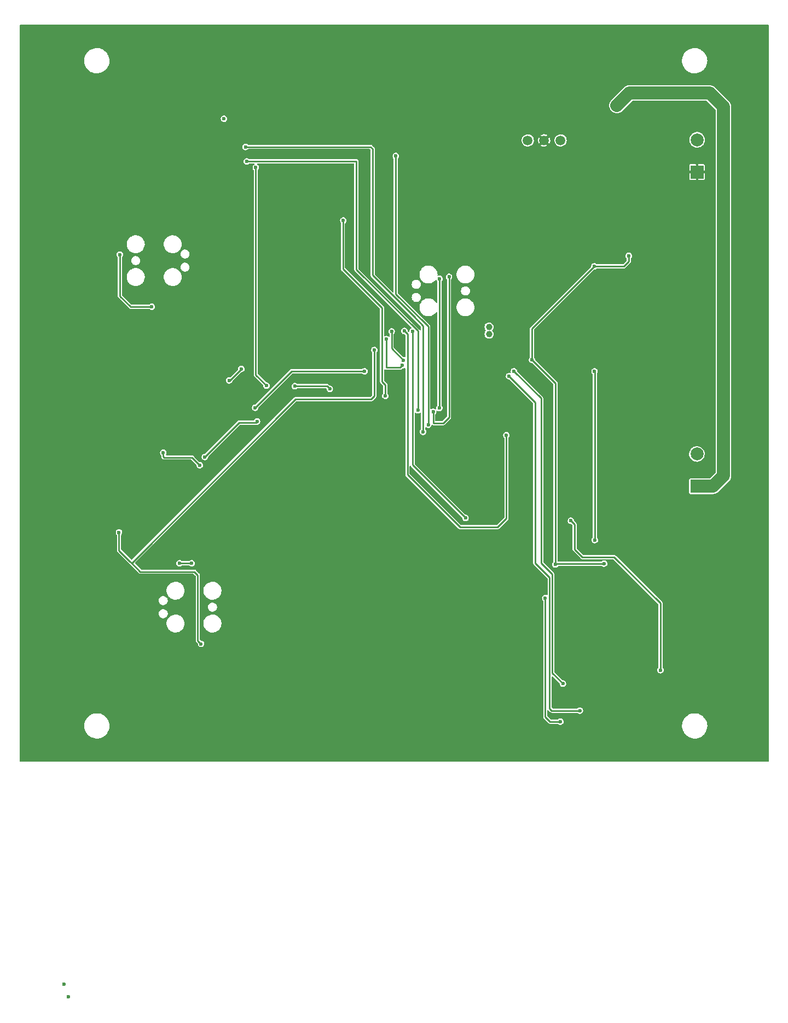
<source format=gbr>
%TF.GenerationSoftware,KiCad,Pcbnew,(5.99.0-10506-gb986797469)*%
%TF.CreationDate,2021-06-04T08:44:58+02:00*%
%TF.ProjectId,LoRa tracker,4c6f5261-2074-4726-9163-6b65722e6b69,rev?*%
%TF.SameCoordinates,Original*%
%TF.FileFunction,Copper,L2,Bot*%
%TF.FilePolarity,Positive*%
%FSLAX46Y46*%
G04 Gerber Fmt 4.6, Leading zero omitted, Abs format (unit mm)*
G04 Created by KiCad (PCBNEW (5.99.0-10506-gb986797469)) date 2021-06-04 08:44:58*
%MOMM*%
%LPD*%
G01*
G04 APERTURE LIST*
%TA.AperFunction,ComponentPad*%
%ADD10C,1.000000*%
%TD*%
%TA.AperFunction,ComponentPad*%
%ADD11R,2.000000X2.000000*%
%TD*%
%TA.AperFunction,ComponentPad*%
%ADD12C,2.000000*%
%TD*%
%TA.AperFunction,ComponentPad*%
%ADD13C,1.500000*%
%TD*%
%TA.AperFunction,ViaPad*%
%ADD14C,0.600000*%
%TD*%
%TA.AperFunction,Conductor*%
%ADD15C,0.250000*%
%TD*%
%TA.AperFunction,Conductor*%
%ADD16C,2.000000*%
%TD*%
G04 APERTURE END LIST*
D10*
%TO.P,Y2,1,1*%
%TO.N,/mcu/OSC_32_OUT*%
X146760000Y-131830000D03*
%TO.P,Y2,2,2*%
%TO.N,/mcu/OSC_32_IN*%
X146760000Y-132930000D03*
%TD*%
D11*
%TO.P,J2,1,Pin_1*%
%TO.N,VDC*%
X178923748Y-156492116D03*
D12*
%TO.P,J2,2,Pin_2*%
%TO.N,Net-(J2-Pad2)*%
X178923748Y-151492116D03*
%TD*%
D11*
%TO.P,J1,1,Pin_1*%
%TO.N,GND*%
X178953748Y-107827116D03*
D12*
%TO.P,J1,2,Pin_2*%
%TO.N,Net-(J1-Pad2)*%
X178953748Y-102827116D03*
%TD*%
D13*
%TO.P,U2,1,IN*%
%TO.N,VDC*%
X157828748Y-102932116D03*
%TO.P,U2,2,GND*%
%TO.N,GND*%
X155288748Y-102932116D03*
%TO.P,U2,3,OUT*%
%TO.N,+3V3*%
X152748748Y-102932116D03*
%TD*%
D14*
%TO.N,GND*%
X133430000Y-124380000D03*
X146730000Y-143130000D03*
X160100000Y-114390000D03*
X151280000Y-135840000D03*
%TO.N,/SCL*%
X130880000Y-133690000D03*
X133360000Y-137770000D03*
%TO.N,/CS*%
X106550000Y-140100000D03*
X108430000Y-138320000D03*
%TO.N,/SDA*%
X131690000Y-132510000D03*
X133490000Y-136960000D03*
%TO.N,/RESET_GPS*%
X124220000Y-115330000D03*
X130720000Y-142480000D03*
%TO.N,/TX*%
X110680000Y-107140000D03*
X116720000Y-140980000D03*
X122120000Y-141410000D03*
X112330000Y-140900000D03*
%TO.N,/RX*%
X109290000Y-106190000D03*
X135750000Y-144730000D03*
%TO.N,/WAKE*%
X109090000Y-103940000D03*
X136560000Y-148050000D03*
%TO.N,/PPS*%
X132340000Y-105350000D03*
X137360000Y-146960000D03*
%TO.N,/mcu/SWDCLK*%
X139070000Y-144390000D03*
X139080000Y-124350000D03*
%TO.N,GND*%
X139830000Y-122990000D03*
%TO.N,/mcu/SWDIO*%
X138120000Y-144960000D03*
X140570000Y-124060000D03*
%TO.N,/SSR*%
X149450000Y-148580000D03*
X133670000Y-132450000D03*
%TO.N,/BUZZER*%
X159430000Y-161830000D03*
X134940000Y-132490000D03*
X143130000Y-161390000D03*
%TO.N,/INT2*%
X149860000Y-139446000D03*
%TO.N,/INT1*%
X150622000Y-138684000D03*
%TO.N,/SDA*%
X153416000Y-136906000D03*
%TO.N,GND*%
X143256000Y-135382000D03*
X130048000Y-140970000D03*
%TO.N,/RESET*%
X129032000Y-135382000D03*
%TO.N,/MOSI*%
X127508000Y-138684000D03*
%TO.N,*%
X80968748Y-233592116D03*
X81718748Y-235532116D03*
%TO.N,GND*%
X84928748Y-141062116D03*
X90758748Y-140112116D03*
X158338748Y-190292116D03*
X93678748Y-116362116D03*
X164838748Y-151082116D03*
X112118748Y-172072116D03*
X106858748Y-135732116D03*
X85040000Y-137330000D03*
X98418748Y-141472116D03*
X175458748Y-151092116D03*
X82608748Y-122332116D03*
X102188748Y-110832116D03*
X78008748Y-152622116D03*
X96978748Y-133532116D03*
X86548748Y-153342116D03*
X154658748Y-191306616D03*
X106530748Y-170986116D03*
X96318748Y-97242116D03*
X101438748Y-181842116D03*
X78008748Y-97382116D03*
X93818748Y-175072116D03*
X101328748Y-121522116D03*
X120558748Y-94332116D03*
X110848748Y-182670116D03*
X180268748Y-164702116D03*
X164088748Y-171432116D03*
X173213748Y-164217116D03*
X86478748Y-130672116D03*
X174008748Y-116802116D03*
X161378748Y-182212116D03*
%TO.N,VDC*%
X166558748Y-97502116D03*
%TO.N,/RESET*%
X102212748Y-180892116D03*
X89512748Y-163620116D03*
%TO.N,/nrf/RST*%
X94588748Y-128672116D03*
X89648748Y-120622116D03*
%TO.N,/LoRa_RFM/SWDIO*%
X100768748Y-168402116D03*
X98878748Y-168422116D03*
%TO.N,/RESET_GPS*%
X105758748Y-99572116D03*
%TO.N,/BUZZER*%
X173288748Y-184962116D03*
%TO.N,/SDA*%
X157028748Y-168602116D03*
X155458748Y-173802116D03*
X163068000Y-122428000D03*
X164558748Y-168462116D03*
X157798748Y-192942116D03*
X168373748Y-120807116D03*
%TO.N,/SCL*%
X163128748Y-164822116D03*
X163088748Y-138692116D03*
%TO.N,/INT2*%
X160808748Y-191232116D03*
%TO.N,/INT1*%
X158190000Y-187060000D03*
%TO.N,/MOSI*%
X110578748Y-144322116D03*
%TO.N,/SCK*%
X101998748Y-153232116D03*
X96368748Y-151292116D03*
%TO.N,/MISO*%
X110868748Y-146462116D03*
X102798748Y-151942116D03*
%TD*%
D15*
%TO.N,/SCL*%
X130840000Y-133730000D02*
X130880000Y-133690000D01*
X130840000Y-138120000D02*
X130840000Y-133730000D01*
X133360000Y-137770000D02*
X133010000Y-138120000D01*
X133010000Y-138120000D02*
X130840000Y-138120000D01*
%TO.N,/CS*%
X108430000Y-138320000D02*
X106650000Y-140100000D01*
X106650000Y-140100000D02*
X106550000Y-140100000D01*
%TO.N,/RESET_GPS*%
X130200000Y-140271723D02*
X130720000Y-140791723D01*
X130200000Y-128870000D02*
X130200000Y-140271723D01*
X124150000Y-122820000D02*
X130200000Y-128870000D01*
X130720000Y-140791723D02*
X130720000Y-142480000D01*
X124150000Y-115400000D02*
X124150000Y-122820000D01*
X124220000Y-115330000D02*
X124150000Y-115400000D01*
%TO.N,/SDA*%
X133490000Y-136960000D02*
X131690000Y-135160000D01*
X131690000Y-135160000D02*
X131690000Y-132510000D01*
%TO.N,/TX*%
X110680000Y-139250000D02*
X110680000Y-107140000D01*
X112330000Y-140900000D02*
X110680000Y-139250000D01*
X121690000Y-140980000D02*
X116720000Y-140980000D01*
X122120000Y-141410000D02*
X121690000Y-140980000D01*
%TO.N,/RX*%
X126240000Y-122939723D02*
X135750000Y-132449723D01*
X135750000Y-132449723D02*
X135750000Y-144730000D01*
X126240000Y-106180000D02*
X126240000Y-122939723D01*
X109300000Y-106180000D02*
X126240000Y-106180000D01*
X109290000Y-106190000D02*
X109300000Y-106180000D01*
%TO.N,/SSR*%
X149450000Y-161460000D02*
X149450000Y-148580000D01*
X142270000Y-162830000D02*
X148080000Y-162830000D01*
X134140000Y-154700000D02*
X142270000Y-162830000D01*
X134140000Y-132920000D02*
X134140000Y-154700000D01*
X133670000Y-132450000D02*
X134140000Y-132920000D01*
X148080000Y-162830000D02*
X149450000Y-161460000D01*
%TO.N,/BUZZER*%
X134940000Y-153200000D02*
X143130000Y-161390000D01*
X134940000Y-132490000D02*
X134940000Y-153200000D01*
%TO.N,/WAKE*%
X128460000Y-103940000D02*
X109090000Y-103940000D01*
X135070000Y-130140000D02*
X128740000Y-123810000D01*
X128740000Y-123810000D02*
X128740000Y-104220000D01*
X136560000Y-131630000D02*
X135070000Y-130140000D01*
X136560000Y-148050000D02*
X136560000Y-131630000D01*
X128740000Y-104220000D02*
X128460000Y-103940000D01*
%TO.N,/PPS*%
X137360000Y-131760000D02*
X136680000Y-131080000D01*
X132340000Y-126740000D02*
X132340000Y-105350000D01*
X136680000Y-131080000D02*
X132340000Y-126740000D01*
X137360000Y-146960000D02*
X137360000Y-131760000D01*
%TO.N,/mcu/SWDCLK*%
X139080000Y-144380000D02*
X139070000Y-144390000D01*
X139080000Y-124350000D02*
X139080000Y-144380000D01*
%TO.N,/mcu/SWDIO*%
X138120000Y-146670000D02*
X138120000Y-144960000D01*
X138150000Y-146700000D02*
X138120000Y-146670000D01*
X140540000Y-145860000D02*
X139700000Y-146700000D01*
X140570000Y-145830000D02*
X140540000Y-145860000D01*
X139700000Y-146700000D02*
X138150000Y-146700000D01*
X140570000Y-124060000D02*
X140570000Y-145830000D01*
%TO.N,/BUZZER*%
X160010000Y-162410000D02*
X160010000Y-163200000D01*
X160010000Y-163200000D02*
X160010000Y-166250000D01*
X160010000Y-163083091D02*
X160010000Y-163200000D01*
X159430000Y-161830000D02*
X160010000Y-162410000D01*
%TO.N,/SDA*%
X153416000Y-132080000D02*
X153416000Y-136906000D01*
X163068000Y-122428000D02*
X153416000Y-132080000D01*
%TO.N,/INT2*%
X156140000Y-190900000D02*
X156472116Y-191232116D01*
X156140000Y-170610000D02*
X156140000Y-190900000D01*
X153924000Y-168394000D02*
X156140000Y-170610000D01*
X153924000Y-143510000D02*
X153924000Y-168394000D01*
X156472116Y-191232116D02*
X160808748Y-191232116D01*
X149860000Y-139446000D02*
X153924000Y-143510000D01*
%TO.N,/INT1*%
X154810000Y-142872000D02*
X150622000Y-138684000D01*
X154810000Y-168380000D02*
X154810000Y-142872000D01*
%TO.N,/SDA*%
X157028748Y-140518748D02*
X157028748Y-168602116D01*
X153416000Y-136906000D02*
X157028748Y-140518748D01*
%TO.N,/RESET*%
X128524000Y-143002000D02*
X129032000Y-142494000D01*
X116840000Y-143002000D02*
X128524000Y-143002000D01*
X91470316Y-168371684D02*
X116840000Y-143002000D01*
X91470316Y-168371684D02*
X92814748Y-169716116D01*
X129032000Y-142494000D02*
X129032000Y-135382000D01*
X91204748Y-168106116D02*
X91470316Y-168371684D01*
%TO.N,/MOSI*%
X116216864Y-138684000D02*
X127508000Y-138684000D01*
X110578748Y-144322116D02*
X116216864Y-138684000D01*
D16*
%TO.N,VDC*%
X168468748Y-95592116D02*
X166558748Y-97502116D01*
X178923748Y-156492116D02*
X181408748Y-156492116D01*
X181408748Y-156492116D02*
X183038748Y-154862116D01*
X183038748Y-97742116D02*
X180888748Y-95592116D01*
X183038748Y-154862116D02*
X183038748Y-97742116D01*
X180888748Y-95592116D02*
X168468748Y-95592116D01*
D15*
%TO.N,/RESET*%
X101704748Y-180384116D02*
X102212748Y-180892116D01*
X89512748Y-163620116D02*
X89512748Y-166414116D01*
X101704748Y-170224116D02*
X101704748Y-180384116D01*
X92814748Y-169716116D02*
X101196748Y-169716116D01*
X89512748Y-166414116D02*
X91204748Y-168106116D01*
X101196748Y-169716116D02*
X101704748Y-170224116D01*
%TO.N,/nrf/RST*%
X89648748Y-127042116D02*
X91208748Y-128602116D01*
X91208748Y-128602116D02*
X91278748Y-128672116D01*
X89648748Y-120622116D02*
X89648748Y-127042116D01*
X91278748Y-128672116D02*
X94588748Y-128672116D01*
%TO.N,/LoRa_RFM/SWDIO*%
X100768748Y-168402116D02*
X98898748Y-168402116D01*
X98898748Y-168402116D02*
X98878748Y-168422116D01*
%TO.N,/BUZZER*%
X166130000Y-167450000D02*
X173288748Y-174608748D01*
X161210000Y-167450000D02*
X166130000Y-167450000D01*
X160010000Y-166250000D02*
X161210000Y-167450000D01*
X160020000Y-163073091D02*
X160010000Y-163083091D01*
X173288748Y-174608748D02*
X173288748Y-184962116D01*
%TO.N,/SDA*%
X157798748Y-192942116D02*
X156208748Y-192942116D01*
X168373748Y-121694252D02*
X168373748Y-120807116D01*
X156048748Y-192782116D02*
X155458748Y-192192116D01*
X163068000Y-122428000D02*
X167640000Y-122428000D01*
X157168748Y-168462116D02*
X157028748Y-168602116D01*
X167640000Y-122428000D02*
X168373748Y-121694252D01*
X156208748Y-192942116D02*
X156048748Y-192782116D01*
X155458748Y-192192116D02*
X155458748Y-173802116D01*
X164558748Y-168462116D02*
X157168748Y-168462116D01*
%TO.N,/SCL*%
X163128748Y-155112116D02*
X163128748Y-138732116D01*
X163128748Y-164822116D02*
X163128748Y-155112116D01*
X163128748Y-138732116D02*
X163088748Y-138692116D01*
%TO.N,/INT2*%
X160804237Y-191227605D02*
X160808748Y-191232116D01*
%TO.N,/INT1*%
X154810000Y-168380000D02*
X156539520Y-170109520D01*
X156539520Y-185409520D02*
X158190000Y-187060000D01*
X156539520Y-170109520D02*
X156539520Y-185409520D01*
%TO.N,/SCK*%
X96488748Y-152022116D02*
X96368748Y-151902116D01*
X96368748Y-151902116D02*
X96368748Y-151292116D01*
X101998748Y-153232116D02*
X100788748Y-152022116D01*
X100788748Y-152022116D02*
X96488748Y-152022116D01*
%TO.N,/MISO*%
X108098748Y-146642116D02*
X102798748Y-151942116D01*
X110868748Y-146462116D02*
X110688748Y-146642116D01*
X110688748Y-146642116D02*
X108098748Y-146642116D01*
%TD*%
%TA.AperFunction,Conductor*%
%TO.N,GND*%
G36*
X189987938Y-85061023D02*
G01*
X190023902Y-85110523D01*
X190028747Y-85141116D01*
X190028747Y-199043116D01*
X190009840Y-199101307D01*
X189960340Y-199137271D01*
X189929747Y-199142116D01*
X74227747Y-199142116D01*
X74169556Y-199123209D01*
X74133592Y-199073709D01*
X74128747Y-199043116D01*
X74128747Y-193530708D01*
X84124713Y-193530708D01*
X84124850Y-193534199D01*
X84124850Y-193534204D01*
X84127225Y-193594644D01*
X84131387Y-193700587D01*
X84135554Y-193806647D01*
X84136183Y-193810090D01*
X84136183Y-193810092D01*
X84168145Y-193985095D01*
X84185168Y-194078305D01*
X84186277Y-194081629D01*
X84186278Y-194081633D01*
X84242776Y-194250978D01*
X84272564Y-194340262D01*
X84395997Y-194587292D01*
X84553007Y-194814465D01*
X84740458Y-195017250D01*
X84743168Y-195019457D01*
X84743172Y-195019460D01*
X84896995Y-195144691D01*
X84954613Y-195191599D01*
X85191197Y-195334034D01*
X85194421Y-195335399D01*
X85370193Y-195409829D01*
X85445489Y-195441713D01*
X85712418Y-195512488D01*
X85715891Y-195512899D01*
X85715896Y-195512900D01*
X85926828Y-195537865D01*
X85986655Y-195544946D01*
X85990144Y-195544864D01*
X85990149Y-195544864D01*
X86115966Y-195541899D01*
X86262730Y-195538440D01*
X86535134Y-195493099D01*
X86538466Y-195492045D01*
X86538471Y-195492044D01*
X86636870Y-195460924D01*
X86798432Y-195409829D01*
X86801590Y-195408313D01*
X86801594Y-195408311D01*
X87044209Y-195291809D01*
X87044210Y-195291808D01*
X87047370Y-195290291D01*
X87276981Y-195136869D01*
X87326276Y-195092717D01*
X87480079Y-194954961D01*
X87480085Y-194954954D01*
X87482685Y-194952626D01*
X87537590Y-194887309D01*
X87598821Y-194814465D01*
X87660376Y-194741236D01*
X87806510Y-194506919D01*
X87918170Y-194254349D01*
X87993129Y-193988565D01*
X88008675Y-193872823D01*
X88029553Y-193717381D01*
X88029553Y-193717379D01*
X88029890Y-193714871D01*
X88033748Y-193592116D01*
X88029400Y-193530708D01*
X176624712Y-193530708D01*
X176624849Y-193534199D01*
X176624849Y-193534204D01*
X176627224Y-193594644D01*
X176631386Y-193700587D01*
X176635553Y-193806647D01*
X176636182Y-193810090D01*
X176636182Y-193810092D01*
X176668144Y-193985095D01*
X176685167Y-194078305D01*
X176686276Y-194081629D01*
X176686277Y-194081633D01*
X176742775Y-194250978D01*
X176772563Y-194340262D01*
X176895996Y-194587292D01*
X177053006Y-194814465D01*
X177240457Y-195017250D01*
X177243167Y-195019457D01*
X177243171Y-195019460D01*
X177396994Y-195144691D01*
X177454612Y-195191599D01*
X177691196Y-195334034D01*
X177694420Y-195335399D01*
X177870192Y-195409829D01*
X177945488Y-195441713D01*
X178212417Y-195512488D01*
X178215890Y-195512899D01*
X178215895Y-195512900D01*
X178426827Y-195537865D01*
X178486654Y-195544946D01*
X178490143Y-195544864D01*
X178490148Y-195544864D01*
X178615965Y-195541899D01*
X178762729Y-195538440D01*
X179035133Y-195493099D01*
X179038465Y-195492045D01*
X179038470Y-195492044D01*
X179136869Y-195460924D01*
X179298431Y-195409829D01*
X179301589Y-195408313D01*
X179301593Y-195408311D01*
X179544208Y-195291809D01*
X179544209Y-195291808D01*
X179547369Y-195290291D01*
X179776980Y-195136869D01*
X179826275Y-195092717D01*
X179980078Y-194954961D01*
X179980084Y-194954954D01*
X179982684Y-194952626D01*
X180037589Y-194887309D01*
X180098820Y-194814465D01*
X180160375Y-194741236D01*
X180306509Y-194506919D01*
X180418169Y-194254349D01*
X180493128Y-193988565D01*
X180508674Y-193872823D01*
X180529552Y-193717381D01*
X180529552Y-193717379D01*
X180529889Y-193714871D01*
X180533747Y-193592116D01*
X180514243Y-193316654D01*
X180456121Y-193046688D01*
X180454912Y-193043411D01*
X180454910Y-193043404D01*
X180361751Y-192790888D01*
X180360540Y-192787605D01*
X180250222Y-192583150D01*
X180231069Y-192547653D01*
X180231068Y-192547651D01*
X180229408Y-192544575D01*
X180182214Y-192480678D01*
X180067419Y-192325258D01*
X180067417Y-192325255D01*
X180065341Y-192322445D01*
X179923296Y-192178151D01*
X179874071Y-192128146D01*
X179874064Y-192128140D01*
X179871612Y-192125649D01*
X179756847Y-192038063D01*
X179654863Y-191960231D01*
X179654858Y-191960227D01*
X179652087Y-191958113D01*
X179411146Y-191823179D01*
X179153596Y-191723541D01*
X179150190Y-191722751D01*
X179150185Y-191722750D01*
X178982746Y-191683940D01*
X178884576Y-191661185D01*
X178668796Y-191642496D01*
X178612943Y-191637659D01*
X178612942Y-191637659D01*
X178609455Y-191637357D01*
X178491162Y-191643867D01*
X178337220Y-191652339D01*
X178337214Y-191652340D01*
X178333721Y-191652532D01*
X178062875Y-191706406D01*
X178059590Y-191707560D01*
X178059585Y-191707561D01*
X177805623Y-191796747D01*
X177802323Y-191797906D01*
X177557262Y-191925204D01*
X177554422Y-191927234D01*
X177554418Y-191927236D01*
X177335433Y-192083726D01*
X177332583Y-192085763D01*
X177330050Y-192088179D01*
X177330048Y-192088181D01*
X177135306Y-192273955D01*
X177135300Y-192273962D01*
X177132768Y-192276377D01*
X176961804Y-192493243D01*
X176823103Y-192732035D01*
X176795478Y-192800239D01*
X176726891Y-192969573D01*
X176719432Y-192987988D01*
X176704851Y-193046688D01*
X176662574Y-193216883D01*
X176652858Y-193255995D01*
X176652501Y-193259476D01*
X176652501Y-193259478D01*
X176633636Y-193443611D01*
X176624712Y-193530708D01*
X88029400Y-193530708D01*
X88014244Y-193316654D01*
X87956122Y-193046688D01*
X87954913Y-193043411D01*
X87954911Y-193043404D01*
X87861752Y-192790888D01*
X87860541Y-192787605D01*
X87750223Y-192583150D01*
X87731070Y-192547653D01*
X87731069Y-192547651D01*
X87729409Y-192544575D01*
X87682215Y-192480678D01*
X87567420Y-192325258D01*
X87567418Y-192325255D01*
X87565342Y-192322445D01*
X87423297Y-192178151D01*
X87374072Y-192128146D01*
X87374065Y-192128140D01*
X87371613Y-192125649D01*
X87256848Y-192038063D01*
X87154864Y-191960231D01*
X87154859Y-191960227D01*
X87152088Y-191958113D01*
X86911147Y-191823179D01*
X86653597Y-191723541D01*
X86650191Y-191722751D01*
X86650186Y-191722750D01*
X86482747Y-191683940D01*
X86384577Y-191661185D01*
X86168797Y-191642496D01*
X86112944Y-191637659D01*
X86112943Y-191637659D01*
X86109456Y-191637357D01*
X85991163Y-191643867D01*
X85837221Y-191652339D01*
X85837215Y-191652340D01*
X85833722Y-191652532D01*
X85562876Y-191706406D01*
X85559591Y-191707560D01*
X85559586Y-191707561D01*
X85305624Y-191796747D01*
X85302324Y-191797906D01*
X85057263Y-191925204D01*
X85054423Y-191927234D01*
X85054419Y-191927236D01*
X84835434Y-192083726D01*
X84832584Y-192085763D01*
X84830051Y-192088179D01*
X84830049Y-192088181D01*
X84635307Y-192273955D01*
X84635301Y-192273962D01*
X84632769Y-192276377D01*
X84461805Y-192493243D01*
X84323104Y-192732035D01*
X84295479Y-192800239D01*
X84226892Y-192969573D01*
X84219433Y-192987988D01*
X84204852Y-193046688D01*
X84162575Y-193216883D01*
X84152859Y-193255995D01*
X84152502Y-193259476D01*
X84152502Y-193259478D01*
X84133637Y-193443611D01*
X84124713Y-193530708D01*
X74128747Y-193530708D01*
X74128747Y-177846558D01*
X96869719Y-177846558D01*
X96907175Y-178079101D01*
X96983276Y-178302009D01*
X97095847Y-178508908D01*
X97098436Y-178512192D01*
X97198091Y-178638604D01*
X97241668Y-178693882D01*
X97416572Y-178851642D01*
X97615555Y-178977678D01*
X97724242Y-179023031D01*
X97829061Y-179066771D01*
X97829066Y-179066773D01*
X97832930Y-179068385D01*
X97837018Y-179069325D01*
X98058395Y-179120230D01*
X98058399Y-179120231D01*
X98062480Y-179121169D01*
X98066658Y-179121406D01*
X98066663Y-179121407D01*
X98293460Y-179134286D01*
X98293465Y-179134286D01*
X98297641Y-179134523D01*
X98531691Y-179108063D01*
X98535714Y-179106898D01*
X98535719Y-179106897D01*
X98674284Y-179066771D01*
X98757937Y-179042547D01*
X98969909Y-178939847D01*
X99161547Y-178802901D01*
X99327371Y-178635623D01*
X99462640Y-178442798D01*
X99563486Y-178229937D01*
X99627025Y-178003129D01*
X99651441Y-177768857D01*
X99651698Y-177742116D01*
X99640932Y-177615226D01*
X99632138Y-177511590D01*
X99632138Y-177511589D01*
X99631784Y-177507419D01*
X99572610Y-177279432D01*
X99475869Y-177064675D01*
X99374257Y-176913745D01*
X99346674Y-176872774D01*
X99346673Y-176872773D01*
X99344327Y-176869288D01*
X99181745Y-176698858D01*
X98992771Y-176558258D01*
X98864216Y-176492897D01*
X98786542Y-176453405D01*
X98786538Y-176453403D01*
X98782810Y-176451508D01*
X98557864Y-176381660D01*
X98486565Y-176372210D01*
X98328517Y-176351262D01*
X98328513Y-176351262D01*
X98324365Y-176350712D01*
X98320180Y-176350869D01*
X98320177Y-176350869D01*
X98228567Y-176354309D01*
X98088990Y-176359549D01*
X97858469Y-176407917D01*
X97639393Y-176494434D01*
X97635817Y-176496604D01*
X97635813Y-176496606D01*
X97547510Y-176550190D01*
X97438027Y-176616626D01*
X97260127Y-176771000D01*
X97257468Y-176774243D01*
X97257466Y-176774245D01*
X97143083Y-176913745D01*
X97110781Y-176953140D01*
X96994259Y-177157840D01*
X96913893Y-177379246D01*
X96871980Y-177611028D01*
X96869719Y-177846558D01*
X74128747Y-177846558D01*
X74128747Y-176210777D01*
X95652986Y-176210777D01*
X95653641Y-176216710D01*
X95653641Y-176216714D01*
X95666910Y-176336895D01*
X95671464Y-176378144D01*
X95673516Y-176383751D01*
X95713458Y-176492897D01*
X95729331Y-176536273D01*
X95823246Y-176676033D01*
X95827658Y-176680048D01*
X95827661Y-176680051D01*
X95924592Y-176768251D01*
X95947788Y-176789358D01*
X95953037Y-176792208D01*
X96089401Y-176866247D01*
X96095766Y-176869703D01*
X96101535Y-176871217D01*
X96101539Y-176871218D01*
X96252860Y-176910916D01*
X96258639Y-176912432D01*
X96264608Y-176912526D01*
X96264610Y-176912526D01*
X96325619Y-176913484D01*
X96427002Y-176915077D01*
X96445170Y-176910916D01*
X96585317Y-176878818D01*
X96585319Y-176878817D01*
X96591136Y-176877485D01*
X96607434Y-176869288D01*
X96736239Y-176804506D01*
X96736241Y-176804505D01*
X96741565Y-176801827D01*
X96746101Y-176797953D01*
X96865067Y-176696347D01*
X96865068Y-176696346D01*
X96869605Y-176692471D01*
X96925667Y-176614452D01*
X96964380Y-176560578D01*
X96964381Y-176560576D01*
X96967864Y-176555729D01*
X96975686Y-176536273D01*
X97028445Y-176405029D01*
X97028445Y-176405027D01*
X97030669Y-176399496D01*
X97033208Y-176381660D01*
X97053938Y-176235998D01*
X97053938Y-176235994D01*
X97054394Y-176232792D01*
X97054548Y-176218116D01*
X97034319Y-176050952D01*
X96974799Y-175893438D01*
X96953755Y-175862818D01*
X96882806Y-175759586D01*
X96882803Y-175759583D01*
X96879426Y-175754669D01*
X96796009Y-175680347D01*
X96758158Y-175646623D01*
X96758156Y-175646622D01*
X96753704Y-175642655D01*
X96604892Y-175563863D01*
X96523237Y-175543353D01*
X96447372Y-175524296D01*
X96447369Y-175524296D01*
X96441582Y-175522842D01*
X96356581Y-175522397D01*
X96279166Y-175521991D01*
X96279164Y-175521991D01*
X96273200Y-175521960D01*
X96109469Y-175561269D01*
X96031819Y-175601347D01*
X95965146Y-175635759D01*
X95965144Y-175635761D01*
X95959840Y-175638498D01*
X95832952Y-175749189D01*
X95829521Y-175754071D01*
X95829520Y-175754072D01*
X95739562Y-175882070D01*
X95736131Y-175886952D01*
X95674965Y-176043834D01*
X95652986Y-176210777D01*
X74128747Y-176210777D01*
X74128747Y-174178777D01*
X95652986Y-174178777D01*
X95653641Y-174184710D01*
X95653641Y-174184714D01*
X95666910Y-174304895D01*
X95671464Y-174346144D01*
X95673516Y-174351751D01*
X95713854Y-174461979D01*
X95729331Y-174504273D01*
X95823246Y-174644033D01*
X95827658Y-174648048D01*
X95827661Y-174648051D01*
X95932653Y-174743586D01*
X95947788Y-174757358D01*
X95953037Y-174760208D01*
X95997929Y-174784582D01*
X96095766Y-174837703D01*
X96101535Y-174839217D01*
X96101539Y-174839218D01*
X96252860Y-174878916D01*
X96258639Y-174880432D01*
X96264608Y-174880526D01*
X96264610Y-174880526D01*
X96325619Y-174881484D01*
X96427002Y-174883077D01*
X96473096Y-174872520D01*
X96585317Y-174846818D01*
X96585319Y-174846817D01*
X96591136Y-174845485D01*
X96606609Y-174837703D01*
X96736239Y-174772506D01*
X96736241Y-174772505D01*
X96741565Y-174769827D01*
X96746101Y-174765953D01*
X96865067Y-174664347D01*
X96865068Y-174664346D01*
X96869605Y-174660471D01*
X96927470Y-174579943D01*
X96964380Y-174528578D01*
X96964381Y-174528576D01*
X96967864Y-174523729D01*
X96975686Y-174504273D01*
X97028445Y-174373029D01*
X97028445Y-174373027D01*
X97030669Y-174367496D01*
X97034553Y-174340210D01*
X97053938Y-174203998D01*
X97053938Y-174203994D01*
X97054394Y-174200792D01*
X97054548Y-174186116D01*
X97040405Y-174069242D01*
X97035036Y-174024874D01*
X97035035Y-174024871D01*
X97034319Y-174018952D01*
X97003750Y-173938055D01*
X96976909Y-173867021D01*
X96976908Y-173867019D01*
X96974799Y-173861438D01*
X96914626Y-173773885D01*
X96882806Y-173727586D01*
X96882803Y-173727583D01*
X96879426Y-173722669D01*
X96795551Y-173647939D01*
X96758158Y-173614623D01*
X96758156Y-173614622D01*
X96753704Y-173610655D01*
X96604892Y-173531863D01*
X96523237Y-173511353D01*
X96447372Y-173492296D01*
X96447369Y-173492296D01*
X96441582Y-173490842D01*
X96356581Y-173490397D01*
X96279166Y-173489991D01*
X96279164Y-173489991D01*
X96273200Y-173489960D01*
X96109469Y-173529269D01*
X96065064Y-173552188D01*
X95965146Y-173603759D01*
X95965144Y-173603761D01*
X95959840Y-173606498D01*
X95832952Y-173717189D01*
X95829521Y-173722071D01*
X95829520Y-173722072D01*
X95777605Y-173795940D01*
X95736131Y-173854952D01*
X95674965Y-174011834D01*
X95674186Y-174017749D01*
X95674186Y-174017750D01*
X95671103Y-174041169D01*
X95652986Y-174178777D01*
X74128747Y-174178777D01*
X74128747Y-172766558D01*
X96869719Y-172766558D01*
X96907175Y-172999101D01*
X96983276Y-173222009D01*
X96985280Y-173225692D01*
X97087407Y-173413395D01*
X97095847Y-173428908D01*
X97098436Y-173432192D01*
X97198091Y-173558604D01*
X97241668Y-173613882D01*
X97416572Y-173771642D01*
X97615555Y-173897678D01*
X97695549Y-173931058D01*
X97829061Y-173986771D01*
X97829066Y-173986773D01*
X97832930Y-173988385D01*
X97837018Y-173989325D01*
X98058395Y-174040230D01*
X98058399Y-174040231D01*
X98062480Y-174041169D01*
X98066658Y-174041406D01*
X98066663Y-174041407D01*
X98293460Y-174054286D01*
X98293465Y-174054286D01*
X98297641Y-174054523D01*
X98531691Y-174028063D01*
X98535714Y-174026898D01*
X98535719Y-174026897D01*
X98674284Y-173986771D01*
X98757937Y-173962547D01*
X98969909Y-173859847D01*
X99161547Y-173722901D01*
X99327371Y-173555623D01*
X99462640Y-173362798D01*
X99485696Y-173314132D01*
X99561688Y-173153733D01*
X99561690Y-173153729D01*
X99563486Y-173149937D01*
X99627025Y-172923129D01*
X99651441Y-172688857D01*
X99651698Y-172662116D01*
X99640932Y-172535226D01*
X99632138Y-172431590D01*
X99632138Y-172431589D01*
X99631784Y-172427419D01*
X99572610Y-172199432D01*
X99475869Y-171984675D01*
X99344327Y-171789288D01*
X99181745Y-171618858D01*
X98992771Y-171478258D01*
X98864216Y-171412897D01*
X98786542Y-171373405D01*
X98786538Y-171373403D01*
X98782810Y-171371508D01*
X98557864Y-171301660D01*
X98526739Y-171297535D01*
X98328517Y-171271262D01*
X98328513Y-171271262D01*
X98324365Y-171270712D01*
X98320180Y-171270869D01*
X98320177Y-171270869D01*
X98228567Y-171274309D01*
X98088990Y-171279549D01*
X97858469Y-171327917D01*
X97639393Y-171414434D01*
X97635817Y-171416604D01*
X97635813Y-171416606D01*
X97537344Y-171476359D01*
X97438027Y-171536626D01*
X97260127Y-171691000D01*
X97257468Y-171694243D01*
X97257466Y-171694245D01*
X97176677Y-171792774D01*
X97110781Y-171873140D01*
X96994259Y-172077840D01*
X96913893Y-172299246D01*
X96871980Y-172531028D01*
X96869719Y-172766558D01*
X74128747Y-172766558D01*
X74128747Y-163613940D01*
X89007286Y-163613940D01*
X89025869Y-163756055D01*
X89028710Y-163762511D01*
X89028710Y-163762512D01*
X89030618Y-163766847D01*
X89083593Y-163887242D01*
X89088130Y-163892639D01*
X89088131Y-163892641D01*
X89164031Y-163982934D01*
X89187001Y-164039644D01*
X89187248Y-164046636D01*
X89187248Y-166395831D01*
X89186871Y-166404460D01*
X89183506Y-166442921D01*
X89185747Y-166451284D01*
X89193564Y-166480458D01*
X89195433Y-166488890D01*
X89196174Y-166493093D01*
X89202180Y-166527154D01*
X89206511Y-166534655D01*
X89208505Y-166540133D01*
X89210971Y-166545422D01*
X89213213Y-166553791D01*
X89218181Y-166560887D01*
X89218182Y-166560888D01*
X89235506Y-166585630D01*
X89240144Y-166592911D01*
X89259570Y-166626557D01*
X89289146Y-166651374D01*
X89295514Y-166657209D01*
X90954534Y-168316229D01*
X91220100Y-168581794D01*
X91220102Y-168581797D01*
X92571655Y-169933350D01*
X92577489Y-169939717D01*
X92602307Y-169969294D01*
X92632729Y-169986858D01*
X92635952Y-169988719D01*
X92643234Y-169993358D01*
X92647696Y-169996482D01*
X92675073Y-170015651D01*
X92683442Y-170017893D01*
X92688731Y-170020359D01*
X92694209Y-170022353D01*
X92701710Y-170026684D01*
X92710238Y-170028188D01*
X92710239Y-170028188D01*
X92739974Y-170033431D01*
X92748406Y-170035300D01*
X92785943Y-170045358D01*
X92824404Y-170041993D01*
X92833033Y-170041616D01*
X101020913Y-170041616D01*
X101079104Y-170060523D01*
X101090917Y-170070612D01*
X101350252Y-170329947D01*
X101378029Y-170384464D01*
X101379248Y-170399951D01*
X101379248Y-180365831D01*
X101378871Y-180374460D01*
X101375506Y-180412921D01*
X101377747Y-180421284D01*
X101385564Y-180450458D01*
X101387433Y-180458890D01*
X101394180Y-180497154D01*
X101398511Y-180504655D01*
X101400505Y-180510133D01*
X101402971Y-180515422D01*
X101405213Y-180523791D01*
X101410181Y-180530887D01*
X101410182Y-180530888D01*
X101427506Y-180555630D01*
X101432144Y-180562911D01*
X101451570Y-180596557D01*
X101472863Y-180614424D01*
X101481146Y-180621374D01*
X101487514Y-180627209D01*
X101679246Y-180818941D01*
X101707023Y-180873458D01*
X101707725Y-180883123D01*
X101707286Y-180885940D01*
X101725869Y-181028055D01*
X101728710Y-181034511D01*
X101728710Y-181034512D01*
X101730618Y-181038847D01*
X101783593Y-181159242D01*
X101875816Y-181268954D01*
X101881687Y-181272862D01*
X101881688Y-181272863D01*
X101893983Y-181281047D01*
X101995125Y-181348373D01*
X102001852Y-181350475D01*
X102001855Y-181350476D01*
X102125196Y-181389010D01*
X102125197Y-181389010D01*
X102131928Y-181391113D01*
X102203578Y-181392426D01*
X102268175Y-181393611D01*
X102268177Y-181393611D01*
X102275229Y-181393740D01*
X102282032Y-181391885D01*
X102282034Y-181391885D01*
X102328813Y-181379131D01*
X102413506Y-181356041D01*
X102535645Y-181281047D01*
X102631826Y-181174788D01*
X102694318Y-181045805D01*
X102697305Y-181028055D01*
X102717463Y-180908236D01*
X102717463Y-180908233D01*
X102718097Y-180904466D01*
X102718248Y-180892116D01*
X102697930Y-180750239D01*
X102638608Y-180619767D01*
X102545051Y-180511190D01*
X102424781Y-180433234D01*
X102418023Y-180431213D01*
X102418021Y-180431212D01*
X102294227Y-180394190D01*
X102287466Y-180392168D01*
X102250256Y-180391941D01*
X102213079Y-180391714D01*
X102155005Y-180372452D01*
X102143679Y-180362720D01*
X102059244Y-180278285D01*
X102031467Y-180223768D01*
X102030248Y-180208281D01*
X102030248Y-177846558D01*
X102584719Y-177846558D01*
X102622175Y-178079101D01*
X102698276Y-178302009D01*
X102810847Y-178508908D01*
X102813436Y-178512192D01*
X102913091Y-178638604D01*
X102956668Y-178693882D01*
X103131572Y-178851642D01*
X103330555Y-178977678D01*
X103439242Y-179023031D01*
X103544061Y-179066771D01*
X103544066Y-179066773D01*
X103547930Y-179068385D01*
X103552018Y-179069325D01*
X103773395Y-179120230D01*
X103773399Y-179120231D01*
X103777480Y-179121169D01*
X103781658Y-179121406D01*
X103781663Y-179121407D01*
X104008460Y-179134286D01*
X104008465Y-179134286D01*
X104012641Y-179134523D01*
X104246691Y-179108063D01*
X104250714Y-179106898D01*
X104250719Y-179106897D01*
X104389284Y-179066771D01*
X104472937Y-179042547D01*
X104684909Y-178939847D01*
X104876547Y-178802901D01*
X105042371Y-178635623D01*
X105177640Y-178442798D01*
X105278486Y-178229937D01*
X105342025Y-178003129D01*
X105366441Y-177768857D01*
X105366698Y-177742116D01*
X105355932Y-177615226D01*
X105347138Y-177511590D01*
X105347138Y-177511589D01*
X105346784Y-177507419D01*
X105287610Y-177279432D01*
X105190869Y-177064675D01*
X105089257Y-176913745D01*
X105061674Y-176872774D01*
X105061673Y-176872773D01*
X105059327Y-176869288D01*
X104896745Y-176698858D01*
X104707771Y-176558258D01*
X104579216Y-176492897D01*
X104501542Y-176453405D01*
X104501538Y-176453403D01*
X104497810Y-176451508D01*
X104272864Y-176381660D01*
X104201565Y-176372210D01*
X104043517Y-176351262D01*
X104043513Y-176351262D01*
X104039365Y-176350712D01*
X104035180Y-176350869D01*
X104035177Y-176350869D01*
X103943567Y-176354309D01*
X103803990Y-176359549D01*
X103573469Y-176407917D01*
X103354393Y-176494434D01*
X103350817Y-176496604D01*
X103350813Y-176496606D01*
X103262510Y-176550190D01*
X103153027Y-176616626D01*
X102975127Y-176771000D01*
X102972468Y-176774243D01*
X102972466Y-176774245D01*
X102858083Y-176913745D01*
X102825781Y-176953140D01*
X102709259Y-177157840D01*
X102628893Y-177379246D01*
X102586980Y-177611028D01*
X102584719Y-177846558D01*
X102030248Y-177846558D01*
X102030248Y-175194777D01*
X103272986Y-175194777D01*
X103273641Y-175200710D01*
X103273641Y-175200714D01*
X103286910Y-175320895D01*
X103291464Y-175362144D01*
X103349331Y-175520273D01*
X103443246Y-175660033D01*
X103447658Y-175664048D01*
X103447661Y-175664051D01*
X103536915Y-175745266D01*
X103567788Y-175773358D01*
X103715766Y-175853703D01*
X103721535Y-175855217D01*
X103721539Y-175855218D01*
X103872860Y-175894916D01*
X103878639Y-175896432D01*
X103884608Y-175896526D01*
X103884610Y-175896526D01*
X103945619Y-175897484D01*
X104047002Y-175899077D01*
X104093096Y-175888520D01*
X104205317Y-175862818D01*
X104205319Y-175862817D01*
X104211136Y-175861485D01*
X104226609Y-175853703D01*
X104356239Y-175788506D01*
X104356241Y-175788505D01*
X104361565Y-175785827D01*
X104366101Y-175781953D01*
X104485067Y-175680347D01*
X104485068Y-175680346D01*
X104489605Y-175676471D01*
X104587864Y-175539729D01*
X104595686Y-175520273D01*
X104648445Y-175389029D01*
X104648445Y-175389027D01*
X104650669Y-175383496D01*
X104654553Y-175356210D01*
X104673938Y-175219998D01*
X104673938Y-175219994D01*
X104674394Y-175216792D01*
X104674548Y-175202116D01*
X104654319Y-175034952D01*
X104594799Y-174877438D01*
X104573755Y-174846818D01*
X104502806Y-174743586D01*
X104502803Y-174743583D01*
X104499426Y-174738669D01*
X104416009Y-174664347D01*
X104378158Y-174630623D01*
X104378156Y-174630622D01*
X104373704Y-174626655D01*
X104224892Y-174547863D01*
X104143237Y-174527352D01*
X104067372Y-174508296D01*
X104067369Y-174508296D01*
X104061582Y-174506842D01*
X103976581Y-174506397D01*
X103899166Y-174505991D01*
X103899164Y-174505991D01*
X103893200Y-174505960D01*
X103729469Y-174545269D01*
X103678500Y-174571576D01*
X103585146Y-174619759D01*
X103585144Y-174619761D01*
X103579840Y-174622498D01*
X103452952Y-174733189D01*
X103449521Y-174738071D01*
X103449520Y-174738072D01*
X103359562Y-174866070D01*
X103356131Y-174870952D01*
X103294965Y-175027834D01*
X103272986Y-175194777D01*
X102030248Y-175194777D01*
X102030248Y-172766558D01*
X102584719Y-172766558D01*
X102622175Y-172999101D01*
X102698276Y-173222009D01*
X102700280Y-173225692D01*
X102802407Y-173413395D01*
X102810847Y-173428908D01*
X102813436Y-173432192D01*
X102913091Y-173558604D01*
X102956668Y-173613882D01*
X103131572Y-173771642D01*
X103330555Y-173897678D01*
X103410549Y-173931058D01*
X103544061Y-173986771D01*
X103544066Y-173986773D01*
X103547930Y-173988385D01*
X103552018Y-173989325D01*
X103773395Y-174040230D01*
X103773399Y-174040231D01*
X103777480Y-174041169D01*
X103781658Y-174041406D01*
X103781663Y-174041407D01*
X104008460Y-174054286D01*
X104008465Y-174054286D01*
X104012641Y-174054523D01*
X104246691Y-174028063D01*
X104250714Y-174026898D01*
X104250719Y-174026897D01*
X104389284Y-173986771D01*
X104472937Y-173962547D01*
X104684909Y-173859847D01*
X104876547Y-173722901D01*
X105042371Y-173555623D01*
X105177640Y-173362798D01*
X105200696Y-173314132D01*
X105276688Y-173153733D01*
X105276690Y-173153729D01*
X105278486Y-173149937D01*
X105342025Y-172923129D01*
X105366441Y-172688857D01*
X105366698Y-172662116D01*
X105355932Y-172535226D01*
X105347138Y-172431590D01*
X105347138Y-172431589D01*
X105346784Y-172427419D01*
X105287610Y-172199432D01*
X105190869Y-171984675D01*
X105059327Y-171789288D01*
X104896745Y-171618858D01*
X104707771Y-171478258D01*
X104579216Y-171412897D01*
X104501542Y-171373405D01*
X104501538Y-171373403D01*
X104497810Y-171371508D01*
X104272864Y-171301660D01*
X104241739Y-171297535D01*
X104043517Y-171271262D01*
X104043513Y-171271262D01*
X104039365Y-171270712D01*
X104035180Y-171270869D01*
X104035177Y-171270869D01*
X103943567Y-171274309D01*
X103803990Y-171279549D01*
X103573469Y-171327917D01*
X103354393Y-171414434D01*
X103350817Y-171416604D01*
X103350813Y-171416606D01*
X103252344Y-171476359D01*
X103153027Y-171536626D01*
X102975127Y-171691000D01*
X102972468Y-171694243D01*
X102972466Y-171694245D01*
X102891677Y-171792774D01*
X102825781Y-171873140D01*
X102709259Y-172077840D01*
X102628893Y-172299246D01*
X102586980Y-172531028D01*
X102584719Y-172766558D01*
X102030248Y-172766558D01*
X102030248Y-170242400D01*
X102030625Y-170233772D01*
X102033235Y-170203937D01*
X102033990Y-170195310D01*
X102023932Y-170157774D01*
X102022064Y-170149346D01*
X102016820Y-170119606D01*
X102016820Y-170119605D01*
X102015316Y-170111078D01*
X102010987Y-170103579D01*
X102008996Y-170098110D01*
X102006524Y-170092810D01*
X102004282Y-170084441D01*
X101995815Y-170072348D01*
X101981996Y-170052613D01*
X101977356Y-170045330D01*
X101976078Y-170043117D01*
X101957926Y-170011675D01*
X101928349Y-169986857D01*
X101921982Y-169981023D01*
X101439841Y-169498882D01*
X101434006Y-169492514D01*
X101409189Y-169462938D01*
X101375543Y-169443512D01*
X101368262Y-169438874D01*
X101343520Y-169421550D01*
X101343519Y-169421549D01*
X101336423Y-169416581D01*
X101328054Y-169414339D01*
X101322765Y-169411873D01*
X101317287Y-169409879D01*
X101309786Y-169405548D01*
X101301258Y-169404044D01*
X101301257Y-169404044D01*
X101271522Y-169398801D01*
X101263090Y-169396932D01*
X101233916Y-169389115D01*
X101233917Y-169389115D01*
X101225553Y-169386874D01*
X101187131Y-169390236D01*
X101187092Y-169390239D01*
X101178463Y-169390616D01*
X92990583Y-169390616D01*
X92932392Y-169371709D01*
X92920579Y-169361620D01*
X92000647Y-168441688D01*
X91987528Y-168415940D01*
X98373286Y-168415940D01*
X98374201Y-168422938D01*
X98379638Y-168464514D01*
X98391869Y-168558055D01*
X98394710Y-168564511D01*
X98394710Y-168564512D01*
X98425303Y-168634038D01*
X98449593Y-168689242D01*
X98454130Y-168694639D01*
X98454131Y-168694641D01*
X98497743Y-168746523D01*
X98541816Y-168798954D01*
X98547687Y-168802862D01*
X98547688Y-168802863D01*
X98559983Y-168811047D01*
X98661125Y-168878373D01*
X98667852Y-168880475D01*
X98667855Y-168880476D01*
X98791196Y-168919010D01*
X98791197Y-168919010D01*
X98797928Y-168921113D01*
X98869578Y-168922426D01*
X98934175Y-168923611D01*
X98934177Y-168923611D01*
X98941229Y-168923740D01*
X98948032Y-168921885D01*
X98948034Y-168921885D01*
X99014587Y-168903740D01*
X99079506Y-168886041D01*
X99201645Y-168811047D01*
X99245213Y-168762914D01*
X99247689Y-168760179D01*
X99300757Y-168729726D01*
X99321086Y-168727616D01*
X100342550Y-168727616D01*
X100400741Y-168746523D01*
X100418333Y-168762914D01*
X100427277Y-168773555D01*
X100427280Y-168773557D01*
X100431816Y-168778954D01*
X100437687Y-168782862D01*
X100437688Y-168782863D01*
X100449983Y-168791047D01*
X100551125Y-168858373D01*
X100557852Y-168860475D01*
X100557855Y-168860476D01*
X100681196Y-168899010D01*
X100681197Y-168899010D01*
X100687928Y-168901113D01*
X100759579Y-168902427D01*
X100824175Y-168903611D01*
X100824177Y-168903611D01*
X100831229Y-168903740D01*
X100838032Y-168901885D01*
X100838034Y-168901885D01*
X100889347Y-168887895D01*
X100969506Y-168866041D01*
X101091645Y-168791047D01*
X101119585Y-168760179D01*
X101183094Y-168690016D01*
X101183094Y-168690015D01*
X101187826Y-168684788D01*
X101245614Y-168565514D01*
X101247242Y-168562154D01*
X101250318Y-168555805D01*
X101252848Y-168540772D01*
X101273463Y-168418236D01*
X101273463Y-168418233D01*
X101274097Y-168414466D01*
X101274248Y-168402116D01*
X101253930Y-168260239D01*
X101246014Y-168242827D01*
X101197528Y-168136189D01*
X101197528Y-168136188D01*
X101194608Y-168129767D01*
X101101051Y-168021190D01*
X100980781Y-167943234D01*
X100974023Y-167941213D01*
X100974021Y-167941212D01*
X100859686Y-167907019D01*
X100843466Y-167902168D01*
X100757442Y-167901643D01*
X100707196Y-167901336D01*
X100700144Y-167901293D01*
X100693368Y-167903230D01*
X100693365Y-167903230D01*
X100569117Y-167938740D01*
X100569115Y-167938741D01*
X100562337Y-167940678D01*
X100441123Y-168017158D01*
X100436456Y-168022442D01*
X100436454Y-168022444D01*
X100418168Y-168043150D01*
X100365477Y-168074250D01*
X100343964Y-168076616D01*
X99286954Y-168076616D01*
X99228763Y-168057709D01*
X99221276Y-168050819D01*
X99220970Y-168051170D01*
X99215656Y-168046534D01*
X99211051Y-168041190D01*
X99090781Y-167963234D01*
X99084023Y-167961213D01*
X99084021Y-167961212D01*
X98960227Y-167924190D01*
X98953466Y-167922168D01*
X98867442Y-167921643D01*
X98817196Y-167921336D01*
X98810144Y-167921293D01*
X98803368Y-167923230D01*
X98803365Y-167923230D01*
X98679117Y-167958740D01*
X98679115Y-167958741D01*
X98672337Y-167960678D01*
X98551123Y-168037158D01*
X98456247Y-168144585D01*
X98395336Y-168274322D01*
X98373286Y-168415940D01*
X91987528Y-168415940D01*
X91972870Y-168387171D01*
X91982441Y-168326739D01*
X92000647Y-168301680D01*
X116945831Y-143356496D01*
X117000348Y-143328719D01*
X117015835Y-143327500D01*
X128505715Y-143327500D01*
X128514344Y-143327877D01*
X128552805Y-143331242D01*
X128590342Y-143321184D01*
X128598774Y-143319315D01*
X128628509Y-143314072D01*
X128628510Y-143314072D01*
X128637038Y-143312568D01*
X128644539Y-143308237D01*
X128650017Y-143306243D01*
X128655306Y-143303777D01*
X128663675Y-143301535D01*
X128670772Y-143296566D01*
X128695514Y-143279242D01*
X128702796Y-143274603D01*
X128728941Y-143259508D01*
X128728940Y-143259508D01*
X128736441Y-143255178D01*
X128761259Y-143225601D01*
X128767093Y-143219234D01*
X129249234Y-142737093D01*
X129255602Y-142731258D01*
X129262788Y-142725228D01*
X129285178Y-142706441D01*
X129304609Y-142672785D01*
X129309248Y-142665503D01*
X129326565Y-142640772D01*
X129326566Y-142640770D01*
X129331534Y-142633675D01*
X129333776Y-142625306D01*
X129336248Y-142620006D01*
X129338239Y-142614537D01*
X129342568Y-142607038D01*
X129349317Y-142568767D01*
X129351185Y-142560339D01*
X129359001Y-142531169D01*
X129361242Y-142522806D01*
X129357877Y-142484344D01*
X129357500Y-142475716D01*
X129357500Y-135806206D01*
X129376407Y-135748015D01*
X129383103Y-135739769D01*
X129446346Y-135669900D01*
X129446346Y-135669899D01*
X129451078Y-135664672D01*
X129513570Y-135535689D01*
X129516557Y-135517939D01*
X129536715Y-135398120D01*
X129536715Y-135398117D01*
X129537349Y-135394350D01*
X129537500Y-135382000D01*
X129517182Y-135240123D01*
X129510917Y-135226342D01*
X129460780Y-135116073D01*
X129460780Y-135116072D01*
X129457860Y-135109651D01*
X129364303Y-135001074D01*
X129244033Y-134923118D01*
X129237275Y-134921097D01*
X129237273Y-134921096D01*
X129113479Y-134884074D01*
X129106718Y-134882052D01*
X129020694Y-134881527D01*
X128970448Y-134881220D01*
X128963396Y-134881177D01*
X128956620Y-134883114D01*
X128956617Y-134883114D01*
X128832369Y-134918624D01*
X128832367Y-134918625D01*
X128825589Y-134920562D01*
X128704375Y-134997042D01*
X128609499Y-135104469D01*
X128548588Y-135234206D01*
X128526538Y-135375824D01*
X128545121Y-135517939D01*
X128547962Y-135524395D01*
X128547962Y-135524396D01*
X128549870Y-135528731D01*
X128602845Y-135649126D01*
X128607382Y-135654523D01*
X128607383Y-135654525D01*
X128683283Y-135744818D01*
X128706253Y-135801528D01*
X128706500Y-135808520D01*
X128706500Y-142318165D01*
X128687593Y-142376356D01*
X128677504Y-142388169D01*
X128418169Y-142647504D01*
X128363652Y-142675281D01*
X128348165Y-142676500D01*
X116858284Y-142676500D01*
X116849656Y-142676123D01*
X116848525Y-142676024D01*
X116811194Y-142672758D01*
X116773654Y-142682817D01*
X116765225Y-142684685D01*
X116726962Y-142691432D01*
X116719463Y-142695761D01*
X116713974Y-142697759D01*
X116708689Y-142700224D01*
X116700325Y-142702465D01*
X116680790Y-142716144D01*
X116668486Y-142724758D01*
X116661205Y-142729396D01*
X116627559Y-142748822D01*
X116621262Y-142756327D01*
X116602742Y-142778398D01*
X116596907Y-142784766D01*
X91540320Y-167841353D01*
X91485803Y-167869130D01*
X91425371Y-167859559D01*
X91400312Y-167841353D01*
X89867244Y-166308285D01*
X89839467Y-166253768D01*
X89838248Y-166238281D01*
X89838248Y-164044322D01*
X89857155Y-163986131D01*
X89863851Y-163977885D01*
X89927094Y-163908016D01*
X89927094Y-163908015D01*
X89931826Y-163902788D01*
X89994318Y-163773805D01*
X89997305Y-163756055D01*
X90017463Y-163636236D01*
X90017463Y-163636233D01*
X90018097Y-163632466D01*
X90018248Y-163620116D01*
X89997930Y-163478239D01*
X89938608Y-163347767D01*
X89845051Y-163239190D01*
X89724781Y-163161234D01*
X89718023Y-163159213D01*
X89718021Y-163159212D01*
X89594227Y-163122190D01*
X89587466Y-163120168D01*
X89501442Y-163119643D01*
X89451196Y-163119336D01*
X89444144Y-163119293D01*
X89437368Y-163121230D01*
X89437365Y-163121230D01*
X89313117Y-163156740D01*
X89313115Y-163156741D01*
X89306337Y-163158678D01*
X89185123Y-163235158D01*
X89090247Y-163342585D01*
X89029336Y-163472322D01*
X89007286Y-163613940D01*
X74128747Y-163613940D01*
X74128747Y-151285940D01*
X95863286Y-151285940D01*
X95881869Y-151428055D01*
X95884710Y-151434511D01*
X95884710Y-151434512D01*
X95936531Y-151552282D01*
X95939593Y-151559242D01*
X95944130Y-151564639D01*
X95944131Y-151564641D01*
X96020031Y-151654934D01*
X96043001Y-151711644D01*
X96043248Y-151718636D01*
X96043248Y-151883831D01*
X96042871Y-151892460D01*
X96039506Y-151930921D01*
X96041747Y-151939284D01*
X96049564Y-151968458D01*
X96051433Y-151976890D01*
X96056676Y-152006625D01*
X96058180Y-152015154D01*
X96062511Y-152022655D01*
X96064505Y-152028133D01*
X96066971Y-152033422D01*
X96069213Y-152041791D01*
X96074181Y-152048887D01*
X96074182Y-152048888D01*
X96091506Y-152073630D01*
X96096144Y-152080911D01*
X96115570Y-152114557D01*
X96122208Y-152120127D01*
X96145148Y-152139376D01*
X96151515Y-152145210D01*
X96245644Y-152239338D01*
X96251480Y-152245706D01*
X96270739Y-152268659D01*
X96270741Y-152268661D01*
X96276307Y-152275294D01*
X96309962Y-152294725D01*
X96317243Y-152299364D01*
X96349073Y-152321651D01*
X96357441Y-152323893D01*
X96362730Y-152326360D01*
X96368212Y-152328355D01*
X96375710Y-152332684D01*
X96384235Y-152334187D01*
X96384237Y-152334188D01*
X96407121Y-152338223D01*
X96413966Y-152339430D01*
X96422396Y-152341299D01*
X96451576Y-152349118D01*
X96451581Y-152349118D01*
X96459943Y-152351359D01*
X96498413Y-152347993D01*
X96507041Y-152347616D01*
X100612913Y-152347616D01*
X100671104Y-152366523D01*
X100682917Y-152376612D01*
X101465246Y-153158941D01*
X101493023Y-153213458D01*
X101493725Y-153223123D01*
X101493286Y-153225940D01*
X101494201Y-153232938D01*
X101499115Y-153270514D01*
X101511869Y-153368055D01*
X101514710Y-153374511D01*
X101514710Y-153374512D01*
X101544887Y-153443093D01*
X101569593Y-153499242D01*
X101661816Y-153608954D01*
X101667687Y-153612862D01*
X101667688Y-153612863D01*
X101679983Y-153621047D01*
X101781125Y-153688373D01*
X101787852Y-153690475D01*
X101787855Y-153690476D01*
X101911196Y-153729010D01*
X101911197Y-153729010D01*
X101917928Y-153731113D01*
X101989579Y-153732427D01*
X102054175Y-153733611D01*
X102054177Y-153733611D01*
X102061229Y-153733740D01*
X102068032Y-153731885D01*
X102068034Y-153731885D01*
X102114813Y-153719131D01*
X102199506Y-153696041D01*
X102321645Y-153621047D01*
X102417826Y-153514788D01*
X102480318Y-153385805D01*
X102481498Y-153378796D01*
X102503463Y-153248236D01*
X102503463Y-153248233D01*
X102504097Y-153244466D01*
X102504248Y-153232116D01*
X102483930Y-153090239D01*
X102472534Y-153065173D01*
X102427528Y-152966189D01*
X102427528Y-152966188D01*
X102424608Y-152959767D01*
X102331051Y-152851190D01*
X102210781Y-152773234D01*
X102204023Y-152771213D01*
X102204021Y-152771212D01*
X102080227Y-152734190D01*
X102073466Y-152732168D01*
X102036256Y-152731941D01*
X101999079Y-152731714D01*
X101941005Y-152712452D01*
X101929679Y-152702720D01*
X101162899Y-151935940D01*
X102293286Y-151935940D01*
X102294201Y-151942938D01*
X102294383Y-151944326D01*
X102311869Y-152078055D01*
X102314710Y-152084511D01*
X102314710Y-152084512D01*
X102352747Y-152170956D01*
X102369593Y-152209242D01*
X102461816Y-152318954D01*
X102467687Y-152322862D01*
X102467688Y-152322863D01*
X102485529Y-152334739D01*
X102581125Y-152398373D01*
X102587852Y-152400475D01*
X102587855Y-152400476D01*
X102711196Y-152439010D01*
X102711197Y-152439010D01*
X102717928Y-152441113D01*
X102789579Y-152442427D01*
X102854175Y-152443611D01*
X102854177Y-152443611D01*
X102861229Y-152443740D01*
X102868032Y-152441885D01*
X102868034Y-152441885D01*
X102927035Y-152425799D01*
X102999506Y-152406041D01*
X103121645Y-152331047D01*
X103168190Y-152279625D01*
X103213094Y-152230016D01*
X103213094Y-152230015D01*
X103217826Y-152224788D01*
X103280318Y-152095805D01*
X103283305Y-152078055D01*
X103303463Y-151958236D01*
X103303463Y-151958233D01*
X103304097Y-151954466D01*
X103304248Y-151942116D01*
X103304782Y-151942123D01*
X103319210Y-151885419D01*
X103332909Y-151868282D01*
X108204578Y-146996612D01*
X108259095Y-146968835D01*
X108274582Y-146967616D01*
X110670463Y-146967616D01*
X110679092Y-146967993D01*
X110717553Y-146971358D01*
X110743052Y-146964526D01*
X110749753Y-146962730D01*
X110787055Y-146960840D01*
X110787928Y-146961113D01*
X110864778Y-146962522D01*
X110924175Y-146963611D01*
X110924177Y-146963611D01*
X110931229Y-146963740D01*
X110938032Y-146961885D01*
X110938034Y-146961885D01*
X110984813Y-146949131D01*
X111069506Y-146926041D01*
X111191645Y-146851047D01*
X111287826Y-146744788D01*
X111350318Y-146615805D01*
X111374097Y-146474466D01*
X111374248Y-146462116D01*
X111353930Y-146320239D01*
X111350582Y-146312874D01*
X111297528Y-146196189D01*
X111297528Y-146196188D01*
X111294608Y-146189767D01*
X111201051Y-146081190D01*
X111080781Y-146003234D01*
X111074023Y-146001213D01*
X111074021Y-146001212D01*
X110950227Y-145964190D01*
X110943466Y-145962168D01*
X110857442Y-145961643D01*
X110807196Y-145961336D01*
X110800144Y-145961293D01*
X110793368Y-145963230D01*
X110793365Y-145963230D01*
X110669117Y-145998740D01*
X110669115Y-145998741D01*
X110662337Y-146000678D01*
X110541123Y-146077158D01*
X110446247Y-146184585D01*
X110443252Y-146190965D01*
X110443249Y-146190969D01*
X110410986Y-146259689D01*
X110369141Y-146304328D01*
X110321371Y-146316616D01*
X108117033Y-146316616D01*
X108108404Y-146316239D01*
X108108365Y-146316236D01*
X108069943Y-146312874D01*
X108061579Y-146315115D01*
X108061580Y-146315115D01*
X108032406Y-146322932D01*
X108023974Y-146324801D01*
X107994239Y-146330044D01*
X107994238Y-146330044D01*
X107985710Y-146331548D01*
X107978209Y-146335879D01*
X107972726Y-146337875D01*
X107967442Y-146340339D01*
X107959073Y-146342581D01*
X107940490Y-146355593D01*
X107927245Y-146364867D01*
X107919964Y-146369506D01*
X107886307Y-146388938D01*
X107880741Y-146395571D01*
X107880739Y-146395573D01*
X107861484Y-146418521D01*
X107855649Y-146424889D01*
X102867829Y-151412708D01*
X102813312Y-151440485D01*
X102797221Y-151441702D01*
X102737196Y-151441336D01*
X102730144Y-151441293D01*
X102723368Y-151443230D01*
X102723365Y-151443230D01*
X102599117Y-151478740D01*
X102599115Y-151478741D01*
X102592337Y-151480678D01*
X102471123Y-151557158D01*
X102376247Y-151664585D01*
X102315336Y-151794322D01*
X102293286Y-151935940D01*
X101162899Y-151935940D01*
X101031841Y-151804882D01*
X101026006Y-151798514D01*
X101001189Y-151768938D01*
X100967543Y-151749512D01*
X100960262Y-151744874D01*
X100935520Y-151727550D01*
X100935519Y-151727549D01*
X100928423Y-151722581D01*
X100920054Y-151720339D01*
X100914765Y-151717873D01*
X100909287Y-151715879D01*
X100901786Y-151711548D01*
X100893258Y-151710044D01*
X100893257Y-151710044D01*
X100863522Y-151704801D01*
X100855090Y-151702932D01*
X100825916Y-151695115D01*
X100825917Y-151695115D01*
X100817553Y-151692874D01*
X100779131Y-151696236D01*
X100779092Y-151696239D01*
X100770463Y-151696616D01*
X96886774Y-151696616D01*
X96828583Y-151677709D01*
X96792619Y-151628209D01*
X96792619Y-151567023D01*
X96797680Y-151554450D01*
X96847242Y-151452154D01*
X96850318Y-151445805D01*
X96853305Y-151428055D01*
X96873463Y-151308236D01*
X96873463Y-151308233D01*
X96874097Y-151304466D01*
X96874248Y-151292116D01*
X96853930Y-151150239D01*
X96811096Y-151056029D01*
X96797528Y-151026189D01*
X96797528Y-151026188D01*
X96794608Y-151019767D01*
X96701051Y-150911190D01*
X96580781Y-150833234D01*
X96574023Y-150831213D01*
X96574021Y-150831212D01*
X96450227Y-150794190D01*
X96443466Y-150792168D01*
X96357442Y-150791643D01*
X96307196Y-150791336D01*
X96300144Y-150791293D01*
X96293368Y-150793230D01*
X96293365Y-150793230D01*
X96169117Y-150828740D01*
X96169115Y-150828741D01*
X96162337Y-150830678D01*
X96041123Y-150907158D01*
X95946247Y-151014585D01*
X95885336Y-151144322D01*
X95863286Y-151285940D01*
X74128747Y-151285940D01*
X74128747Y-144315940D01*
X110073286Y-144315940D01*
X110074201Y-144322938D01*
X110082163Y-144383824D01*
X110091869Y-144458055D01*
X110094710Y-144464511D01*
X110094710Y-144464512D01*
X110143043Y-144574355D01*
X110149593Y-144589242D01*
X110241816Y-144698954D01*
X110247687Y-144702862D01*
X110247688Y-144702863D01*
X110259983Y-144711047D01*
X110361125Y-144778373D01*
X110367852Y-144780475D01*
X110367855Y-144780476D01*
X110491196Y-144819010D01*
X110491197Y-144819010D01*
X110497928Y-144821113D01*
X110569579Y-144822427D01*
X110634175Y-144823611D01*
X110634177Y-144823611D01*
X110641229Y-144823740D01*
X110648032Y-144821885D01*
X110648034Y-144821885D01*
X110694813Y-144809131D01*
X110779506Y-144786041D01*
X110901645Y-144711047D01*
X110931648Y-144677900D01*
X110993094Y-144610016D01*
X110993094Y-144610015D01*
X110997826Y-144604788D01*
X111060318Y-144475805D01*
X111062481Y-144462952D01*
X111083463Y-144338236D01*
X111083463Y-144338233D01*
X111084097Y-144334466D01*
X111084248Y-144322116D01*
X111084782Y-144322123D01*
X111099210Y-144265419D01*
X111112909Y-144248282D01*
X114387367Y-140973824D01*
X116214538Y-140973824D01*
X116215453Y-140980822D01*
X116221763Y-141029074D01*
X116233121Y-141115939D01*
X116235962Y-141122395D01*
X116235962Y-141122396D01*
X116259693Y-141176327D01*
X116290845Y-141247126D01*
X116295382Y-141252523D01*
X116295383Y-141252525D01*
X116321589Y-141283700D01*
X116383068Y-141356838D01*
X116388939Y-141360746D01*
X116388940Y-141360747D01*
X116406781Y-141372623D01*
X116502377Y-141436257D01*
X116509104Y-141438359D01*
X116509107Y-141438360D01*
X116632448Y-141476894D01*
X116632449Y-141476894D01*
X116639180Y-141478997D01*
X116710830Y-141480310D01*
X116775427Y-141481495D01*
X116775429Y-141481495D01*
X116782481Y-141481624D01*
X116789284Y-141479769D01*
X116789286Y-141479769D01*
X116836065Y-141467015D01*
X116920758Y-141443925D01*
X117042897Y-141368931D01*
X117070837Y-141338063D01*
X117123904Y-141307610D01*
X117144234Y-141305500D01*
X121514166Y-141305500D01*
X121572357Y-141324407D01*
X121584166Y-141334493D01*
X121586499Y-141336825D01*
X121614275Y-141391341D01*
X121614977Y-141401007D01*
X121614538Y-141403824D01*
X121615453Y-141410822D01*
X121624385Y-141479126D01*
X121633121Y-141545939D01*
X121635962Y-141552395D01*
X121635962Y-141552396D01*
X121637870Y-141556731D01*
X121690845Y-141677126D01*
X121783068Y-141786838D01*
X121788939Y-141790746D01*
X121788940Y-141790747D01*
X121801235Y-141798931D01*
X121902377Y-141866257D01*
X121909104Y-141868359D01*
X121909107Y-141868360D01*
X122032448Y-141906894D01*
X122032449Y-141906894D01*
X122039180Y-141908997D01*
X122110831Y-141910311D01*
X122175427Y-141911495D01*
X122175429Y-141911495D01*
X122182481Y-141911624D01*
X122189284Y-141909769D01*
X122189286Y-141909769D01*
X122236065Y-141897015D01*
X122320758Y-141873925D01*
X122442897Y-141798931D01*
X122539078Y-141692672D01*
X122601570Y-141563689D01*
X122604557Y-141545939D01*
X122624715Y-141426120D01*
X122624715Y-141426117D01*
X122625349Y-141422350D01*
X122625500Y-141410000D01*
X122624301Y-141401624D01*
X122606182Y-141275106D01*
X122605182Y-141268123D01*
X122595636Y-141247126D01*
X122548780Y-141144073D01*
X122548780Y-141144072D01*
X122545860Y-141137651D01*
X122452303Y-141029074D01*
X122332033Y-140951118D01*
X122325275Y-140949097D01*
X122325273Y-140949096D01*
X122201479Y-140912074D01*
X122194718Y-140910052D01*
X122155727Y-140909814D01*
X122120329Y-140909598D01*
X122062255Y-140890336D01*
X122050929Y-140880603D01*
X122002533Y-140832206D01*
X121933099Y-140762772D01*
X121927264Y-140756405D01*
X121923318Y-140751702D01*
X121902441Y-140726822D01*
X121868795Y-140707396D01*
X121861514Y-140702758D01*
X121836772Y-140685434D01*
X121836771Y-140685433D01*
X121829675Y-140680465D01*
X121821306Y-140678223D01*
X121816017Y-140675757D01*
X121810539Y-140673763D01*
X121803038Y-140669432D01*
X121794510Y-140667928D01*
X121794509Y-140667928D01*
X121764774Y-140662685D01*
X121756342Y-140660816D01*
X121727168Y-140652999D01*
X121727169Y-140652999D01*
X121718805Y-140650758D01*
X121680383Y-140654120D01*
X121680344Y-140654123D01*
X121671715Y-140654500D01*
X117145439Y-140654500D01*
X117087248Y-140635593D01*
X117070446Y-140620129D01*
X117052303Y-140599074D01*
X116932033Y-140521118D01*
X116925275Y-140519097D01*
X116925273Y-140519096D01*
X116801479Y-140482074D01*
X116794718Y-140480052D01*
X116708694Y-140479527D01*
X116658448Y-140479220D01*
X116651396Y-140479177D01*
X116644620Y-140481114D01*
X116644617Y-140481114D01*
X116520369Y-140516624D01*
X116520367Y-140516625D01*
X116513589Y-140518562D01*
X116392375Y-140595042D01*
X116297499Y-140702469D01*
X116236588Y-140832206D01*
X116214538Y-140973824D01*
X114387367Y-140973824D01*
X116322695Y-139038496D01*
X116377212Y-139010719D01*
X116392699Y-139009500D01*
X127081802Y-139009500D01*
X127139993Y-139028407D01*
X127157585Y-139044798D01*
X127166529Y-139055439D01*
X127166532Y-139055441D01*
X127171068Y-139060838D01*
X127176939Y-139064746D01*
X127176940Y-139064747D01*
X127196966Y-139078077D01*
X127290377Y-139140257D01*
X127297104Y-139142359D01*
X127297107Y-139142360D01*
X127420448Y-139180894D01*
X127420449Y-139180894D01*
X127427180Y-139182997D01*
X127498831Y-139184311D01*
X127563427Y-139185495D01*
X127563429Y-139185495D01*
X127570481Y-139185624D01*
X127577284Y-139183769D01*
X127577286Y-139183769D01*
X127633404Y-139168469D01*
X127708758Y-139147925D01*
X127830897Y-139072931D01*
X127839385Y-139063554D01*
X127922346Y-138971900D01*
X127922346Y-138971899D01*
X127927078Y-138966672D01*
X127989570Y-138837689D01*
X127992295Y-138821495D01*
X128012715Y-138700120D01*
X128012715Y-138700117D01*
X128013349Y-138696350D01*
X128013500Y-138684000D01*
X127993182Y-138542123D01*
X127958920Y-138466766D01*
X127936780Y-138418073D01*
X127936780Y-138418072D01*
X127933860Y-138411651D01*
X127840303Y-138303074D01*
X127720033Y-138225118D01*
X127713275Y-138223097D01*
X127713273Y-138223096D01*
X127589479Y-138186074D01*
X127582718Y-138184052D01*
X127496694Y-138183527D01*
X127446448Y-138183220D01*
X127439396Y-138183177D01*
X127432620Y-138185114D01*
X127432617Y-138185114D01*
X127308369Y-138220624D01*
X127308367Y-138220625D01*
X127301589Y-138222562D01*
X127180375Y-138299042D01*
X127175708Y-138304326D01*
X127175706Y-138304328D01*
X127157420Y-138325034D01*
X127104729Y-138356134D01*
X127083216Y-138358500D01*
X116235149Y-138358500D01*
X116226520Y-138358123D01*
X116226481Y-138358120D01*
X116188059Y-138354758D01*
X116179695Y-138356999D01*
X116179696Y-138356999D01*
X116150522Y-138364816D01*
X116142090Y-138366685D01*
X116112355Y-138371928D01*
X116112354Y-138371928D01*
X116103826Y-138373432D01*
X116096325Y-138377763D01*
X116090847Y-138379757D01*
X116085558Y-138382223D01*
X116077189Y-138384465D01*
X116070093Y-138389433D01*
X116070092Y-138389434D01*
X116045350Y-138406758D01*
X116038069Y-138411396D01*
X116004423Y-138430822D01*
X115988967Y-138449242D01*
X115979606Y-138460398D01*
X115973771Y-138466766D01*
X110647829Y-143792708D01*
X110593312Y-143820485D01*
X110577221Y-143821702D01*
X110517196Y-143821336D01*
X110510144Y-143821293D01*
X110503368Y-143823230D01*
X110503365Y-143823230D01*
X110379117Y-143858740D01*
X110379115Y-143858741D01*
X110372337Y-143860678D01*
X110251123Y-143937158D01*
X110156247Y-144044585D01*
X110095336Y-144174322D01*
X110073286Y-144315940D01*
X74128747Y-144315940D01*
X74128747Y-140093824D01*
X106044538Y-140093824D01*
X106063121Y-140235939D01*
X106065962Y-140242395D01*
X106065962Y-140242396D01*
X106109894Y-140342237D01*
X106120845Y-140367126D01*
X106125382Y-140372523D01*
X106125383Y-140372525D01*
X106148486Y-140400009D01*
X106213068Y-140476838D01*
X106218939Y-140480746D01*
X106218940Y-140480747D01*
X106231235Y-140488931D01*
X106332377Y-140556257D01*
X106339104Y-140558359D01*
X106339107Y-140558360D01*
X106462448Y-140596894D01*
X106462449Y-140596894D01*
X106469180Y-140598997D01*
X106540831Y-140600311D01*
X106605427Y-140601495D01*
X106605429Y-140601495D01*
X106612481Y-140601624D01*
X106619284Y-140599769D01*
X106619286Y-140599769D01*
X106666920Y-140586782D01*
X106750758Y-140563925D01*
X106872897Y-140488931D01*
X106909736Y-140448232D01*
X106964346Y-140387900D01*
X106964346Y-140387899D01*
X106969078Y-140382672D01*
X107013057Y-140291899D01*
X107028494Y-140260038D01*
X107031570Y-140253689D01*
X107041477Y-140194804D01*
X107069101Y-140141226D01*
X108360821Y-138849506D01*
X108415338Y-138821729D01*
X108432639Y-138820527D01*
X108448493Y-138820818D01*
X108485428Y-138821495D01*
X108485430Y-138821495D01*
X108492481Y-138821624D01*
X108499284Y-138819769D01*
X108499286Y-138819769D01*
X108546065Y-138807015D01*
X108630758Y-138783925D01*
X108752897Y-138708931D01*
X108767373Y-138692938D01*
X108844346Y-138607900D01*
X108844346Y-138607899D01*
X108849078Y-138602672D01*
X108911570Y-138473689D01*
X108917376Y-138439184D01*
X108934715Y-138336120D01*
X108934715Y-138336117D01*
X108935349Y-138332350D01*
X108935500Y-138320000D01*
X108933256Y-138304327D01*
X108916182Y-138185106D01*
X108915182Y-138178123D01*
X108905298Y-138156383D01*
X108858780Y-138054073D01*
X108858780Y-138054072D01*
X108855860Y-138047651D01*
X108762303Y-137939074D01*
X108642033Y-137861118D01*
X108635275Y-137859097D01*
X108635273Y-137859096D01*
X108511479Y-137822074D01*
X108504718Y-137820052D01*
X108418694Y-137819527D01*
X108368448Y-137819220D01*
X108361396Y-137819177D01*
X108354620Y-137821114D01*
X108354617Y-137821114D01*
X108230369Y-137856624D01*
X108230367Y-137856625D01*
X108223589Y-137858562D01*
X108102375Y-137935042D01*
X108007499Y-138042469D01*
X107946588Y-138172206D01*
X107924538Y-138313824D01*
X107925453Y-138320824D01*
X107925409Y-138324458D01*
X107905792Y-138382413D01*
X107896420Y-138393253D01*
X106715587Y-139574086D01*
X106661070Y-139601863D01*
X106631211Y-139601994D01*
X106624718Y-139600052D01*
X106538694Y-139599527D01*
X106488448Y-139599220D01*
X106481396Y-139599177D01*
X106474620Y-139601114D01*
X106474617Y-139601114D01*
X106350369Y-139636624D01*
X106350367Y-139636625D01*
X106343589Y-139638562D01*
X106222375Y-139715042D01*
X106127499Y-139822469D01*
X106066588Y-139952206D01*
X106044538Y-140093824D01*
X74128747Y-140093824D01*
X74128747Y-120615940D01*
X89143286Y-120615940D01*
X89161869Y-120758055D01*
X89164710Y-120764511D01*
X89164710Y-120764512D01*
X89214901Y-120878578D01*
X89219593Y-120889242D01*
X89224130Y-120894639D01*
X89224131Y-120894641D01*
X89300031Y-120984934D01*
X89323001Y-121041644D01*
X89323248Y-121048636D01*
X89323248Y-127023831D01*
X89322871Y-127032460D01*
X89319506Y-127070921D01*
X89321747Y-127079284D01*
X89329564Y-127108458D01*
X89331433Y-127116890D01*
X89338180Y-127155154D01*
X89342511Y-127162655D01*
X89344505Y-127168133D01*
X89346971Y-127173422D01*
X89349213Y-127181791D01*
X89354181Y-127188887D01*
X89354182Y-127188888D01*
X89371506Y-127213630D01*
X89376144Y-127220911D01*
X89395570Y-127254557D01*
X89425146Y-127279374D01*
X89431514Y-127285209D01*
X91035655Y-128889350D01*
X91041489Y-128895717D01*
X91066307Y-128925294D01*
X91073808Y-128929624D01*
X91073807Y-128929624D01*
X91099952Y-128944719D01*
X91107234Y-128949358D01*
X91122456Y-128960016D01*
X91139073Y-128971651D01*
X91147442Y-128973893D01*
X91152731Y-128976359D01*
X91158209Y-128978353D01*
X91165710Y-128982684D01*
X91174238Y-128984188D01*
X91174239Y-128984188D01*
X91203974Y-128989431D01*
X91212406Y-128991300D01*
X91249943Y-129001358D01*
X91288404Y-128997993D01*
X91297033Y-128997616D01*
X94162550Y-128997616D01*
X94220741Y-129016523D01*
X94238333Y-129032914D01*
X94247277Y-129043555D01*
X94247280Y-129043557D01*
X94251816Y-129048954D01*
X94257687Y-129052862D01*
X94257688Y-129052863D01*
X94269983Y-129061047D01*
X94371125Y-129128373D01*
X94377852Y-129130475D01*
X94377855Y-129130476D01*
X94501196Y-129169010D01*
X94501197Y-129169010D01*
X94507928Y-129171113D01*
X94579579Y-129172427D01*
X94644175Y-129173611D01*
X94644177Y-129173611D01*
X94651229Y-129173740D01*
X94658032Y-129171885D01*
X94658034Y-129171885D01*
X94704813Y-129159131D01*
X94789506Y-129136041D01*
X94911645Y-129061047D01*
X94937110Y-129032914D01*
X95003094Y-128960016D01*
X95003094Y-128960015D01*
X95007826Y-128954788D01*
X95062862Y-128841195D01*
X95067242Y-128832154D01*
X95070318Y-128825805D01*
X95075601Y-128794407D01*
X95093463Y-128688236D01*
X95093463Y-128688233D01*
X95094097Y-128684466D01*
X95094248Y-128672116D01*
X95073930Y-128530239D01*
X95014608Y-128399767D01*
X94921051Y-128291190D01*
X94800781Y-128213234D01*
X94794023Y-128211213D01*
X94794021Y-128211212D01*
X94670227Y-128174190D01*
X94663466Y-128172168D01*
X94577442Y-128171643D01*
X94527196Y-128171336D01*
X94520144Y-128171293D01*
X94513368Y-128173230D01*
X94513365Y-128173230D01*
X94389117Y-128208740D01*
X94389115Y-128208741D01*
X94382337Y-128210678D01*
X94261123Y-128287158D01*
X94256456Y-128292442D01*
X94256454Y-128292444D01*
X94238168Y-128313150D01*
X94185477Y-128344250D01*
X94163964Y-128346616D01*
X91454583Y-128346616D01*
X91396392Y-128327709D01*
X91384579Y-128317620D01*
X90003244Y-126936285D01*
X89975467Y-126881768D01*
X89974248Y-126866281D01*
X89974248Y-124196558D01*
X90714719Y-124196558D01*
X90752175Y-124429101D01*
X90828276Y-124652009D01*
X90940847Y-124858908D01*
X90993393Y-124925562D01*
X91043091Y-124988604D01*
X91086668Y-125043882D01*
X91261572Y-125201642D01*
X91265112Y-125203884D01*
X91265113Y-125203885D01*
X91299150Y-125225444D01*
X91460555Y-125327678D01*
X91557410Y-125368094D01*
X91674061Y-125416771D01*
X91674066Y-125416773D01*
X91677930Y-125418385D01*
X91682018Y-125419325D01*
X91903395Y-125470230D01*
X91903399Y-125470231D01*
X91907480Y-125471169D01*
X91911658Y-125471406D01*
X91911663Y-125471407D01*
X92138460Y-125484286D01*
X92138465Y-125484286D01*
X92142641Y-125484523D01*
X92376691Y-125458063D01*
X92380714Y-125456898D01*
X92380719Y-125456897D01*
X92519284Y-125416771D01*
X92602937Y-125392547D01*
X92814909Y-125289847D01*
X93006547Y-125152901D01*
X93172371Y-124985623D01*
X93307640Y-124792798D01*
X93327937Y-124749956D01*
X93406688Y-124583733D01*
X93406690Y-124583729D01*
X93408486Y-124579937D01*
X93472025Y-124353129D01*
X93488343Y-124196558D01*
X96429719Y-124196558D01*
X96467175Y-124429101D01*
X96543276Y-124652009D01*
X96655847Y-124858908D01*
X96708393Y-124925562D01*
X96758091Y-124988604D01*
X96801668Y-125043882D01*
X96976572Y-125201642D01*
X96980112Y-125203884D01*
X96980113Y-125203885D01*
X97014150Y-125225444D01*
X97175555Y-125327678D01*
X97272410Y-125368094D01*
X97389061Y-125416771D01*
X97389066Y-125416773D01*
X97392930Y-125418385D01*
X97397018Y-125419325D01*
X97618395Y-125470230D01*
X97618399Y-125470231D01*
X97622480Y-125471169D01*
X97626658Y-125471406D01*
X97626663Y-125471407D01*
X97853460Y-125484286D01*
X97853465Y-125484286D01*
X97857641Y-125484523D01*
X98091691Y-125458063D01*
X98095714Y-125456898D01*
X98095719Y-125456897D01*
X98234284Y-125416771D01*
X98317937Y-125392547D01*
X98529909Y-125289847D01*
X98721547Y-125152901D01*
X98887371Y-124985623D01*
X99022640Y-124792798D01*
X99042937Y-124749956D01*
X99121688Y-124583733D01*
X99121690Y-124583729D01*
X99123486Y-124579937D01*
X99187025Y-124353129D01*
X99211441Y-124118857D01*
X99211698Y-124092116D01*
X99210018Y-124072308D01*
X99192138Y-123861590D01*
X99192138Y-123861589D01*
X99191784Y-123857419D01*
X99189645Y-123849177D01*
X99133663Y-123633488D01*
X99133662Y-123633485D01*
X99132610Y-123629432D01*
X99119856Y-123601118D01*
X99056049Y-123459474D01*
X99035869Y-123414675D01*
X98934257Y-123263745D01*
X98906674Y-123222774D01*
X98906673Y-123222773D01*
X98904327Y-123219288D01*
X98741745Y-123048858D01*
X98674459Y-122998796D01*
X98556137Y-122910762D01*
X98556134Y-122910760D01*
X98552771Y-122908258D01*
X98418864Y-122840176D01*
X98346542Y-122803405D01*
X98346538Y-122803403D01*
X98342810Y-122801508D01*
X98117864Y-122731660D01*
X98021471Y-122718884D01*
X97888517Y-122701262D01*
X97888513Y-122701262D01*
X97884365Y-122700712D01*
X97880180Y-122700869D01*
X97880177Y-122700869D01*
X97788567Y-122704309D01*
X97648990Y-122709549D01*
X97418469Y-122757917D01*
X97199393Y-122844434D01*
X97195817Y-122846604D01*
X97195813Y-122846606D01*
X97100116Y-122904677D01*
X96998027Y-122966626D01*
X96820127Y-123121000D01*
X96817468Y-123124243D01*
X96817466Y-123124245D01*
X96703083Y-123263745D01*
X96670781Y-123303140D01*
X96554259Y-123507840D01*
X96473893Y-123729246D01*
X96431980Y-123961028D01*
X96431387Y-124022843D01*
X96429938Y-124173779D01*
X96429719Y-124196558D01*
X93488343Y-124196558D01*
X93496441Y-124118857D01*
X93496698Y-124092116D01*
X93495018Y-124072308D01*
X93477138Y-123861590D01*
X93477138Y-123861589D01*
X93476784Y-123857419D01*
X93474645Y-123849177D01*
X93418663Y-123633488D01*
X93418662Y-123633485D01*
X93417610Y-123629432D01*
X93404856Y-123601118D01*
X93341049Y-123459474D01*
X93320869Y-123414675D01*
X93219257Y-123263745D01*
X93191674Y-123222774D01*
X93191673Y-123222773D01*
X93189327Y-123219288D01*
X93026745Y-123048858D01*
X92959459Y-122998796D01*
X92841137Y-122910762D01*
X92841134Y-122910760D01*
X92837771Y-122908258D01*
X92703864Y-122840176D01*
X92631542Y-122803405D01*
X92631538Y-122803403D01*
X92627810Y-122801508D01*
X92402864Y-122731660D01*
X92306471Y-122718884D01*
X92173517Y-122701262D01*
X92173513Y-122701262D01*
X92169365Y-122700712D01*
X92165180Y-122700869D01*
X92165177Y-122700869D01*
X92073567Y-122704309D01*
X91933990Y-122709549D01*
X91703469Y-122757917D01*
X91484393Y-122844434D01*
X91480817Y-122846604D01*
X91480813Y-122846606D01*
X91385116Y-122904677D01*
X91283027Y-122966626D01*
X91105127Y-123121000D01*
X91102468Y-123124243D01*
X91102466Y-123124245D01*
X90988083Y-123263745D01*
X90955781Y-123303140D01*
X90839259Y-123507840D01*
X90758893Y-123729246D01*
X90716980Y-123961028D01*
X90716387Y-124022843D01*
X90714938Y-124173779D01*
X90714719Y-124196558D01*
X89974248Y-124196558D01*
X89974248Y-122560777D01*
X99022986Y-122560777D01*
X99023641Y-122566710D01*
X99023641Y-122566714D01*
X99032192Y-122644165D01*
X99041464Y-122728144D01*
X99043516Y-122733751D01*
X99085620Y-122848805D01*
X99099331Y-122886273D01*
X99193246Y-123026033D01*
X99197658Y-123030048D01*
X99197661Y-123030051D01*
X99290767Y-123114771D01*
X99317788Y-123139358D01*
X99323037Y-123142208D01*
X99459401Y-123216247D01*
X99465766Y-123219703D01*
X99471535Y-123221217D01*
X99471539Y-123221218D01*
X99622860Y-123260916D01*
X99628639Y-123262432D01*
X99634608Y-123262526D01*
X99634610Y-123262526D01*
X99695619Y-123263484D01*
X99797002Y-123265077D01*
X99815170Y-123260916D01*
X99955317Y-123228818D01*
X99955319Y-123228817D01*
X99961136Y-123227485D01*
X99966467Y-123224804D01*
X100106239Y-123154506D01*
X100106241Y-123154505D01*
X100111565Y-123151827D01*
X100119952Y-123144664D01*
X100235067Y-123046347D01*
X100235068Y-123046346D01*
X100239605Y-123042471D01*
X100299100Y-122959675D01*
X100334380Y-122910578D01*
X100334381Y-122910576D01*
X100337864Y-122905729D01*
X100341062Y-122897775D01*
X100398445Y-122755029D01*
X100398445Y-122755027D01*
X100400669Y-122749496D01*
X100402011Y-122740072D01*
X100423938Y-122585998D01*
X100423938Y-122585994D01*
X100424394Y-122582792D01*
X100424548Y-122568116D01*
X100404319Y-122400952D01*
X100368922Y-122307276D01*
X100346909Y-122249021D01*
X100346908Y-122249019D01*
X100344799Y-122243438D01*
X100323755Y-122212818D01*
X100252806Y-122109586D01*
X100252803Y-122109583D01*
X100249426Y-122104669D01*
X100166009Y-122030347D01*
X100128158Y-121996623D01*
X100128156Y-121996622D01*
X100123704Y-121992655D01*
X99974892Y-121913863D01*
X99893237Y-121893352D01*
X99817372Y-121874296D01*
X99817369Y-121874296D01*
X99811582Y-121872842D01*
X99726581Y-121872397D01*
X99649166Y-121871991D01*
X99649164Y-121871991D01*
X99643200Y-121871960D01*
X99479469Y-121911269D01*
X99401819Y-121951347D01*
X99335146Y-121985759D01*
X99335144Y-121985761D01*
X99329840Y-121988498D01*
X99202952Y-122099189D01*
X99199521Y-122104071D01*
X99199520Y-122104072D01*
X99109562Y-122232070D01*
X99106131Y-122236952D01*
X99078316Y-122308294D01*
X99059794Y-122355801D01*
X99044965Y-122393834D01*
X99044186Y-122399749D01*
X99044186Y-122399750D01*
X99043248Y-122406874D01*
X99022986Y-122560777D01*
X89974248Y-122560777D01*
X89974248Y-121544777D01*
X91402986Y-121544777D01*
X91403641Y-121550710D01*
X91403641Y-121550714D01*
X91406500Y-121576608D01*
X91421464Y-121712144D01*
X91423516Y-121717751D01*
X91453162Y-121798762D01*
X91479331Y-121870273D01*
X91573246Y-122010033D01*
X91577658Y-122014048D01*
X91577661Y-122014051D01*
X91637087Y-122068124D01*
X91697788Y-122123358D01*
X91703037Y-122126208D01*
X91747721Y-122150469D01*
X91845766Y-122203703D01*
X91851535Y-122205217D01*
X91851539Y-122205218D01*
X92002860Y-122244916D01*
X92008639Y-122246432D01*
X92014608Y-122246526D01*
X92014610Y-122246526D01*
X92075619Y-122247484D01*
X92177002Y-122249077D01*
X92223096Y-122238520D01*
X92335317Y-122212818D01*
X92335319Y-122212817D01*
X92341136Y-122211485D01*
X92356609Y-122203703D01*
X92486239Y-122138506D01*
X92486241Y-122138505D01*
X92491565Y-122135827D01*
X92496101Y-122131953D01*
X92615067Y-122030347D01*
X92615068Y-122030346D01*
X92619605Y-122026471D01*
X92675573Y-121948583D01*
X92714380Y-121894578D01*
X92714381Y-121894576D01*
X92717864Y-121889729D01*
X92725686Y-121870273D01*
X92778445Y-121739029D01*
X92778445Y-121739027D01*
X92780669Y-121733496D01*
X92783383Y-121714430D01*
X92803938Y-121569998D01*
X92803938Y-121569994D01*
X92804394Y-121566792D01*
X92804548Y-121552116D01*
X92784319Y-121384952D01*
X92724799Y-121227438D01*
X92703755Y-121196818D01*
X92632806Y-121093586D01*
X92632803Y-121093583D01*
X92629426Y-121088669D01*
X92546009Y-121014347D01*
X92508158Y-120980623D01*
X92508156Y-120980622D01*
X92503704Y-120976655D01*
X92354892Y-120897863D01*
X92273237Y-120877353D01*
X92197372Y-120858296D01*
X92197369Y-120858296D01*
X92191582Y-120856842D01*
X92106581Y-120856397D01*
X92029166Y-120855991D01*
X92029164Y-120855991D01*
X92023200Y-120855960D01*
X91859469Y-120895269D01*
X91781819Y-120935347D01*
X91715146Y-120969759D01*
X91715144Y-120969761D01*
X91709840Y-120972498D01*
X91582952Y-121083189D01*
X91579521Y-121088071D01*
X91579520Y-121088072D01*
X91489562Y-121216070D01*
X91486131Y-121220952D01*
X91424965Y-121377834D01*
X91402986Y-121544777D01*
X89974248Y-121544777D01*
X89974248Y-121046322D01*
X89993155Y-120988131D01*
X89999851Y-120979885D01*
X90006538Y-120972498D01*
X90067826Y-120904788D01*
X90130318Y-120775805D01*
X90133305Y-120758055D01*
X90153463Y-120638236D01*
X90153463Y-120638233D01*
X90154097Y-120634466D01*
X90154248Y-120622116D01*
X90140881Y-120528777D01*
X99022986Y-120528777D01*
X99023641Y-120534710D01*
X99023641Y-120534714D01*
X99031839Y-120608966D01*
X99041464Y-120696144D01*
X99043516Y-120701751D01*
X99082375Y-120807938D01*
X99099331Y-120854273D01*
X99193246Y-120994033D01*
X99197658Y-120998048D01*
X99197661Y-120998051D01*
X99291227Y-121083189D01*
X99317788Y-121107358D01*
X99323037Y-121110208D01*
X99438928Y-121173131D01*
X99465766Y-121187703D01*
X99471535Y-121189217D01*
X99471539Y-121189218D01*
X99622860Y-121228916D01*
X99628639Y-121230432D01*
X99634608Y-121230526D01*
X99634610Y-121230526D01*
X99695619Y-121231484D01*
X99797002Y-121233077D01*
X99843096Y-121222520D01*
X99955317Y-121196818D01*
X99955319Y-121196817D01*
X99961136Y-121195485D01*
X99976609Y-121187703D01*
X100106239Y-121122506D01*
X100106241Y-121122505D01*
X100111565Y-121119827D01*
X100116101Y-121115953D01*
X100235067Y-121014347D01*
X100235068Y-121014346D01*
X100239605Y-121010471D01*
X100337864Y-120873729D01*
X100345686Y-120854273D01*
X100398445Y-120723029D01*
X100398445Y-120723027D01*
X100400669Y-120717496D01*
X100404553Y-120690210D01*
X100423938Y-120553998D01*
X100423938Y-120553994D01*
X100424394Y-120550792D01*
X100424548Y-120536116D01*
X100408567Y-120404052D01*
X100405036Y-120374874D01*
X100405035Y-120374871D01*
X100404319Y-120368952D01*
X100356515Y-120242443D01*
X100346909Y-120217021D01*
X100346908Y-120217019D01*
X100344799Y-120211438D01*
X100312499Y-120164441D01*
X100252806Y-120077586D01*
X100252803Y-120077583D01*
X100249426Y-120072669D01*
X100211779Y-120039127D01*
X100128158Y-119964623D01*
X100128156Y-119964622D01*
X100123704Y-119960655D01*
X99974892Y-119881863D01*
X99893237Y-119861352D01*
X99817372Y-119842296D01*
X99817369Y-119842296D01*
X99811582Y-119840842D01*
X99726581Y-119840397D01*
X99649166Y-119839991D01*
X99649164Y-119839991D01*
X99643200Y-119839960D01*
X99479469Y-119879269D01*
X99435064Y-119902188D01*
X99335146Y-119953759D01*
X99335144Y-119953761D01*
X99329840Y-119956498D01*
X99202952Y-120067189D01*
X99199521Y-120072071D01*
X99199520Y-120072072D01*
X99162891Y-120124190D01*
X99106131Y-120204952D01*
X99075548Y-120283393D01*
X99052020Y-120343740D01*
X99044965Y-120361834D01*
X99044186Y-120367749D01*
X99044186Y-120367750D01*
X99041103Y-120391169D01*
X99022986Y-120528777D01*
X90140881Y-120528777D01*
X90133930Y-120480239D01*
X90111785Y-120431532D01*
X90077528Y-120356189D01*
X90077528Y-120356188D01*
X90074608Y-120349767D01*
X89981051Y-120241190D01*
X89860781Y-120163234D01*
X89854023Y-120161213D01*
X89854021Y-120161212D01*
X89730227Y-120124190D01*
X89723466Y-120122168D01*
X89637309Y-120121642D01*
X89587196Y-120121336D01*
X89580144Y-120121293D01*
X89573368Y-120123230D01*
X89573365Y-120123230D01*
X89449117Y-120158740D01*
X89449115Y-120158741D01*
X89442337Y-120160678D01*
X89321123Y-120237158D01*
X89226247Y-120344585D01*
X89165336Y-120474322D01*
X89143286Y-120615940D01*
X74128747Y-120615940D01*
X74128747Y-119116558D01*
X90714719Y-119116558D01*
X90752175Y-119349101D01*
X90828276Y-119572009D01*
X90940847Y-119778908D01*
X90943436Y-119782192D01*
X91043091Y-119908604D01*
X91086668Y-119963882D01*
X91261572Y-120121642D01*
X91460555Y-120247678D01*
X91569242Y-120293031D01*
X91674061Y-120336771D01*
X91674066Y-120336773D01*
X91677930Y-120338385D01*
X91682018Y-120339325D01*
X91903395Y-120390230D01*
X91903399Y-120390231D01*
X91907480Y-120391169D01*
X91911658Y-120391406D01*
X91911663Y-120391407D01*
X92138460Y-120404286D01*
X92138465Y-120404286D01*
X92142641Y-120404523D01*
X92376691Y-120378063D01*
X92380714Y-120376898D01*
X92380719Y-120376897D01*
X92519284Y-120336771D01*
X92602937Y-120312547D01*
X92814909Y-120209847D01*
X93006547Y-120072901D01*
X93172371Y-119905623D01*
X93307640Y-119712798D01*
X93408486Y-119499937D01*
X93472025Y-119273129D01*
X93488343Y-119116558D01*
X96429719Y-119116558D01*
X96467175Y-119349101D01*
X96543276Y-119572009D01*
X96655847Y-119778908D01*
X96658436Y-119782192D01*
X96758091Y-119908604D01*
X96801668Y-119963882D01*
X96976572Y-120121642D01*
X97175555Y-120247678D01*
X97284242Y-120293031D01*
X97389061Y-120336771D01*
X97389066Y-120336773D01*
X97392930Y-120338385D01*
X97397018Y-120339325D01*
X97618395Y-120390230D01*
X97618399Y-120390231D01*
X97622480Y-120391169D01*
X97626658Y-120391406D01*
X97626663Y-120391407D01*
X97853460Y-120404286D01*
X97853465Y-120404286D01*
X97857641Y-120404523D01*
X98091691Y-120378063D01*
X98095714Y-120376898D01*
X98095719Y-120376897D01*
X98234284Y-120336771D01*
X98317937Y-120312547D01*
X98529909Y-120209847D01*
X98721547Y-120072901D01*
X98887371Y-119905623D01*
X99022640Y-119712798D01*
X99123486Y-119499937D01*
X99187025Y-119273129D01*
X99211441Y-119038857D01*
X99211698Y-119012116D01*
X99200932Y-118885226D01*
X99192138Y-118781590D01*
X99192138Y-118781589D01*
X99191784Y-118777419D01*
X99132610Y-118549432D01*
X99035869Y-118334675D01*
X98904327Y-118139288D01*
X98741745Y-117968858D01*
X98552771Y-117828258D01*
X98424216Y-117762897D01*
X98346542Y-117723405D01*
X98346538Y-117723403D01*
X98342810Y-117721508D01*
X98117864Y-117651660D01*
X98086739Y-117647535D01*
X97888517Y-117621262D01*
X97888513Y-117621262D01*
X97884365Y-117620712D01*
X97880180Y-117620869D01*
X97880177Y-117620869D01*
X97788567Y-117624309D01*
X97648990Y-117629549D01*
X97418469Y-117677917D01*
X97199393Y-117764434D01*
X97195817Y-117766604D01*
X97195813Y-117766606D01*
X97097344Y-117826359D01*
X96998027Y-117886626D01*
X96820127Y-118041000D01*
X96817468Y-118044243D01*
X96817466Y-118044245D01*
X96736677Y-118142774D01*
X96670781Y-118223140D01*
X96554259Y-118427840D01*
X96473893Y-118649246D01*
X96431980Y-118881028D01*
X96429719Y-119116558D01*
X93488343Y-119116558D01*
X93496441Y-119038857D01*
X93496698Y-119012116D01*
X93485932Y-118885226D01*
X93477138Y-118781590D01*
X93477138Y-118781589D01*
X93476784Y-118777419D01*
X93417610Y-118549432D01*
X93320869Y-118334675D01*
X93189327Y-118139288D01*
X93026745Y-117968858D01*
X92837771Y-117828258D01*
X92709216Y-117762897D01*
X92631542Y-117723405D01*
X92631538Y-117723403D01*
X92627810Y-117721508D01*
X92402864Y-117651660D01*
X92371739Y-117647535D01*
X92173517Y-117621262D01*
X92173513Y-117621262D01*
X92169365Y-117620712D01*
X92165180Y-117620869D01*
X92165177Y-117620869D01*
X92073567Y-117624309D01*
X91933990Y-117629549D01*
X91703469Y-117677917D01*
X91484393Y-117764434D01*
X91480817Y-117766604D01*
X91480813Y-117766606D01*
X91382344Y-117826359D01*
X91283027Y-117886626D01*
X91105127Y-118041000D01*
X91102468Y-118044243D01*
X91102466Y-118044245D01*
X91021677Y-118142774D01*
X90955781Y-118223140D01*
X90839259Y-118427840D01*
X90758893Y-118649246D01*
X90716980Y-118881028D01*
X90714719Y-119116558D01*
X74128747Y-119116558D01*
X74128747Y-103933824D01*
X108584538Y-103933824D01*
X108585453Y-103940822D01*
X108599070Y-104044955D01*
X108603121Y-104075939D01*
X108605962Y-104082395D01*
X108605962Y-104082396D01*
X108635483Y-104149486D01*
X108660845Y-104207126D01*
X108753068Y-104316838D01*
X108758939Y-104320746D01*
X108758940Y-104320747D01*
X108766573Y-104325828D01*
X108872377Y-104396257D01*
X108879104Y-104398359D01*
X108879107Y-104398360D01*
X109002448Y-104436894D01*
X109002449Y-104436894D01*
X109009180Y-104438997D01*
X109080831Y-104440311D01*
X109145427Y-104441495D01*
X109145429Y-104441495D01*
X109152481Y-104441624D01*
X109159284Y-104439769D01*
X109159286Y-104439769D01*
X109206065Y-104427015D01*
X109290758Y-104403925D01*
X109412897Y-104328931D01*
X109440837Y-104298063D01*
X109493904Y-104267610D01*
X109514234Y-104265500D01*
X128284166Y-104265500D01*
X128342357Y-104284407D01*
X128354168Y-104294495D01*
X128385502Y-104325828D01*
X128413281Y-104380344D01*
X128414500Y-104395833D01*
X128414500Y-123791715D01*
X128414123Y-123800344D01*
X128410758Y-123838805D01*
X128414659Y-123853365D01*
X128420816Y-123876342D01*
X128422685Y-123884774D01*
X128427433Y-123911702D01*
X128429432Y-123923038D01*
X128433763Y-123930539D01*
X128435757Y-123936017D01*
X128438223Y-123941306D01*
X128440465Y-123949675D01*
X128445433Y-123956771D01*
X128445434Y-123956772D01*
X128462758Y-123981514D01*
X128467396Y-123988795D01*
X128486822Y-124022441D01*
X128496970Y-124030956D01*
X128516398Y-124047258D01*
X128522766Y-124053093D01*
X134819784Y-130350110D01*
X134819786Y-130350113D01*
X136205504Y-131735831D01*
X136233281Y-131790348D01*
X136234500Y-131805835D01*
X136234500Y-132263705D01*
X136215593Y-132321896D01*
X136166093Y-132357860D01*
X136104907Y-132357860D01*
X136055407Y-132321896D01*
X136050458Y-132313493D01*
X136049535Y-132310048D01*
X136044569Y-132302955D01*
X136027242Y-132278209D01*
X136022603Y-132270927D01*
X136007508Y-132244782D01*
X136003178Y-132237282D01*
X135973601Y-132212464D01*
X135967234Y-132206630D01*
X126594496Y-122833892D01*
X126566719Y-122779375D01*
X126565500Y-122763888D01*
X126565500Y-106151644D01*
X126565486Y-106151565D01*
X126565479Y-106151404D01*
X126565479Y-106122609D01*
X126558552Y-106103577D01*
X126554085Y-106086908D01*
X126552072Y-106075489D01*
X126552071Y-106075487D01*
X126550568Y-106066962D01*
X126540439Y-106049420D01*
X126533149Y-106033786D01*
X126526221Y-106014750D01*
X126513203Y-105999236D01*
X126503305Y-105985099D01*
X126497510Y-105975062D01*
X126497510Y-105975061D01*
X126493178Y-105967559D01*
X126477663Y-105954541D01*
X126465458Y-105942336D01*
X126458009Y-105933458D01*
X126452441Y-105926822D01*
X126434901Y-105916695D01*
X126420763Y-105906796D01*
X126411881Y-105899343D01*
X126405250Y-105893779D01*
X126386214Y-105886851D01*
X126370580Y-105879561D01*
X126353038Y-105869432D01*
X126344513Y-105867929D01*
X126344511Y-105867928D01*
X126333092Y-105865915D01*
X126316422Y-105861448D01*
X126305532Y-105857484D01*
X126305531Y-105857484D01*
X126297391Y-105854521D01*
X126268596Y-105854521D01*
X126268435Y-105854514D01*
X126268356Y-105854500D01*
X109706823Y-105854500D01*
X109648632Y-105835593D01*
X109631823Y-105820122D01*
X109626908Y-105814418D01*
X109626907Y-105814417D01*
X109622303Y-105809074D01*
X109502033Y-105731118D01*
X109495275Y-105729097D01*
X109495273Y-105729096D01*
X109371479Y-105692074D01*
X109364718Y-105690052D01*
X109278694Y-105689527D01*
X109228448Y-105689220D01*
X109221396Y-105689177D01*
X109214620Y-105691114D01*
X109214617Y-105691114D01*
X109090369Y-105726624D01*
X109090367Y-105726625D01*
X109083589Y-105728562D01*
X108962375Y-105805042D01*
X108867499Y-105912469D01*
X108806588Y-106042206D01*
X108784538Y-106183824D01*
X108803121Y-106325939D01*
X108860845Y-106457126D01*
X108953068Y-106566838D01*
X108958939Y-106570746D01*
X108958940Y-106570747D01*
X108976778Y-106582621D01*
X109072377Y-106646257D01*
X109079104Y-106648359D01*
X109079107Y-106648360D01*
X109202448Y-106686894D01*
X109202449Y-106686894D01*
X109209180Y-106688997D01*
X109278567Y-106690269D01*
X109345427Y-106691495D01*
X109345429Y-106691495D01*
X109352481Y-106691624D01*
X109359284Y-106689769D01*
X109359286Y-106689769D01*
X109407074Y-106676740D01*
X109490758Y-106653925D01*
X109529139Y-106630359D01*
X109606888Y-106582621D01*
X109606890Y-106582619D01*
X109612897Y-106578931D01*
X109649889Y-106538064D01*
X109702956Y-106507610D01*
X109723286Y-106505500D01*
X110405443Y-106505500D01*
X110463634Y-106524407D01*
X110499598Y-106573907D01*
X110499598Y-106635093D01*
X110463634Y-106684593D01*
X110458273Y-106688225D01*
X110352375Y-106755042D01*
X110257499Y-106862469D01*
X110196588Y-106992206D01*
X110174538Y-107133824D01*
X110193121Y-107275939D01*
X110195962Y-107282395D01*
X110195962Y-107282396D01*
X110197870Y-107286731D01*
X110250845Y-107407126D01*
X110255382Y-107412523D01*
X110255383Y-107412525D01*
X110331283Y-107502818D01*
X110354253Y-107559528D01*
X110354500Y-107566520D01*
X110354500Y-139231715D01*
X110354123Y-139240344D01*
X110350758Y-139278805D01*
X110352999Y-139287168D01*
X110360816Y-139316342D01*
X110362685Y-139324774D01*
X110369432Y-139363038D01*
X110373763Y-139370539D01*
X110375757Y-139376017D01*
X110378223Y-139381306D01*
X110380465Y-139389675D01*
X110385433Y-139396771D01*
X110385434Y-139396772D01*
X110402758Y-139421514D01*
X110407396Y-139428795D01*
X110426822Y-139462441D01*
X110456398Y-139487258D01*
X110462766Y-139493093D01*
X111796498Y-140826825D01*
X111824275Y-140881342D01*
X111824977Y-140891007D01*
X111824538Y-140893824D01*
X111843121Y-141035939D01*
X111845962Y-141042395D01*
X111845962Y-141042396D01*
X111887876Y-141137651D01*
X111900845Y-141167126D01*
X111993068Y-141276838D01*
X111998939Y-141280746D01*
X111998940Y-141280747D01*
X112011235Y-141288931D01*
X112112377Y-141356257D01*
X112119104Y-141358359D01*
X112119107Y-141358360D01*
X112242448Y-141396894D01*
X112242449Y-141396894D01*
X112249180Y-141398997D01*
X112320830Y-141400310D01*
X112385427Y-141401495D01*
X112385429Y-141401495D01*
X112392481Y-141401624D01*
X112399284Y-141399769D01*
X112399286Y-141399769D01*
X112446065Y-141387015D01*
X112530758Y-141363925D01*
X112652897Y-141288931D01*
X112668731Y-141271438D01*
X112744346Y-141187900D01*
X112744346Y-141187899D01*
X112749078Y-141182672D01*
X112811570Y-141053689D01*
X112814557Y-141035939D01*
X112834715Y-140916120D01*
X112834715Y-140916117D01*
X112835349Y-140912350D01*
X112835500Y-140900000D01*
X112815182Y-140758123D01*
X112800951Y-140726822D01*
X112758780Y-140634073D01*
X112758780Y-140634072D01*
X112755860Y-140627651D01*
X112662303Y-140519074D01*
X112542033Y-140441118D01*
X112535275Y-140439097D01*
X112535273Y-140439096D01*
X112411479Y-140402074D01*
X112404718Y-140400052D01*
X112367508Y-140399825D01*
X112330331Y-140399598D01*
X112272257Y-140380336D01*
X112260931Y-140370604D01*
X111034496Y-139144169D01*
X111006719Y-139089652D01*
X111005500Y-139074165D01*
X111005500Y-107564206D01*
X111024407Y-107506015D01*
X111031103Y-107497769D01*
X111094346Y-107427900D01*
X111094346Y-107427899D01*
X111099078Y-107422672D01*
X111161570Y-107293689D01*
X111164557Y-107275939D01*
X111184715Y-107156120D01*
X111184715Y-107156117D01*
X111185349Y-107152350D01*
X111185500Y-107140000D01*
X111165182Y-106998123D01*
X111105860Y-106867651D01*
X111012303Y-106759074D01*
X110901995Y-106687575D01*
X110863448Y-106640059D01*
X110860193Y-106578960D01*
X110893473Y-106527617D01*
X110955842Y-106505500D01*
X125815500Y-106505500D01*
X125873691Y-106524407D01*
X125909655Y-106573907D01*
X125914500Y-106604500D01*
X125914500Y-122921438D01*
X125914123Y-122930067D01*
X125910758Y-122968528D01*
X125912999Y-122976891D01*
X125920816Y-123006065D01*
X125922685Y-123014497D01*
X125927928Y-123044232D01*
X125929432Y-123052761D01*
X125933763Y-123060262D01*
X125935757Y-123065740D01*
X125938223Y-123071029D01*
X125940465Y-123079398D01*
X125945433Y-123086494D01*
X125945434Y-123086495D01*
X125962758Y-123111237D01*
X125967396Y-123118518D01*
X125986822Y-123152164D01*
X126016398Y-123176981D01*
X126022766Y-123182816D01*
X134728702Y-131888752D01*
X134756479Y-131943269D01*
X134746908Y-132003701D01*
X134711525Y-132042483D01*
X134681735Y-132061279D01*
X134612375Y-132105042D01*
X134517499Y-132212469D01*
X134456588Y-132342206D01*
X134434538Y-132483824D01*
X134435453Y-132490822D01*
X134435453Y-132490824D01*
X134437453Y-132506119D01*
X134426250Y-132566270D01*
X134381831Y-132608348D01*
X134321162Y-132616280D01*
X134269285Y-132588958D01*
X134204453Y-132524126D01*
X134176676Y-132469609D01*
X134175808Y-132457638D01*
X134175702Y-132457645D01*
X134175453Y-132453826D01*
X134175500Y-132450000D01*
X134155182Y-132308123D01*
X134147392Y-132290988D01*
X134098780Y-132184073D01*
X134098780Y-132184072D01*
X134095860Y-132177651D01*
X134002303Y-132069074D01*
X133882033Y-131991118D01*
X133875275Y-131989097D01*
X133875273Y-131989096D01*
X133751479Y-131952074D01*
X133744718Y-131950052D01*
X133658694Y-131949527D01*
X133608448Y-131949220D01*
X133601396Y-131949177D01*
X133594620Y-131951114D01*
X133594617Y-131951114D01*
X133470369Y-131986624D01*
X133470367Y-131986625D01*
X133463589Y-131988562D01*
X133342375Y-132065042D01*
X133247499Y-132172469D01*
X133186588Y-132302206D01*
X133164538Y-132443824D01*
X133165453Y-132450822D01*
X133167104Y-132463444D01*
X133183121Y-132585939D01*
X133185962Y-132592395D01*
X133185962Y-132592396D01*
X133220126Y-132670038D01*
X133240845Y-132717126D01*
X133245382Y-132722523D01*
X133245383Y-132722525D01*
X133293970Y-132780325D01*
X133333068Y-132826838D01*
X133452377Y-132906257D01*
X133459104Y-132908359D01*
X133459107Y-132908360D01*
X133582448Y-132946894D01*
X133582449Y-132946894D01*
X133589180Y-132948997D01*
X133650846Y-132950127D01*
X133670958Y-132950496D01*
X133728793Y-132970466D01*
X133739148Y-132979475D01*
X133785504Y-133025831D01*
X133813281Y-133080348D01*
X133814500Y-133095835D01*
X133814500Y-136401813D01*
X133795593Y-136460004D01*
X133746093Y-136495968D01*
X133687134Y-136496662D01*
X133571480Y-136462074D01*
X133571478Y-136462074D01*
X133564718Y-136460052D01*
X133527508Y-136459825D01*
X133490331Y-136459598D01*
X133432257Y-136440336D01*
X133420931Y-136430604D01*
X132044496Y-135054169D01*
X132016719Y-134999652D01*
X132015500Y-134984165D01*
X132015500Y-132934206D01*
X132034407Y-132876015D01*
X132041103Y-132867769D01*
X132057651Y-132849488D01*
X132109078Y-132792672D01*
X132171570Y-132663689D01*
X132174557Y-132645939D01*
X132194715Y-132526120D01*
X132194715Y-132526117D01*
X132195349Y-132522350D01*
X132195500Y-132510000D01*
X132186908Y-132450000D01*
X132180032Y-132401987D01*
X132175182Y-132368123D01*
X132171005Y-132358935D01*
X132118780Y-132244073D01*
X132118780Y-132244072D01*
X132115860Y-132237651D01*
X132022303Y-132129074D01*
X131902033Y-132051118D01*
X131895275Y-132049097D01*
X131895273Y-132049096D01*
X131771479Y-132012074D01*
X131764718Y-132010052D01*
X131678694Y-132009527D01*
X131628448Y-132009220D01*
X131621396Y-132009177D01*
X131614620Y-132011114D01*
X131614617Y-132011114D01*
X131490369Y-132046624D01*
X131490367Y-132046625D01*
X131483589Y-132048562D01*
X131362375Y-132125042D01*
X131267499Y-132232469D01*
X131206588Y-132362206D01*
X131184538Y-132503824D01*
X131203121Y-132645939D01*
X131205962Y-132652395D01*
X131205962Y-132652396D01*
X131256670Y-132767637D01*
X131260845Y-132777126D01*
X131265382Y-132782523D01*
X131265383Y-132782525D01*
X131341283Y-132872818D01*
X131364253Y-132929528D01*
X131364500Y-132936520D01*
X131364500Y-133225578D01*
X131345593Y-133283769D01*
X131296093Y-133319733D01*
X131234907Y-133319733D01*
X131211653Y-133308653D01*
X131173263Y-133283769D01*
X131129248Y-133255240D01*
X131097953Y-133234955D01*
X131097952Y-133234955D01*
X131092033Y-133231118D01*
X131085275Y-133229097D01*
X131085273Y-133229096D01*
X130961479Y-133192074D01*
X130954718Y-133190052D01*
X130868694Y-133189527D01*
X130818448Y-133189220D01*
X130811396Y-133189177D01*
X130804620Y-133191114D01*
X130804617Y-133191114D01*
X130680369Y-133226624D01*
X130680367Y-133226625D01*
X130673589Y-133228562D01*
X130667626Y-133232324D01*
X130664924Y-133233533D01*
X130604085Y-133240034D01*
X130551044Y-133209534D01*
X130526060Y-133153681D01*
X130525500Y-133143162D01*
X130525500Y-128888285D01*
X130525877Y-128879656D01*
X130528487Y-128849822D01*
X130529242Y-128841195D01*
X130519184Y-128803658D01*
X130517315Y-128795226D01*
X130512072Y-128765491D01*
X130512072Y-128765490D01*
X130510568Y-128756962D01*
X130506237Y-128749461D01*
X130504243Y-128743983D01*
X130501777Y-128738694D01*
X130499535Y-128730325D01*
X130494566Y-128723228D01*
X130477242Y-128698486D01*
X130472603Y-128691204D01*
X130463791Y-128675942D01*
X130453178Y-128657559D01*
X130423601Y-128632741D01*
X130417234Y-128626907D01*
X124504496Y-122714169D01*
X124476719Y-122659652D01*
X124475500Y-122644165D01*
X124475500Y-115815699D01*
X124494407Y-115757508D01*
X124522698Y-115731334D01*
X124536881Y-115722625D01*
X124536882Y-115722624D01*
X124542897Y-115718931D01*
X124639078Y-115612672D01*
X124701570Y-115483689D01*
X124704557Y-115465939D01*
X124724715Y-115346120D01*
X124724715Y-115346117D01*
X124725349Y-115342350D01*
X124725500Y-115330000D01*
X124705182Y-115188123D01*
X124645860Y-115057651D01*
X124552303Y-114949074D01*
X124432033Y-114871118D01*
X124425275Y-114869097D01*
X124425273Y-114869096D01*
X124301479Y-114832074D01*
X124294718Y-114830052D01*
X124208694Y-114829527D01*
X124158448Y-114829220D01*
X124151396Y-114829177D01*
X124144620Y-114831114D01*
X124144617Y-114831114D01*
X124020369Y-114866624D01*
X124020367Y-114866625D01*
X124013589Y-114868562D01*
X123892375Y-114945042D01*
X123797499Y-115052469D01*
X123736588Y-115182206D01*
X123714538Y-115323824D01*
X123733121Y-115465939D01*
X123735962Y-115472395D01*
X123735962Y-115472396D01*
X123740931Y-115483689D01*
X123790845Y-115597126D01*
X123801282Y-115609542D01*
X123824253Y-115666252D01*
X123824500Y-115673245D01*
X123824500Y-122801715D01*
X123824123Y-122810344D01*
X123820758Y-122848805D01*
X123822999Y-122857168D01*
X123830816Y-122886342D01*
X123832685Y-122894774D01*
X123839432Y-122933038D01*
X123843763Y-122940539D01*
X123845757Y-122946017D01*
X123848223Y-122951306D01*
X123850465Y-122959675D01*
X123855433Y-122966771D01*
X123855434Y-122966772D01*
X123872758Y-122991514D01*
X123877396Y-122998795D01*
X123896822Y-123032441D01*
X123916387Y-123048858D01*
X123926398Y-123057258D01*
X123932766Y-123063093D01*
X129845504Y-128975831D01*
X129873281Y-129030348D01*
X129874500Y-129045835D01*
X129874500Y-140253438D01*
X129874123Y-140262067D01*
X129870758Y-140300528D01*
X129872999Y-140308891D01*
X129880816Y-140338065D01*
X129882685Y-140346497D01*
X129887928Y-140376232D01*
X129889432Y-140384761D01*
X129893763Y-140392262D01*
X129895757Y-140397740D01*
X129898223Y-140403029D01*
X129900465Y-140411398D01*
X129905433Y-140418494D01*
X129905434Y-140418495D01*
X129922758Y-140443237D01*
X129927396Y-140450518D01*
X129946822Y-140484164D01*
X129976398Y-140508981D01*
X129982766Y-140514816D01*
X130365504Y-140897554D01*
X130393281Y-140952071D01*
X130394500Y-140967558D01*
X130394500Y-142055177D01*
X130375593Y-142113368D01*
X130369704Y-142120711D01*
X130302169Y-142197181D01*
X130297499Y-142202469D01*
X130236588Y-142332206D01*
X130214538Y-142473824D01*
X130233121Y-142615939D01*
X130235962Y-142622395D01*
X130235962Y-142622396D01*
X130281210Y-142725228D01*
X130290845Y-142747126D01*
X130383068Y-142856838D01*
X130388939Y-142860746D01*
X130388940Y-142860747D01*
X130401235Y-142868931D01*
X130502377Y-142936257D01*
X130509104Y-142938359D01*
X130509107Y-142938360D01*
X130632448Y-142976894D01*
X130632449Y-142976894D01*
X130639180Y-142978997D01*
X130710830Y-142980310D01*
X130775427Y-142981495D01*
X130775429Y-142981495D01*
X130782481Y-142981624D01*
X130789284Y-142979769D01*
X130789286Y-142979769D01*
X130836065Y-142967015D01*
X130920758Y-142943925D01*
X131042897Y-142868931D01*
X131100166Y-142805661D01*
X131134346Y-142767900D01*
X131134346Y-142767899D01*
X131139078Y-142762672D01*
X131201570Y-142633689D01*
X131204557Y-142615939D01*
X131224715Y-142496120D01*
X131224715Y-142496117D01*
X131225349Y-142492350D01*
X131225500Y-142480000D01*
X131224887Y-142475716D01*
X131206182Y-142345106D01*
X131205182Y-142338123D01*
X131145860Y-142207651D01*
X131069501Y-142119033D01*
X131045840Y-142062608D01*
X131045500Y-142054409D01*
X131045500Y-140810008D01*
X131045877Y-140801379D01*
X131048487Y-140771545D01*
X131049242Y-140762918D01*
X131039184Y-140725381D01*
X131037315Y-140716949D01*
X131032072Y-140687214D01*
X131032072Y-140687213D01*
X131030568Y-140678685D01*
X131026237Y-140671184D01*
X131024243Y-140665706D01*
X131021777Y-140660417D01*
X131019535Y-140652048D01*
X131014566Y-140644951D01*
X130997242Y-140620209D01*
X130992603Y-140612927D01*
X130984605Y-140599074D01*
X130973178Y-140579282D01*
X130943601Y-140554464D01*
X130937234Y-140548630D01*
X130554496Y-140165892D01*
X130526719Y-140111375D01*
X130525500Y-140095888D01*
X130525500Y-138489788D01*
X130544407Y-138431597D01*
X130593907Y-138395633D01*
X130655093Y-138395633D01*
X130670089Y-138402310D01*
X130674750Y-138406221D01*
X130693786Y-138413149D01*
X130709420Y-138420439D01*
X130726962Y-138430568D01*
X130735487Y-138432071D01*
X130735489Y-138432072D01*
X130746908Y-138434085D01*
X130763577Y-138438552D01*
X130782609Y-138445479D01*
X130811404Y-138445479D01*
X130811565Y-138445486D01*
X130811644Y-138445500D01*
X132991715Y-138445500D01*
X133000344Y-138445877D01*
X133038805Y-138449242D01*
X133076342Y-138439184D01*
X133084774Y-138437315D01*
X133114509Y-138432072D01*
X133114510Y-138432072D01*
X133123038Y-138430568D01*
X133130539Y-138426237D01*
X133136017Y-138424243D01*
X133141306Y-138421777D01*
X133149675Y-138419535D01*
X133156772Y-138414566D01*
X133181514Y-138397242D01*
X133188796Y-138392603D01*
X133202891Y-138384465D01*
X133222441Y-138373178D01*
X133247264Y-138343594D01*
X133253101Y-138337225D01*
X133290821Y-138299506D01*
X133345338Y-138271729D01*
X133362637Y-138270527D01*
X133374779Y-138270750D01*
X133415428Y-138271495D01*
X133415430Y-138271495D01*
X133422481Y-138271624D01*
X133429284Y-138269769D01*
X133429286Y-138269769D01*
X133483145Y-138255085D01*
X133560758Y-138233925D01*
X133598520Y-138210739D01*
X133663699Y-138170719D01*
X133723181Y-138156383D01*
X133779730Y-138179749D01*
X133811744Y-138231890D01*
X133814500Y-138255085D01*
X133814500Y-154681715D01*
X133814123Y-154690344D01*
X133810758Y-154728805D01*
X133812999Y-154737168D01*
X133820816Y-154766342D01*
X133822685Y-154774774D01*
X133829432Y-154813038D01*
X133833763Y-154820539D01*
X133835757Y-154826017D01*
X133838223Y-154831306D01*
X133840465Y-154839675D01*
X133845433Y-154846771D01*
X133845434Y-154846772D01*
X133862758Y-154871514D01*
X133867396Y-154878795D01*
X133886822Y-154912441D01*
X133916398Y-154937258D01*
X133922766Y-154943093D01*
X142026907Y-163047234D01*
X142032741Y-163053601D01*
X142057559Y-163083178D01*
X142089080Y-163101376D01*
X142091214Y-163102608D01*
X142098497Y-163107248D01*
X142123228Y-163124565D01*
X142123230Y-163124566D01*
X142130325Y-163129534D01*
X142138694Y-163131776D01*
X142143994Y-163134248D01*
X142149463Y-163136239D01*
X142156962Y-163140568D01*
X142165489Y-163142072D01*
X142165490Y-163142072D01*
X142181800Y-163144948D01*
X142195233Y-163147317D01*
X142203658Y-163149184D01*
X142241194Y-163159242D01*
X142279656Y-163155877D01*
X142288284Y-163155500D01*
X148061715Y-163155500D01*
X148070344Y-163155877D01*
X148108805Y-163159242D01*
X148146342Y-163149184D01*
X148154774Y-163147315D01*
X148184509Y-163142072D01*
X148184510Y-163142072D01*
X148193038Y-163140568D01*
X148200539Y-163136237D01*
X148206017Y-163134243D01*
X148211306Y-163131777D01*
X148219675Y-163129535D01*
X148233053Y-163120168D01*
X148251514Y-163107242D01*
X148258796Y-163102603D01*
X148284941Y-163087508D01*
X148284940Y-163087508D01*
X148292441Y-163083178D01*
X148317259Y-163053601D01*
X148323093Y-163047234D01*
X149667228Y-161703098D01*
X149673596Y-161697263D01*
X149696543Y-161678009D01*
X149696545Y-161678007D01*
X149703178Y-161672441D01*
X149722610Y-161638784D01*
X149727249Y-161631503D01*
X149744566Y-161606771D01*
X149749535Y-161599675D01*
X149751777Y-161591307D01*
X149754244Y-161586018D01*
X149756239Y-161580536D01*
X149760568Y-161573038D01*
X149764224Y-161552308D01*
X149767313Y-161534785D01*
X149769183Y-161526352D01*
X149777002Y-161497172D01*
X149777002Y-161497167D01*
X149779243Y-161488805D01*
X149775877Y-161450327D01*
X149775500Y-161441703D01*
X149775500Y-149004206D01*
X149794407Y-148946015D01*
X149801103Y-148937769D01*
X149864346Y-148867900D01*
X149864346Y-148867899D01*
X149869078Y-148862672D01*
X149931570Y-148733689D01*
X149934557Y-148715939D01*
X149954715Y-148596120D01*
X149954715Y-148596117D01*
X149955349Y-148592350D01*
X149955500Y-148580000D01*
X149946038Y-148513925D01*
X149936182Y-148445106D01*
X149935182Y-148438123D01*
X149931829Y-148430747D01*
X149878780Y-148314073D01*
X149878780Y-148314072D01*
X149875860Y-148307651D01*
X149782303Y-148199074D01*
X149662033Y-148121118D01*
X149655275Y-148119097D01*
X149655273Y-148119096D01*
X149531479Y-148082074D01*
X149524718Y-148080052D01*
X149438694Y-148079527D01*
X149388448Y-148079220D01*
X149381396Y-148079177D01*
X149374620Y-148081114D01*
X149374617Y-148081114D01*
X149250369Y-148116624D01*
X149250367Y-148116625D01*
X149243589Y-148118562D01*
X149122375Y-148195042D01*
X149027499Y-148302469D01*
X148966588Y-148432206D01*
X148944538Y-148573824D01*
X148963121Y-148715939D01*
X148965962Y-148722395D01*
X148965962Y-148722396D01*
X148967870Y-148726731D01*
X149020845Y-148847126D01*
X149025382Y-148852523D01*
X149025383Y-148852525D01*
X149101283Y-148942818D01*
X149124253Y-148999528D01*
X149124500Y-149006520D01*
X149124500Y-161284166D01*
X149105593Y-161342357D01*
X149095504Y-161354170D01*
X147974169Y-162475504D01*
X147919652Y-162503281D01*
X147904165Y-162504500D01*
X142445835Y-162504500D01*
X142387644Y-162485593D01*
X142375831Y-162475504D01*
X134494496Y-154594169D01*
X134466719Y-154539652D01*
X134465500Y-154524165D01*
X134465500Y-153403787D01*
X134484407Y-153345596D01*
X134533907Y-153309632D01*
X134595093Y-153309632D01*
X134645597Y-153347004D01*
X134655437Y-153361058D01*
X134662759Y-153371515D01*
X134667396Y-153378795D01*
X134686822Y-153412441D01*
X134716398Y-153437258D01*
X134722766Y-153443093D01*
X142596498Y-161316825D01*
X142624275Y-161371342D01*
X142624977Y-161381007D01*
X142624538Y-161383824D01*
X142643121Y-161525939D01*
X142645962Y-161532395D01*
X142645962Y-161532396D01*
X142689571Y-161631503D01*
X142700845Y-161657126D01*
X142705382Y-161662523D01*
X142705383Y-161662525D01*
X142718307Y-161677900D01*
X142793068Y-161766838D01*
X142798939Y-161770746D01*
X142798940Y-161770747D01*
X142811235Y-161778931D01*
X142912377Y-161846257D01*
X142919104Y-161848359D01*
X142919107Y-161848360D01*
X143042448Y-161886894D01*
X143042449Y-161886894D01*
X143049180Y-161888997D01*
X143120830Y-161890310D01*
X143185427Y-161891495D01*
X143185429Y-161891495D01*
X143192481Y-161891624D01*
X143199284Y-161889769D01*
X143199286Y-161889769D01*
X143270633Y-161870317D01*
X143330758Y-161853925D01*
X143452897Y-161778931D01*
X143534139Y-161689176D01*
X143544346Y-161677900D01*
X143544346Y-161677899D01*
X143549078Y-161672672D01*
X143591250Y-161585629D01*
X143608494Y-161550038D01*
X143611570Y-161543689D01*
X143613786Y-161530521D01*
X143634715Y-161406120D01*
X143634715Y-161406117D01*
X143635349Y-161402350D01*
X143635500Y-161390000D01*
X143615182Y-161248123D01*
X143555860Y-161117651D01*
X143462303Y-161009074D01*
X143342033Y-160931118D01*
X143335275Y-160929097D01*
X143335273Y-160929096D01*
X143211479Y-160892074D01*
X143204718Y-160890052D01*
X143167508Y-160889825D01*
X143130331Y-160889598D01*
X143072257Y-160870336D01*
X143060931Y-160860604D01*
X135294496Y-153094169D01*
X135266719Y-153039652D01*
X135265500Y-153024165D01*
X135265500Y-145193436D01*
X135284407Y-145135245D01*
X135333907Y-145099281D01*
X135395093Y-145099281D01*
X135419358Y-145111025D01*
X135532377Y-145186257D01*
X135539104Y-145188359D01*
X135539107Y-145188360D01*
X135662448Y-145226894D01*
X135662449Y-145226894D01*
X135669180Y-145228997D01*
X135740831Y-145230311D01*
X135805427Y-145231495D01*
X135805429Y-145231495D01*
X135812481Y-145231624D01*
X135819284Y-145229769D01*
X135819286Y-145229769D01*
X135866065Y-145217015D01*
X135950758Y-145193925D01*
X136072897Y-145118931D01*
X136074348Y-145117328D01*
X136129111Y-145095535D01*
X136188401Y-145110648D01*
X136227484Y-145157724D01*
X136234500Y-145194329D01*
X136234500Y-147625177D01*
X136215593Y-147683368D01*
X136209704Y-147690711D01*
X136142169Y-147767181D01*
X136137499Y-147772469D01*
X136076588Y-147902206D01*
X136054538Y-148043824D01*
X136055453Y-148050822D01*
X136059270Y-148080009D01*
X136073121Y-148185939D01*
X136075962Y-148192395D01*
X136075962Y-148192396D01*
X136124396Y-148302469D01*
X136130845Y-148317126D01*
X136223068Y-148426838D01*
X136228939Y-148430746D01*
X136228940Y-148430747D01*
X136261581Y-148452474D01*
X136342377Y-148506257D01*
X136349104Y-148508359D01*
X136349107Y-148508360D01*
X136472448Y-148546894D01*
X136472449Y-148546894D01*
X136479180Y-148548997D01*
X136550831Y-148550311D01*
X136615427Y-148551495D01*
X136615429Y-148551495D01*
X136622481Y-148551624D01*
X136629284Y-148549769D01*
X136629286Y-148549769D01*
X136676065Y-148537015D01*
X136760758Y-148513925D01*
X136882897Y-148438931D01*
X136888984Y-148432206D01*
X136974346Y-148337900D01*
X136974346Y-148337899D01*
X136979078Y-148332672D01*
X137041570Y-148203689D01*
X137044557Y-148185939D01*
X137064715Y-148066120D01*
X137064715Y-148066117D01*
X137065349Y-148062350D01*
X137065500Y-148050000D01*
X137045182Y-147908123D01*
X136985860Y-147777651D01*
X136909501Y-147689033D01*
X136885840Y-147632608D01*
X136885500Y-147624409D01*
X136885500Y-147430093D01*
X136904407Y-147371902D01*
X136953907Y-147335938D01*
X137015093Y-147335938D01*
X137039358Y-147347682D01*
X137136506Y-147412349D01*
X137142377Y-147416257D01*
X137149104Y-147418359D01*
X137149107Y-147418360D01*
X137272448Y-147456894D01*
X137272449Y-147456894D01*
X137279180Y-147458997D01*
X137350830Y-147460310D01*
X137415427Y-147461495D01*
X137415429Y-147461495D01*
X137422481Y-147461624D01*
X137429284Y-147459769D01*
X137429286Y-147459769D01*
X137476065Y-147447015D01*
X137560758Y-147423925D01*
X137682897Y-147348931D01*
X137779078Y-147242672D01*
X137818370Y-147161573D01*
X137838494Y-147120038D01*
X137841570Y-147113689D01*
X137850529Y-147060435D01*
X137878828Y-147006188D01*
X137933609Y-146978935D01*
X137993946Y-146989085D01*
X138002100Y-146994039D01*
X138003230Y-146994566D01*
X138010325Y-146999534D01*
X138018694Y-147001776D01*
X138023994Y-147004248D01*
X138029463Y-147006239D01*
X138036962Y-147010568D01*
X138045489Y-147012072D01*
X138045490Y-147012072D01*
X138061800Y-147014948D01*
X138075233Y-147017317D01*
X138083658Y-147019184D01*
X138121194Y-147029242D01*
X138159656Y-147025877D01*
X138168284Y-147025500D01*
X139681715Y-147025500D01*
X139690344Y-147025877D01*
X139728805Y-147029242D01*
X139766342Y-147019184D01*
X139774774Y-147017315D01*
X139804509Y-147012072D01*
X139804510Y-147012072D01*
X139813038Y-147010568D01*
X139820539Y-147006237D01*
X139826017Y-147004243D01*
X139831306Y-147001777D01*
X139839675Y-146999535D01*
X139846772Y-146994566D01*
X139871514Y-146977242D01*
X139878796Y-146972603D01*
X139879234Y-146972350D01*
X139912441Y-146953178D01*
X139937259Y-146923601D01*
X139943093Y-146917234D01*
X140787234Y-146073093D01*
X140793602Y-146067258D01*
X140823178Y-146042441D01*
X140842609Y-146008785D01*
X140847248Y-146001503D01*
X140864565Y-145976772D01*
X140864566Y-145976770D01*
X140869534Y-145969675D01*
X140871776Y-145961306D01*
X140874248Y-145956006D01*
X140876239Y-145950537D01*
X140880568Y-145943038D01*
X140887317Y-145904767D01*
X140889185Y-145896339D01*
X140897001Y-145867169D01*
X140899242Y-145858806D01*
X140895877Y-145820344D01*
X140895500Y-145811716D01*
X140895500Y-139439824D01*
X149354538Y-139439824D01*
X149373121Y-139581939D01*
X149375962Y-139588395D01*
X149375962Y-139588396D01*
X149399692Y-139642325D01*
X149430845Y-139713126D01*
X149523068Y-139822838D01*
X149642377Y-139902257D01*
X149649104Y-139904359D01*
X149649107Y-139904360D01*
X149772448Y-139942894D01*
X149772449Y-139942894D01*
X149779180Y-139944997D01*
X149840846Y-139946127D01*
X149860958Y-139946496D01*
X149918793Y-139966466D01*
X149929148Y-139975475D01*
X153569504Y-143615830D01*
X153597281Y-143670347D01*
X153598500Y-143685834D01*
X153598500Y-168375715D01*
X153598123Y-168384344D01*
X153594758Y-168422805D01*
X153596999Y-168431168D01*
X153604816Y-168460342D01*
X153606685Y-168468774D01*
X153610963Y-168493038D01*
X153613432Y-168507038D01*
X153617763Y-168514539D01*
X153619757Y-168520017D01*
X153622223Y-168525306D01*
X153624465Y-168533675D01*
X153629433Y-168540771D01*
X153629434Y-168540772D01*
X153646758Y-168565514D01*
X153651396Y-168572795D01*
X153670822Y-168606441D01*
X153681982Y-168615805D01*
X153700398Y-168631258D01*
X153706766Y-168637093D01*
X155785504Y-170715831D01*
X155813281Y-170770348D01*
X155814500Y-170785835D01*
X155814500Y-173255941D01*
X155795593Y-173314132D01*
X155746093Y-173350096D01*
X155684907Y-173350096D01*
X155675953Y-173346586D01*
X155670781Y-173343234D01*
X155664028Y-173341214D01*
X155664025Y-173341213D01*
X155540227Y-173304190D01*
X155533466Y-173302168D01*
X155447442Y-173301643D01*
X155397196Y-173301336D01*
X155390144Y-173301293D01*
X155383368Y-173303230D01*
X155383365Y-173303230D01*
X155259117Y-173338740D01*
X155259115Y-173338741D01*
X155252337Y-173340678D01*
X155131123Y-173417158D01*
X155036247Y-173524585D01*
X154975336Y-173654322D01*
X154953286Y-173795940D01*
X154954201Y-173802938D01*
X154961851Y-173861438D01*
X154971869Y-173938055D01*
X154974710Y-173944511D01*
X154974710Y-173944512D01*
X155017241Y-174041169D01*
X155029593Y-174069242D01*
X155101470Y-174154749D01*
X155110031Y-174164934D01*
X155133001Y-174221644D01*
X155133248Y-174228636D01*
X155133248Y-192173831D01*
X155132871Y-192182460D01*
X155129506Y-192220921D01*
X155131747Y-192229284D01*
X155139564Y-192258458D01*
X155141433Y-192266890D01*
X155148180Y-192305154D01*
X155152511Y-192312655D01*
X155154505Y-192318133D01*
X155156971Y-192323422D01*
X155159213Y-192331791D01*
X155164181Y-192338887D01*
X155164182Y-192338888D01*
X155181506Y-192363630D01*
X155186144Y-192370911D01*
X155205570Y-192404557D01*
X155235146Y-192429374D01*
X155241514Y-192435209D01*
X155965655Y-193159350D01*
X155971489Y-193165717D01*
X155996307Y-193195294D01*
X156003808Y-193199624D01*
X156003807Y-193199624D01*
X156029952Y-193214719D01*
X156037234Y-193219358D01*
X156049538Y-193227972D01*
X156069073Y-193241651D01*
X156077437Y-193243892D01*
X156082722Y-193246357D01*
X156088211Y-193248355D01*
X156095710Y-193252684D01*
X156104239Y-193254188D01*
X156133973Y-193259431D01*
X156142402Y-193261299D01*
X156179942Y-193271358D01*
X156218404Y-193267993D01*
X156227032Y-193267616D01*
X157372550Y-193267616D01*
X157430741Y-193286523D01*
X157448333Y-193302914D01*
X157457277Y-193313555D01*
X157457280Y-193313557D01*
X157461816Y-193318954D01*
X157467687Y-193322862D01*
X157467688Y-193322863D01*
X157479983Y-193331047D01*
X157581125Y-193398373D01*
X157587852Y-193400475D01*
X157587855Y-193400476D01*
X157711196Y-193439010D01*
X157711197Y-193439010D01*
X157717928Y-193441113D01*
X157789578Y-193442426D01*
X157854175Y-193443611D01*
X157854177Y-193443611D01*
X157861229Y-193443740D01*
X157868032Y-193441885D01*
X157868034Y-193441885D01*
X157914813Y-193429131D01*
X157999506Y-193406041D01*
X158121645Y-193331047D01*
X158189579Y-193255995D01*
X158213094Y-193230016D01*
X158213094Y-193230015D01*
X158217826Y-193224788D01*
X158280318Y-193095805D01*
X158288006Y-193050113D01*
X158303463Y-192958236D01*
X158303463Y-192958233D01*
X158304097Y-192954466D01*
X158304248Y-192942116D01*
X158283930Y-192800239D01*
X158279679Y-192790888D01*
X158227528Y-192676189D01*
X158227528Y-192676188D01*
X158224608Y-192669767D01*
X158131051Y-192561190D01*
X158010781Y-192483234D01*
X158004023Y-192481213D01*
X158004021Y-192481212D01*
X157880227Y-192444190D01*
X157873466Y-192442168D01*
X157787442Y-192441643D01*
X157737196Y-192441336D01*
X157730144Y-192441293D01*
X157723368Y-192443230D01*
X157723365Y-192443230D01*
X157599117Y-192478740D01*
X157599115Y-192478741D01*
X157592337Y-192480678D01*
X157471123Y-192557158D01*
X157466456Y-192562442D01*
X157466454Y-192562444D01*
X157448168Y-192583150D01*
X157395477Y-192614250D01*
X157373964Y-192616616D01*
X156384583Y-192616616D01*
X156326392Y-192597709D01*
X156314579Y-192587620D01*
X155813244Y-192086285D01*
X155785467Y-192031768D01*
X155784248Y-192016281D01*
X155784248Y-191243583D01*
X155803155Y-191185392D01*
X155852655Y-191149428D01*
X155913841Y-191149428D01*
X155953252Y-191173579D01*
X156229023Y-191449350D01*
X156234857Y-191455717D01*
X156259675Y-191485294D01*
X156267176Y-191489624D01*
X156267175Y-191489624D01*
X156293320Y-191504719D01*
X156300602Y-191509358D01*
X156315824Y-191520016D01*
X156332441Y-191531651D01*
X156340810Y-191533893D01*
X156346099Y-191536359D01*
X156351577Y-191538353D01*
X156359078Y-191542684D01*
X156367606Y-191544188D01*
X156367607Y-191544188D01*
X156397342Y-191549431D01*
X156405774Y-191551300D01*
X156443311Y-191561358D01*
X156481772Y-191557993D01*
X156490401Y-191557616D01*
X160382550Y-191557616D01*
X160440741Y-191576523D01*
X160458333Y-191592914D01*
X160467277Y-191603555D01*
X160467280Y-191603557D01*
X160471816Y-191608954D01*
X160477687Y-191612862D01*
X160477688Y-191612863D01*
X160489983Y-191621047D01*
X160591125Y-191688373D01*
X160597852Y-191690475D01*
X160597855Y-191690476D01*
X160721196Y-191729010D01*
X160721197Y-191729010D01*
X160727928Y-191731113D01*
X160799578Y-191732426D01*
X160864175Y-191733611D01*
X160864177Y-191733611D01*
X160871229Y-191733740D01*
X160878032Y-191731885D01*
X160878034Y-191731885D01*
X160924813Y-191719131D01*
X161009506Y-191696041D01*
X161131645Y-191621047D01*
X161196469Y-191549431D01*
X161223094Y-191520016D01*
X161223094Y-191520015D01*
X161227826Y-191514788D01*
X161290318Y-191385805D01*
X161314097Y-191244466D01*
X161314248Y-191232116D01*
X161293930Y-191090239D01*
X161234608Y-190959767D01*
X161141051Y-190851190D01*
X161020781Y-190773234D01*
X161014023Y-190771213D01*
X161014021Y-190771212D01*
X160890227Y-190734190D01*
X160883466Y-190732168D01*
X160797442Y-190731643D01*
X160747196Y-190731336D01*
X160740144Y-190731293D01*
X160733368Y-190733230D01*
X160733365Y-190733230D01*
X160609117Y-190768740D01*
X160609115Y-190768741D01*
X160602337Y-190770678D01*
X160481123Y-190847158D01*
X160476456Y-190852442D01*
X160476454Y-190852444D01*
X160458168Y-190873150D01*
X160405477Y-190904250D01*
X160383964Y-190906616D01*
X156647951Y-190906616D01*
X156589760Y-190887709D01*
X156577947Y-190877620D01*
X156494496Y-190794169D01*
X156466719Y-190739652D01*
X156465500Y-190724165D01*
X156465500Y-186034835D01*
X156484407Y-185976644D01*
X156533907Y-185940680D01*
X156595093Y-185940680D01*
X156634504Y-185964831D01*
X157656498Y-186986825D01*
X157684275Y-187041342D01*
X157684977Y-187051007D01*
X157684538Y-187053824D01*
X157703121Y-187195939D01*
X157705962Y-187202395D01*
X157705962Y-187202396D01*
X157707870Y-187206731D01*
X157760845Y-187327126D01*
X157853068Y-187436838D01*
X157858939Y-187440746D01*
X157858940Y-187440747D01*
X157871235Y-187448931D01*
X157972377Y-187516257D01*
X157979104Y-187518359D01*
X157979107Y-187518360D01*
X158102448Y-187556894D01*
X158102449Y-187556894D01*
X158109180Y-187558997D01*
X158180830Y-187560310D01*
X158245427Y-187561495D01*
X158245429Y-187561495D01*
X158252481Y-187561624D01*
X158259284Y-187559769D01*
X158259286Y-187559769D01*
X158306065Y-187547015D01*
X158390758Y-187523925D01*
X158512897Y-187448931D01*
X158609078Y-187342672D01*
X158671570Y-187213689D01*
X158674557Y-187195939D01*
X158694715Y-187076120D01*
X158694715Y-187076117D01*
X158695349Y-187072350D01*
X158695500Y-187060000D01*
X158675182Y-186918123D01*
X158615860Y-186787651D01*
X158522303Y-186679074D01*
X158402033Y-186601118D01*
X158395275Y-186599097D01*
X158395273Y-186599096D01*
X158271479Y-186562074D01*
X158264718Y-186560052D01*
X158227508Y-186559825D01*
X158190331Y-186559598D01*
X158132257Y-186540336D01*
X158120931Y-186530604D01*
X156894016Y-185303689D01*
X156866239Y-185249172D01*
X156865020Y-185233685D01*
X156865020Y-170127813D01*
X156865397Y-170119184D01*
X156868008Y-170089341D01*
X156868763Y-170080715D01*
X156866522Y-170072353D01*
X156866522Y-170072348D01*
X156858703Y-170043168D01*
X156856833Y-170034735D01*
X156851592Y-170005009D01*
X156851591Y-170005007D01*
X156850088Y-169996482D01*
X156845759Y-169988984D01*
X156843764Y-169983502D01*
X156841297Y-169978213D01*
X156839055Y-169969845D01*
X156816768Y-169938015D01*
X156812129Y-169930734D01*
X156797029Y-169904581D01*
X156792698Y-169897079D01*
X156786065Y-169891513D01*
X156786063Y-169891511D01*
X156763116Y-169872257D01*
X156756748Y-169866422D01*
X155164496Y-168274169D01*
X155136719Y-168219652D01*
X155135500Y-168204165D01*
X155135500Y-142890284D01*
X155135877Y-142881656D01*
X155138487Y-142851821D01*
X155139242Y-142843194D01*
X155129184Y-142805658D01*
X155127316Y-142797230D01*
X155122072Y-142767490D01*
X155122072Y-142767489D01*
X155120568Y-142758962D01*
X155116239Y-142751463D01*
X155114248Y-142745994D01*
X155111776Y-142740694D01*
X155109534Y-142732325D01*
X155087248Y-142700497D01*
X155082608Y-142693214D01*
X155076605Y-142682816D01*
X155063178Y-142659559D01*
X155033601Y-142634741D01*
X155027234Y-142628907D01*
X151156453Y-138758126D01*
X151128676Y-138703609D01*
X151127808Y-138691638D01*
X151127702Y-138691645D01*
X151127453Y-138687826D01*
X151127500Y-138684000D01*
X151107182Y-138542123D01*
X151072920Y-138466766D01*
X151050780Y-138418073D01*
X151050780Y-138418072D01*
X151047860Y-138411651D01*
X150954303Y-138303074D01*
X150834033Y-138225118D01*
X150827275Y-138223097D01*
X150827273Y-138223096D01*
X150703479Y-138186074D01*
X150696718Y-138184052D01*
X150610694Y-138183527D01*
X150560448Y-138183220D01*
X150553396Y-138183177D01*
X150546620Y-138185114D01*
X150546617Y-138185114D01*
X150422369Y-138220624D01*
X150422367Y-138220625D01*
X150415589Y-138222562D01*
X150294375Y-138299042D01*
X150199499Y-138406469D01*
X150138588Y-138536206D01*
X150116538Y-138677824D01*
X150117453Y-138684822D01*
X150120606Y-138708931D01*
X150135121Y-138819939D01*
X150137961Y-138826393D01*
X150137962Y-138826397D01*
X150143098Y-138838069D01*
X150149226Y-138898947D01*
X150118402Y-138951800D01*
X150062397Y-138976441D01*
X150024118Y-138972788D01*
X149934718Y-138946052D01*
X149848694Y-138945527D01*
X149798448Y-138945220D01*
X149791396Y-138945177D01*
X149784620Y-138947114D01*
X149784617Y-138947114D01*
X149660369Y-138982624D01*
X149660367Y-138982625D01*
X149653589Y-138984562D01*
X149532375Y-139061042D01*
X149437499Y-139168469D01*
X149376588Y-139298206D01*
X149354538Y-139439824D01*
X140895500Y-139439824D01*
X140895500Y-136899824D01*
X152910538Y-136899824D01*
X152929121Y-137041939D01*
X152931962Y-137048395D01*
X152931962Y-137048396D01*
X152952882Y-137095939D01*
X152986845Y-137173126D01*
X153079068Y-137282838D01*
X153084939Y-137286746D01*
X153084940Y-137286747D01*
X153117581Y-137308474D01*
X153198377Y-137362257D01*
X153205104Y-137364359D01*
X153205107Y-137364360D01*
X153328448Y-137402894D01*
X153328449Y-137402894D01*
X153335180Y-137404997D01*
X153396846Y-137406127D01*
X153416958Y-137406496D01*
X153474793Y-137426466D01*
X153485148Y-137435475D01*
X156674252Y-140624579D01*
X156702029Y-140679096D01*
X156703248Y-140694583D01*
X156703248Y-168177293D01*
X156684341Y-168235484D01*
X156678452Y-168242827D01*
X156638408Y-168288169D01*
X156606247Y-168324585D01*
X156545336Y-168454322D01*
X156523286Y-168595940D01*
X156524201Y-168602938D01*
X156525884Y-168615805D01*
X156541869Y-168738055D01*
X156544710Y-168744511D01*
X156544710Y-168744512D01*
X156588245Y-168843451D01*
X156599593Y-168869242D01*
X156604130Y-168874639D01*
X156604131Y-168874641D01*
X156647338Y-168926041D01*
X156691816Y-168978954D01*
X156697687Y-168982862D01*
X156697688Y-168982863D01*
X156709983Y-168991047D01*
X156811125Y-169058373D01*
X156817852Y-169060475D01*
X156817855Y-169060476D01*
X156941196Y-169099010D01*
X156941197Y-169099010D01*
X156947928Y-169101113D01*
X157019579Y-169102427D01*
X157084175Y-169103611D01*
X157084177Y-169103611D01*
X157091229Y-169103740D01*
X157098032Y-169101885D01*
X157098034Y-169101885D01*
X157144813Y-169089131D01*
X157229506Y-169066041D01*
X157351645Y-168991047D01*
X157378740Y-168961113D01*
X157443094Y-168890016D01*
X157443094Y-168890015D01*
X157447826Y-168884788D01*
X157452743Y-168874641D01*
X157467854Y-168843451D01*
X157510241Y-168799326D01*
X157556948Y-168787616D01*
X164132550Y-168787616D01*
X164190741Y-168806523D01*
X164208333Y-168822914D01*
X164217277Y-168833555D01*
X164217280Y-168833557D01*
X164221816Y-168838954D01*
X164227687Y-168842862D01*
X164227688Y-168842863D01*
X164239983Y-168851047D01*
X164341125Y-168918373D01*
X164347852Y-168920475D01*
X164347855Y-168920476D01*
X164471196Y-168959010D01*
X164471197Y-168959010D01*
X164477928Y-168961113D01*
X164549578Y-168962426D01*
X164614175Y-168963611D01*
X164614177Y-168963611D01*
X164621229Y-168963740D01*
X164628032Y-168961885D01*
X164628034Y-168961885D01*
X164674813Y-168949131D01*
X164759506Y-168926041D01*
X164881645Y-168851047D01*
X164907110Y-168822914D01*
X164973094Y-168750016D01*
X164973094Y-168750015D01*
X164977826Y-168744788D01*
X165040318Y-168615805D01*
X165041894Y-168606441D01*
X165063463Y-168478236D01*
X165063463Y-168478233D01*
X165064097Y-168474466D01*
X165064248Y-168462116D01*
X165062587Y-168450514D01*
X165044930Y-168327222D01*
X165043930Y-168320239D01*
X165040801Y-168313356D01*
X164987528Y-168196189D01*
X164987528Y-168196188D01*
X164984608Y-168189767D01*
X164891051Y-168081190D01*
X164770781Y-168003234D01*
X164764023Y-168001213D01*
X164764021Y-168001212D01*
X164657478Y-167969349D01*
X164607144Y-167934561D01*
X164586871Y-167876832D01*
X164604403Y-167818212D01*
X164653042Y-167781092D01*
X164685844Y-167775500D01*
X165954165Y-167775500D01*
X166012356Y-167794407D01*
X166024169Y-167804496D01*
X172934252Y-174714578D01*
X172962029Y-174769095D01*
X172963248Y-174784582D01*
X172963248Y-184537293D01*
X172944341Y-184595484D01*
X172938452Y-184602827D01*
X172870917Y-184679297D01*
X172866247Y-184684585D01*
X172805336Y-184814322D01*
X172783286Y-184955940D01*
X172801869Y-185098055D01*
X172804710Y-185104511D01*
X172804710Y-185104512D01*
X172806618Y-185108847D01*
X172859593Y-185229242D01*
X172951816Y-185338954D01*
X172957687Y-185342862D01*
X172957688Y-185342863D01*
X172969983Y-185351047D01*
X173071125Y-185418373D01*
X173077852Y-185420475D01*
X173077855Y-185420476D01*
X173201196Y-185459010D01*
X173201197Y-185459010D01*
X173207928Y-185461113D01*
X173279578Y-185462426D01*
X173344175Y-185463611D01*
X173344177Y-185463611D01*
X173351229Y-185463740D01*
X173358032Y-185461885D01*
X173358034Y-185461885D01*
X173404813Y-185449131D01*
X173489506Y-185426041D01*
X173611645Y-185351047D01*
X173627479Y-185333554D01*
X173703094Y-185250016D01*
X173703094Y-185250015D01*
X173707826Y-185244788D01*
X173770318Y-185115805D01*
X173773305Y-185098055D01*
X173793463Y-184978236D01*
X173793463Y-184978233D01*
X173794097Y-184974466D01*
X173794248Y-184962116D01*
X173773930Y-184820239D01*
X173714608Y-184689767D01*
X173638249Y-184601149D01*
X173614588Y-184544724D01*
X173614248Y-184536525D01*
X173614248Y-174627045D01*
X173614625Y-174618416D01*
X173617236Y-174588572D01*
X173617991Y-174579943D01*
X173607933Y-174542406D01*
X173606063Y-174533975D01*
X173600820Y-174504239D01*
X173600820Y-174504238D01*
X173599316Y-174495710D01*
X173594986Y-174488210D01*
X173592988Y-174482721D01*
X173590524Y-174477437D01*
X173588283Y-174469074D01*
X173565997Y-174437246D01*
X173561356Y-174429962D01*
X173541926Y-174396307D01*
X173512343Y-174371484D01*
X173505975Y-174365649D01*
X166373093Y-167232766D01*
X166367258Y-167226398D01*
X166342441Y-167196822D01*
X166308795Y-167177396D01*
X166301514Y-167172758D01*
X166276772Y-167155434D01*
X166276771Y-167155433D01*
X166269675Y-167150465D01*
X166261306Y-167148223D01*
X166256017Y-167145757D01*
X166250539Y-167143763D01*
X166243038Y-167139432D01*
X166234510Y-167137928D01*
X166234509Y-167137928D01*
X166204774Y-167132685D01*
X166196342Y-167130816D01*
X166167168Y-167122999D01*
X166167169Y-167122999D01*
X166158805Y-167120758D01*
X166120383Y-167124120D01*
X166120344Y-167124123D01*
X166111715Y-167124500D01*
X161385835Y-167124500D01*
X161327644Y-167105593D01*
X161315831Y-167095504D01*
X160364496Y-166144169D01*
X160336719Y-166089652D01*
X160335500Y-166074165D01*
X160335500Y-163166218D01*
X160338873Y-163140595D01*
X160343168Y-163124565D01*
X160349242Y-163101897D01*
X160343585Y-163037242D01*
X160339993Y-162996179D01*
X160339993Y-162996178D01*
X160339238Y-162987552D01*
X160337914Y-162984713D01*
X160335500Y-162966380D01*
X160335500Y-162428285D01*
X160335877Y-162419657D01*
X160338487Y-162389822D01*
X160339242Y-162381195D01*
X160329184Y-162343658D01*
X160327315Y-162335226D01*
X160322072Y-162305491D01*
X160322072Y-162305490D01*
X160320568Y-162296962D01*
X160316237Y-162289461D01*
X160314241Y-162283978D01*
X160311777Y-162278694D01*
X160309535Y-162270325D01*
X160287248Y-162238495D01*
X160282609Y-162231214D01*
X160267509Y-162205061D01*
X160263178Y-162197559D01*
X160256545Y-162191993D01*
X160256543Y-162191991D01*
X160233589Y-162172731D01*
X160227221Y-162166895D01*
X159964453Y-161904126D01*
X159936676Y-161849610D01*
X159935808Y-161837638D01*
X159935702Y-161837645D01*
X159935453Y-161833826D01*
X159935500Y-161830000D01*
X159928187Y-161778931D01*
X159916182Y-161695106D01*
X159915182Y-161688123D01*
X159910584Y-161678009D01*
X159858780Y-161564073D01*
X159858780Y-161564072D01*
X159855860Y-161557651D01*
X159762303Y-161449074D01*
X159642033Y-161371118D01*
X159635275Y-161369097D01*
X159635273Y-161369096D01*
X159511479Y-161332074D01*
X159504718Y-161330052D01*
X159418694Y-161329527D01*
X159368448Y-161329220D01*
X159361396Y-161329177D01*
X159354620Y-161331114D01*
X159354617Y-161331114D01*
X159230369Y-161366624D01*
X159230367Y-161366625D01*
X159223589Y-161368562D01*
X159102375Y-161445042D01*
X159007499Y-161552469D01*
X158946588Y-161682206D01*
X158924538Y-161823824D01*
X158925453Y-161830822D01*
X158933404Y-161891624D01*
X158943121Y-161965939D01*
X159000845Y-162097126D01*
X159093068Y-162206838D01*
X159212377Y-162286257D01*
X159219104Y-162288359D01*
X159219107Y-162288360D01*
X159342448Y-162326894D01*
X159342449Y-162326894D01*
X159349180Y-162328997D01*
X159411631Y-162330142D01*
X159430959Y-162330496D01*
X159488794Y-162350466D01*
X159499149Y-162359475D01*
X159655504Y-162515830D01*
X159683281Y-162570347D01*
X159684500Y-162585834D01*
X159684500Y-163027287D01*
X159683189Y-163037242D01*
X159683754Y-163037291D01*
X159682999Y-163045922D01*
X159680758Y-163054286D01*
X159681513Y-163062913D01*
X159684123Y-163092747D01*
X159684500Y-163101376D01*
X159684500Y-166231715D01*
X159684123Y-166240344D01*
X159680758Y-166278805D01*
X159682999Y-166287168D01*
X159690816Y-166316342D01*
X159692685Y-166324774D01*
X159699432Y-166363038D01*
X159703763Y-166370539D01*
X159705757Y-166376017D01*
X159708223Y-166381306D01*
X159710465Y-166389675D01*
X159715433Y-166396771D01*
X159715434Y-166396772D01*
X159732758Y-166421514D01*
X159737396Y-166428795D01*
X159756822Y-166462441D01*
X159778294Y-166480458D01*
X159786398Y-166487258D01*
X159792766Y-166493093D01*
X160966907Y-167667234D01*
X160972741Y-167673601D01*
X160997559Y-167703178D01*
X161031214Y-167722608D01*
X161038497Y-167727248D01*
X161063228Y-167744565D01*
X161063230Y-167744566D01*
X161070325Y-167749534D01*
X161078694Y-167751776D01*
X161083994Y-167754248D01*
X161089463Y-167756239D01*
X161096962Y-167760568D01*
X161105489Y-167762072D01*
X161105490Y-167762072D01*
X161121800Y-167764948D01*
X161135233Y-167767317D01*
X161143658Y-167769184D01*
X161181194Y-167779242D01*
X161219656Y-167775877D01*
X161228284Y-167775500D01*
X164433562Y-167775500D01*
X164491753Y-167794407D01*
X164527717Y-167843907D01*
X164527717Y-167905093D01*
X164491753Y-167954593D01*
X164460767Y-167969689D01*
X164359117Y-167998740D01*
X164359115Y-167998741D01*
X164352337Y-168000678D01*
X164231123Y-168077158D01*
X164226456Y-168082442D01*
X164226454Y-168082444D01*
X164208168Y-168103150D01*
X164155477Y-168134250D01*
X164133964Y-168136616D01*
X157453248Y-168136616D01*
X157395057Y-168117709D01*
X157359093Y-168068209D01*
X157354248Y-168037616D01*
X157354248Y-140537032D01*
X157354625Y-140528404D01*
X157357235Y-140498569D01*
X157357990Y-140489942D01*
X157347931Y-140452402D01*
X157346063Y-140443973D01*
X157340820Y-140414239D01*
X157339316Y-140405710D01*
X157334987Y-140398211D01*
X157332989Y-140392722D01*
X157330524Y-140387437D01*
X157328283Y-140379073D01*
X157314604Y-140359538D01*
X157305990Y-140347234D01*
X157301351Y-140339952D01*
X157286256Y-140313807D01*
X157281926Y-140306307D01*
X157252349Y-140281489D01*
X157245982Y-140275655D01*
X155656267Y-138685940D01*
X162583286Y-138685940D01*
X162584201Y-138692938D01*
X162600786Y-138819769D01*
X162601869Y-138828055D01*
X162604710Y-138834511D01*
X162604710Y-138834512D01*
X162654257Y-138947114D01*
X162659593Y-138959242D01*
X162664130Y-138964639D01*
X162664131Y-138964641D01*
X162680877Y-138984562D01*
X162751816Y-139068954D01*
X162757686Y-139072862D01*
X162757689Y-139072864D01*
X162759109Y-139073809D01*
X162759985Y-139074917D01*
X162762945Y-139077563D01*
X162762485Y-139078077D01*
X162797070Y-139121794D01*
X162803248Y-139156218D01*
X162803248Y-164397293D01*
X162784341Y-164455484D01*
X162778452Y-164462827D01*
X162710917Y-164539297D01*
X162706247Y-164544585D01*
X162645336Y-164674322D01*
X162623286Y-164815940D01*
X162641869Y-164958055D01*
X162644710Y-164964511D01*
X162644710Y-164964512D01*
X162646618Y-164968847D01*
X162699593Y-165089242D01*
X162791816Y-165198954D01*
X162797687Y-165202862D01*
X162797688Y-165202863D01*
X162809983Y-165211047D01*
X162911125Y-165278373D01*
X162917852Y-165280475D01*
X162917855Y-165280476D01*
X163041196Y-165319010D01*
X163041197Y-165319010D01*
X163047928Y-165321113D01*
X163119579Y-165322427D01*
X163184175Y-165323611D01*
X163184177Y-165323611D01*
X163191229Y-165323740D01*
X163198032Y-165321885D01*
X163198034Y-165321885D01*
X163244813Y-165309131D01*
X163329506Y-165286041D01*
X163451645Y-165211047D01*
X163547826Y-165104788D01*
X163610318Y-164975805D01*
X163613305Y-164958055D01*
X163633463Y-164838236D01*
X163633463Y-164838233D01*
X163634097Y-164834466D01*
X163634248Y-164822116D01*
X163613930Y-164680239D01*
X163554608Y-164549767D01*
X163478249Y-164461149D01*
X163454588Y-164404724D01*
X163454248Y-164396525D01*
X163454248Y-151460560D01*
X177718661Y-151460560D01*
X177720920Y-151495029D01*
X177731688Y-151659301D01*
X177733090Y-151680698D01*
X177734206Y-151685091D01*
X177734206Y-151685093D01*
X177763717Y-151801292D01*
X177787394Y-151894520D01*
X177879754Y-152094866D01*
X178007079Y-152275026D01*
X178165102Y-152428965D01*
X178348533Y-152551530D01*
X178551228Y-152638615D01*
X178766399Y-152687303D01*
X178876619Y-152691634D01*
X178982306Y-152695786D01*
X178982307Y-152695786D01*
X178986839Y-152695964D01*
X179096003Y-152680136D01*
X179200672Y-152664960D01*
X179200676Y-152664959D01*
X179205166Y-152664308D01*
X179222708Y-152658353D01*
X179409772Y-152594854D01*
X179409775Y-152594852D01*
X179414069Y-152593395D01*
X179606551Y-152485600D01*
X179767958Y-152351359D01*
X179772671Y-152347439D01*
X179776165Y-152344533D01*
X179917232Y-152174919D01*
X180025027Y-151982437D01*
X180029773Y-151968458D01*
X180094481Y-151777832D01*
X180095940Y-151773534D01*
X180096607Y-151768938D01*
X180127176Y-151558106D01*
X180127176Y-151558100D01*
X180127596Y-151555207D01*
X180129248Y-151492116D01*
X180126765Y-151465087D01*
X180112352Y-151308236D01*
X180109062Y-151272431D01*
X180049179Y-151060103D01*
X179978378Y-150916532D01*
X179953617Y-150866321D01*
X179953615Y-150866317D01*
X179951606Y-150862244D01*
X179819609Y-150685479D01*
X179657610Y-150535729D01*
X179632433Y-150519843D01*
X179474871Y-150420429D01*
X179471034Y-150418008D01*
X179266128Y-150336259D01*
X179049757Y-150293220D01*
X178941066Y-150291797D01*
X178833706Y-150290391D01*
X178833701Y-150290391D01*
X178829166Y-150290332D01*
X178824693Y-150291101D01*
X178824688Y-150291101D01*
X178716781Y-150309643D01*
X178611742Y-150327692D01*
X178404767Y-150404049D01*
X178215173Y-150516846D01*
X178211758Y-150519841D01*
X178211755Y-150519843D01*
X178193641Y-150535729D01*
X178049309Y-150662305D01*
X177912731Y-150835554D01*
X177910618Y-150839569D01*
X177910618Y-150839570D01*
X177815180Y-151020967D01*
X177810011Y-151030791D01*
X177744591Y-151241478D01*
X177718661Y-151460560D01*
X163454248Y-151460560D01*
X163454248Y-139072131D01*
X163473155Y-139013940D01*
X163479851Y-139005694D01*
X163503094Y-138980016D01*
X163503094Y-138980015D01*
X163507826Y-138974788D01*
X163570318Y-138845805D01*
X163571684Y-138837689D01*
X163593463Y-138708236D01*
X163593463Y-138708233D01*
X163594097Y-138704466D01*
X163594248Y-138692116D01*
X163573930Y-138550239D01*
X163567321Y-138535702D01*
X163517528Y-138426189D01*
X163517528Y-138426188D01*
X163514608Y-138419767D01*
X163421051Y-138311190D01*
X163300781Y-138233234D01*
X163294023Y-138231213D01*
X163294021Y-138231212D01*
X163170227Y-138194190D01*
X163163466Y-138192168D01*
X163077442Y-138191643D01*
X163027196Y-138191336D01*
X163020144Y-138191293D01*
X163013368Y-138193230D01*
X163013365Y-138193230D01*
X162889117Y-138228740D01*
X162889115Y-138228741D01*
X162882337Y-138230678D01*
X162761123Y-138307158D01*
X162666247Y-138414585D01*
X162605336Y-138544322D01*
X162583286Y-138685940D01*
X155656267Y-138685940D01*
X153950453Y-136980126D01*
X153922676Y-136925609D01*
X153921808Y-136913638D01*
X153921702Y-136913645D01*
X153921453Y-136909826D01*
X153921500Y-136906000D01*
X153901182Y-136764123D01*
X153841860Y-136633651D01*
X153765501Y-136545033D01*
X153741840Y-136488608D01*
X153741500Y-136480409D01*
X153741500Y-132255835D01*
X153760407Y-132197644D01*
X153770496Y-132185831D01*
X162998821Y-122957506D01*
X163053338Y-122929729D01*
X163070639Y-122928527D01*
X163086493Y-122928818D01*
X163123428Y-122929495D01*
X163123430Y-122929495D01*
X163130481Y-122929624D01*
X163137284Y-122927769D01*
X163137286Y-122927769D01*
X163200340Y-122910578D01*
X163268758Y-122891925D01*
X163390897Y-122816931D01*
X163418837Y-122786063D01*
X163471904Y-122755610D01*
X163492234Y-122753500D01*
X167621715Y-122753500D01*
X167630344Y-122753877D01*
X167668805Y-122757242D01*
X167706342Y-122747184D01*
X167714774Y-122745315D01*
X167744509Y-122740072D01*
X167744510Y-122740072D01*
X167753038Y-122738568D01*
X167760539Y-122734237D01*
X167766017Y-122732243D01*
X167771306Y-122729777D01*
X167779675Y-122727535D01*
X167787396Y-122722129D01*
X167811514Y-122705242D01*
X167818796Y-122700603D01*
X167844941Y-122685508D01*
X167844940Y-122685508D01*
X167852441Y-122681178D01*
X167877259Y-122651601D01*
X167883093Y-122645234D01*
X168590982Y-121937345D01*
X168597350Y-121931510D01*
X168599061Y-121930074D01*
X168626926Y-121906693D01*
X168646357Y-121873037D01*
X168650996Y-121865755D01*
X168668313Y-121841024D01*
X168668314Y-121841022D01*
X168673282Y-121833927D01*
X168675524Y-121825558D01*
X168677996Y-121820258D01*
X168679987Y-121814789D01*
X168684316Y-121807290D01*
X168691065Y-121769019D01*
X168692933Y-121760591D01*
X168702990Y-121723058D01*
X168699625Y-121684596D01*
X168699248Y-121675968D01*
X168699248Y-121231322D01*
X168718155Y-121173131D01*
X168724851Y-121164885D01*
X168788094Y-121095016D01*
X168788094Y-121095015D01*
X168792826Y-121089788D01*
X168855318Y-120960805D01*
X168858305Y-120943055D01*
X168878463Y-120823236D01*
X168878463Y-120823233D01*
X168879097Y-120819466D01*
X168879248Y-120807116D01*
X168858930Y-120665239D01*
X168846653Y-120638236D01*
X168802528Y-120541189D01*
X168802528Y-120541188D01*
X168799608Y-120534767D01*
X168706051Y-120426190D01*
X168585781Y-120348234D01*
X168579023Y-120346213D01*
X168579021Y-120346212D01*
X168455227Y-120309190D01*
X168448466Y-120307168D01*
X168362442Y-120306643D01*
X168312196Y-120306336D01*
X168305144Y-120306293D01*
X168298368Y-120308230D01*
X168298365Y-120308230D01*
X168174117Y-120343740D01*
X168174115Y-120343741D01*
X168167337Y-120345678D01*
X168046123Y-120422158D01*
X167951247Y-120529585D01*
X167890336Y-120659322D01*
X167868286Y-120800940D01*
X167869201Y-120807938D01*
X167881036Y-120898443D01*
X167886869Y-120943055D01*
X167889710Y-120949511D01*
X167889710Y-120949512D01*
X167907121Y-120989080D01*
X167944593Y-121074242D01*
X167949130Y-121079639D01*
X167949131Y-121079641D01*
X168025031Y-121169934D01*
X168048001Y-121226644D01*
X168048248Y-121233636D01*
X168048248Y-121518417D01*
X168029341Y-121576608D01*
X168019252Y-121588421D01*
X167534169Y-122073504D01*
X167479652Y-122101281D01*
X167464165Y-122102500D01*
X163493439Y-122102500D01*
X163435248Y-122083593D01*
X163418446Y-122068129D01*
X163400303Y-122047074D01*
X163280033Y-121969118D01*
X163273275Y-121967097D01*
X163273273Y-121967096D01*
X163149479Y-121930074D01*
X163142718Y-121928052D01*
X163056694Y-121927527D01*
X163006448Y-121927220D01*
X162999396Y-121927177D01*
X162992620Y-121929114D01*
X162992617Y-121929114D01*
X162868369Y-121964624D01*
X162868367Y-121964625D01*
X162861589Y-121966562D01*
X162740375Y-122043042D01*
X162645499Y-122150469D01*
X162584588Y-122280206D01*
X162562538Y-122421824D01*
X162563453Y-122428824D01*
X162563409Y-122432458D01*
X162543792Y-122490413D01*
X162534420Y-122501253D01*
X153198766Y-131836907D01*
X153192399Y-131842741D01*
X153162822Y-131867559D01*
X153158492Y-131875059D01*
X153143397Y-131901204D01*
X153138758Y-131908486D01*
X153121434Y-131933228D01*
X153116465Y-131940325D01*
X153114223Y-131948694D01*
X153111757Y-131953983D01*
X153109763Y-131959461D01*
X153105432Y-131966962D01*
X153103928Y-131975490D01*
X153103928Y-131975491D01*
X153098685Y-132005226D01*
X153096816Y-132013658D01*
X153086758Y-132051195D01*
X153087987Y-132065237D01*
X153090123Y-132089656D01*
X153090500Y-132098285D01*
X153090500Y-136481177D01*
X153071593Y-136539368D01*
X153065704Y-136546711D01*
X152998169Y-136623181D01*
X152993499Y-136628469D01*
X152932588Y-136758206D01*
X152910538Y-136899824D01*
X140895500Y-136899824D01*
X140895500Y-131822612D01*
X146054539Y-131822612D01*
X146055194Y-131828545D01*
X146055194Y-131828549D01*
X146072485Y-131985172D01*
X146073140Y-131991102D01*
X146075189Y-131996702D01*
X146075190Y-131996705D01*
X146096507Y-132054956D01*
X146131395Y-132150290D01*
X146134720Y-132155238D01*
X146134721Y-132155240D01*
X146169254Y-132206630D01*
X146225940Y-132290988D01*
X146242206Y-132305789D01*
X146272520Y-132358935D01*
X146265806Y-132419751D01*
X146243876Y-132449277D01*
X146244201Y-132449570D01*
X146241103Y-132453011D01*
X146240652Y-132453618D01*
X146235711Y-132457928D01*
X146138240Y-132596615D01*
X146136073Y-132602173D01*
X146136072Y-132602175D01*
X146080405Y-132744957D01*
X146076665Y-132754549D01*
X146054539Y-132922612D01*
X146055194Y-132928545D01*
X146055194Y-132928549D01*
X146072485Y-133085172D01*
X146073140Y-133091102D01*
X146131395Y-133250290D01*
X146225940Y-133390988D01*
X146230352Y-133395003D01*
X146230355Y-133395006D01*
X146248383Y-133411410D01*
X146351317Y-133505073D01*
X146500288Y-133585957D01*
X146506058Y-133587471D01*
X146506061Y-133587472D01*
X146658474Y-133627457D01*
X146664253Y-133628973D01*
X146670222Y-133629067D01*
X146670224Y-133629067D01*
X146733307Y-133630058D01*
X146833745Y-133631635D01*
X146839561Y-133630303D01*
X146993157Y-133595125D01*
X146993160Y-133595124D01*
X146998980Y-133593791D01*
X147011544Y-133587472D01*
X147145084Y-133520309D01*
X147145086Y-133520308D01*
X147150418Y-133517626D01*
X147190463Y-133483424D01*
X147274781Y-133411410D01*
X147274784Y-133411407D01*
X147279316Y-133407536D01*
X147294766Y-133386035D01*
X147374750Y-133274726D01*
X147374751Y-133274724D01*
X147378234Y-133269877D01*
X147388360Y-133244690D01*
X147439237Y-133118130D01*
X147439238Y-133118128D01*
X147441461Y-133112597D01*
X147453810Y-133025831D01*
X147464889Y-132947981D01*
X147464889Y-132947977D01*
X147465345Y-132944775D01*
X147465500Y-132930000D01*
X147448881Y-132792672D01*
X147445852Y-132767637D01*
X147445851Y-132767634D01*
X147445135Y-132761715D01*
X147385217Y-132603145D01*
X147377830Y-132592396D01*
X147292583Y-132468362D01*
X147289203Y-132463444D01*
X147279517Y-132454814D01*
X147248647Y-132401987D01*
X147254725Y-132341104D01*
X147272504Y-132313883D01*
X147274771Y-132311418D01*
X147279316Y-132307536D01*
X147328671Y-132238851D01*
X147374750Y-132174726D01*
X147374751Y-132174724D01*
X147378234Y-132169877D01*
X147388360Y-132144690D01*
X147439237Y-132018130D01*
X147439238Y-132018128D01*
X147441461Y-132012597D01*
X147445158Y-131986624D01*
X147464889Y-131847981D01*
X147464889Y-131847977D01*
X147465345Y-131844775D01*
X147465396Y-131839962D01*
X147465466Y-131833231D01*
X147465500Y-131830000D01*
X147452531Y-131722831D01*
X147445852Y-131667637D01*
X147445851Y-131667634D01*
X147445135Y-131661715D01*
X147385217Y-131503145D01*
X147289203Y-131363444D01*
X147162638Y-131250679D01*
X147149563Y-131243756D01*
X147018103Y-131174151D01*
X147018100Y-131174150D01*
X147012829Y-131171359D01*
X146930626Y-131150711D01*
X146854213Y-131131517D01*
X146854210Y-131131517D01*
X146848423Y-131130063D01*
X146762734Y-131129615D01*
X146684878Y-131129207D01*
X146684876Y-131129207D01*
X146678912Y-131129176D01*
X146514082Y-131168748D01*
X146435827Y-131209138D01*
X146368756Y-131243756D01*
X146368754Y-131243758D01*
X146363450Y-131246495D01*
X146358955Y-131250417D01*
X146358951Y-131250419D01*
X146267567Y-131330139D01*
X146235711Y-131357928D01*
X146138240Y-131496615D01*
X146136073Y-131502173D01*
X146136072Y-131502175D01*
X146084687Y-131633974D01*
X146076665Y-131654549D01*
X146054539Y-131822612D01*
X140895500Y-131822612D01*
X140895500Y-128874442D01*
X141725971Y-128874442D01*
X141763427Y-129106985D01*
X141839528Y-129329893D01*
X141952099Y-129536792D01*
X141954688Y-129540076D01*
X142054343Y-129666488D01*
X142097920Y-129721766D01*
X142272824Y-129879526D01*
X142471807Y-130005562D01*
X142580494Y-130050915D01*
X142685313Y-130094655D01*
X142685318Y-130094657D01*
X142689182Y-130096269D01*
X142693270Y-130097209D01*
X142914647Y-130148114D01*
X142914651Y-130148115D01*
X142918732Y-130149053D01*
X142922910Y-130149290D01*
X142922915Y-130149291D01*
X143149712Y-130162170D01*
X143149717Y-130162170D01*
X143153893Y-130162407D01*
X143387943Y-130135947D01*
X143391966Y-130134782D01*
X143391971Y-130134781D01*
X143530536Y-130094655D01*
X143614189Y-130070431D01*
X143826161Y-129967731D01*
X144017799Y-129830785D01*
X144183623Y-129663507D01*
X144318892Y-129470682D01*
X144419738Y-129257821D01*
X144483277Y-129031013D01*
X144507693Y-128796741D01*
X144507950Y-128770000D01*
X144507568Y-128765491D01*
X144488390Y-128539474D01*
X144488390Y-128539473D01*
X144488036Y-128535303D01*
X144454769Y-128407130D01*
X144429915Y-128311372D01*
X144429914Y-128311369D01*
X144428862Y-128307316D01*
X144419782Y-128287158D01*
X144368893Y-128174190D01*
X144332121Y-128092559D01*
X144230509Y-127941629D01*
X144202926Y-127900658D01*
X144202925Y-127900657D01*
X144200579Y-127897172D01*
X144037997Y-127726742D01*
X143849023Y-127586142D01*
X143720468Y-127520781D01*
X143642794Y-127481289D01*
X143642790Y-127481287D01*
X143639062Y-127479392D01*
X143414116Y-127409544D01*
X143342817Y-127400094D01*
X143184769Y-127379146D01*
X143184765Y-127379146D01*
X143180617Y-127378596D01*
X143176432Y-127378753D01*
X143176429Y-127378753D01*
X143084819Y-127382193D01*
X142945242Y-127387433D01*
X142714721Y-127435801D01*
X142495645Y-127522318D01*
X142492069Y-127524488D01*
X142492065Y-127524490D01*
X142403762Y-127578074D01*
X142294279Y-127644510D01*
X142116379Y-127798884D01*
X142113720Y-127802127D01*
X142113718Y-127802129D01*
X141999335Y-127941629D01*
X141967033Y-127981024D01*
X141850511Y-128185724D01*
X141770145Y-128407130D01*
X141728232Y-128638912D01*
X141727223Y-128743983D01*
X141726691Y-128799486D01*
X141725971Y-128874442D01*
X140895500Y-128874442D01*
X140895500Y-126222661D01*
X142414238Y-126222661D01*
X142414893Y-126228594D01*
X142414893Y-126228598D01*
X142428162Y-126348779D01*
X142432716Y-126390028D01*
X142490583Y-126548157D01*
X142584498Y-126687917D01*
X142588910Y-126691932D01*
X142588913Y-126691935D01*
X142678167Y-126773150D01*
X142709040Y-126801242D01*
X142714289Y-126804092D01*
X142828828Y-126866281D01*
X142857018Y-126881587D01*
X142862787Y-126883101D01*
X142862791Y-126883102D01*
X143014112Y-126922800D01*
X143019891Y-126924316D01*
X143025860Y-126924410D01*
X143025862Y-126924410D01*
X143086871Y-126925368D01*
X143188254Y-126926961D01*
X143234348Y-126916404D01*
X143346569Y-126890702D01*
X143346571Y-126890701D01*
X143352388Y-126889369D01*
X143367861Y-126881587D01*
X143497491Y-126816390D01*
X143497493Y-126816389D01*
X143502817Y-126813711D01*
X143507353Y-126809837D01*
X143626319Y-126708231D01*
X143626320Y-126708230D01*
X143630857Y-126704355D01*
X143688474Y-126624173D01*
X143725632Y-126572462D01*
X143725633Y-126572460D01*
X143729116Y-126567613D01*
X143736938Y-126548157D01*
X143789697Y-126416913D01*
X143789697Y-126416911D01*
X143791921Y-126411380D01*
X143795805Y-126384094D01*
X143815190Y-126247882D01*
X143815190Y-126247878D01*
X143815646Y-126244676D01*
X143815800Y-126230000D01*
X143795571Y-126062836D01*
X143736051Y-125905322D01*
X143715007Y-125874702D01*
X143644058Y-125771470D01*
X143644055Y-125771467D01*
X143640678Y-125766553D01*
X143557261Y-125692231D01*
X143519410Y-125658507D01*
X143519408Y-125658506D01*
X143514956Y-125654539D01*
X143366144Y-125575747D01*
X143284489Y-125555236D01*
X143208624Y-125536180D01*
X143208621Y-125536180D01*
X143202834Y-125534726D01*
X143117833Y-125534281D01*
X143040418Y-125533875D01*
X143040416Y-125533875D01*
X143034452Y-125533844D01*
X142870721Y-125573153D01*
X142793071Y-125613231D01*
X142726398Y-125647643D01*
X142726396Y-125647645D01*
X142721092Y-125650382D01*
X142594204Y-125761073D01*
X142590773Y-125765955D01*
X142590772Y-125765956D01*
X142500814Y-125893954D01*
X142497383Y-125898836D01*
X142436217Y-126055718D01*
X142414238Y-126222661D01*
X140895500Y-126222661D01*
X140895500Y-124484206D01*
X140914407Y-124426015D01*
X140921103Y-124417769D01*
X140984346Y-124347900D01*
X140984346Y-124347899D01*
X140989078Y-124342672D01*
X141051570Y-124213689D01*
X141054453Y-124196558D01*
X141074715Y-124076120D01*
X141074715Y-124076117D01*
X141075349Y-124072350D01*
X141075500Y-124060000D01*
X141055182Y-123918123D01*
X141041985Y-123889096D01*
X140998948Y-123794442D01*
X141725971Y-123794442D01*
X141763427Y-124026985D01*
X141839528Y-124249893D01*
X141952099Y-124456792D01*
X141954688Y-124460076D01*
X142054343Y-124586488D01*
X142097920Y-124641766D01*
X142272824Y-124799526D01*
X142471807Y-124925562D01*
X142580495Y-124970916D01*
X142685313Y-125014655D01*
X142685318Y-125014657D01*
X142689182Y-125016269D01*
X142693270Y-125017209D01*
X142914647Y-125068114D01*
X142914651Y-125068115D01*
X142918732Y-125069053D01*
X142922910Y-125069290D01*
X142922915Y-125069291D01*
X143149712Y-125082170D01*
X143149717Y-125082170D01*
X143153893Y-125082407D01*
X143387943Y-125055947D01*
X143391966Y-125054782D01*
X143391971Y-125054781D01*
X143530536Y-125014655D01*
X143614189Y-124990431D01*
X143826161Y-124887731D01*
X144017799Y-124750785D01*
X144183623Y-124583507D01*
X144318892Y-124390682D01*
X144339962Y-124346208D01*
X144417940Y-124181617D01*
X144417942Y-124181613D01*
X144419738Y-124177821D01*
X144483277Y-123951013D01*
X144501238Y-123778679D01*
X144507452Y-123719054D01*
X144507452Y-123719052D01*
X144507693Y-123716741D01*
X144507950Y-123690000D01*
X144507477Y-123684416D01*
X144488390Y-123459474D01*
X144488390Y-123459473D01*
X144488036Y-123455303D01*
X144438663Y-123265077D01*
X144429915Y-123231372D01*
X144429914Y-123231369D01*
X144428862Y-123227316D01*
X144332121Y-123012559D01*
X144200579Y-122817172D01*
X144037997Y-122646742D01*
X143936662Y-122571347D01*
X143852389Y-122508646D01*
X143852386Y-122508644D01*
X143849023Y-122506142D01*
X143704098Y-122432458D01*
X143642794Y-122401289D01*
X143642790Y-122401287D01*
X143639062Y-122399392D01*
X143414116Y-122329544D01*
X143382991Y-122325419D01*
X143184769Y-122299146D01*
X143184765Y-122299146D01*
X143180617Y-122298596D01*
X143176432Y-122298753D01*
X143176429Y-122298753D01*
X143084819Y-122302193D01*
X142945242Y-122307433D01*
X142714721Y-122355801D01*
X142495645Y-122442318D01*
X142492069Y-122444488D01*
X142492065Y-122444490D01*
X142454639Y-122467201D01*
X142294279Y-122564510D01*
X142116379Y-122718884D01*
X142113720Y-122722127D01*
X142113718Y-122722129D01*
X141977519Y-122888236D01*
X141967033Y-122901024D01*
X141850511Y-123105724D01*
X141770145Y-123327130D01*
X141728232Y-123558912D01*
X141727066Y-123680327D01*
X141726025Y-123788851D01*
X141725971Y-123794442D01*
X140998948Y-123794442D01*
X140998780Y-123794073D01*
X140998780Y-123794072D01*
X140995860Y-123787651D01*
X140902303Y-123679074D01*
X140782033Y-123601118D01*
X140775275Y-123599097D01*
X140775273Y-123599096D01*
X140651479Y-123562074D01*
X140644718Y-123560052D01*
X140558694Y-123559527D01*
X140508448Y-123559220D01*
X140501396Y-123559177D01*
X140494620Y-123561114D01*
X140494617Y-123561114D01*
X140370369Y-123596624D01*
X140370367Y-123596625D01*
X140363589Y-123598562D01*
X140242375Y-123675042D01*
X140147499Y-123782469D01*
X140086588Y-123912206D01*
X140064538Y-124053824D01*
X140065453Y-124060822D01*
X140072737Y-124116523D01*
X140083121Y-124195939D01*
X140085962Y-124202395D01*
X140085962Y-124202396D01*
X140087870Y-124206731D01*
X140140845Y-124327126D01*
X140145382Y-124332523D01*
X140145383Y-124332525D01*
X140221283Y-124422818D01*
X140244253Y-124479528D01*
X140244500Y-124486520D01*
X140244500Y-145654165D01*
X140225593Y-145712356D01*
X140215504Y-145724169D01*
X139594169Y-146345504D01*
X139539652Y-146373281D01*
X139524165Y-146374500D01*
X138544500Y-146374500D01*
X138486309Y-146355593D01*
X138450345Y-146306093D01*
X138445500Y-146275500D01*
X138445500Y-145384206D01*
X138464407Y-145326015D01*
X138471103Y-145317769D01*
X138534346Y-145247900D01*
X138534346Y-145247899D01*
X138539078Y-145242672D01*
X138591126Y-145135245D01*
X138598494Y-145120038D01*
X138601570Y-145113689D01*
X138604625Y-145095535D01*
X138624715Y-144976120D01*
X138624715Y-144976117D01*
X138625349Y-144972350D01*
X138625500Y-144960000D01*
X138614962Y-144886416D01*
X138625429Y-144826133D01*
X138669331Y-144783515D01*
X138729898Y-144774841D01*
X138767820Y-144789971D01*
X138852377Y-144846257D01*
X138859104Y-144848359D01*
X138859107Y-144848360D01*
X138982448Y-144886894D01*
X138982449Y-144886894D01*
X138989180Y-144888997D01*
X139060831Y-144890311D01*
X139125427Y-144891495D01*
X139125429Y-144891495D01*
X139132481Y-144891624D01*
X139139284Y-144889769D01*
X139139286Y-144889769D01*
X139225466Y-144866273D01*
X139270758Y-144853925D01*
X139392897Y-144778931D01*
X139459078Y-144705816D01*
X139484346Y-144677900D01*
X139484346Y-144677899D01*
X139489078Y-144672672D01*
X139551570Y-144543689D01*
X139554557Y-144525939D01*
X139574715Y-144406120D01*
X139574715Y-144406117D01*
X139575349Y-144402350D01*
X139575500Y-144390000D01*
X139569008Y-144344664D01*
X139556182Y-144255106D01*
X139555182Y-144248123D01*
X139495860Y-144117651D01*
X139491258Y-144112310D01*
X139491254Y-144112304D01*
X139429501Y-144040637D01*
X139405840Y-143984212D01*
X139405500Y-143976014D01*
X139405500Y-124774206D01*
X139424407Y-124716015D01*
X139431103Y-124707769D01*
X139494346Y-124637900D01*
X139494346Y-124637899D01*
X139499078Y-124632672D01*
X139561570Y-124503689D01*
X139564557Y-124485939D01*
X139584715Y-124366120D01*
X139584715Y-124366117D01*
X139585349Y-124362350D01*
X139585413Y-124357162D01*
X139585453Y-124353826D01*
X139585500Y-124350000D01*
X139565182Y-124208123D01*
X139561806Y-124200696D01*
X139508780Y-124084073D01*
X139508780Y-124084072D01*
X139505860Y-124077651D01*
X139412303Y-123969074D01*
X139292033Y-123891118D01*
X139285275Y-123889097D01*
X139285273Y-123889096D01*
X139161479Y-123852074D01*
X139154718Y-123850052D01*
X139068694Y-123849527D01*
X139018448Y-123849220D01*
X139011396Y-123849177D01*
X139004620Y-123851114D01*
X139004617Y-123851114D01*
X138967963Y-123861590D01*
X138916347Y-123876342D01*
X138912610Y-123877410D01*
X138851464Y-123875221D01*
X138803282Y-123837509D01*
X138786468Y-123778679D01*
X138786938Y-123771958D01*
X138792452Y-123719052D01*
X138792693Y-123716741D01*
X138792950Y-123690000D01*
X138792477Y-123684416D01*
X138773390Y-123459474D01*
X138773390Y-123459473D01*
X138773036Y-123455303D01*
X138723663Y-123265077D01*
X138714915Y-123231372D01*
X138714914Y-123231369D01*
X138713862Y-123227316D01*
X138617121Y-123012559D01*
X138485579Y-122817172D01*
X138322997Y-122646742D01*
X138221662Y-122571347D01*
X138137389Y-122508646D01*
X138137386Y-122508644D01*
X138134023Y-122506142D01*
X137989098Y-122432458D01*
X137927794Y-122401289D01*
X137927790Y-122401287D01*
X137924062Y-122399392D01*
X137699116Y-122329544D01*
X137667991Y-122325419D01*
X137469769Y-122299146D01*
X137469765Y-122299146D01*
X137465617Y-122298596D01*
X137461432Y-122298753D01*
X137461429Y-122298753D01*
X137369819Y-122302193D01*
X137230242Y-122307433D01*
X136999721Y-122355801D01*
X136780645Y-122442318D01*
X136777069Y-122444488D01*
X136777065Y-122444490D01*
X136739639Y-122467201D01*
X136579279Y-122564510D01*
X136401379Y-122718884D01*
X136398720Y-122722127D01*
X136398718Y-122722129D01*
X136262519Y-122888236D01*
X136252033Y-122901024D01*
X136135511Y-123105724D01*
X136055145Y-123327130D01*
X136013232Y-123558912D01*
X136012066Y-123680327D01*
X136011025Y-123788851D01*
X136010971Y-123794442D01*
X136048427Y-124026985D01*
X136124528Y-124249893D01*
X136237099Y-124456792D01*
X136239688Y-124460076D01*
X136339343Y-124586488D01*
X136382920Y-124641766D01*
X136557824Y-124799526D01*
X136756807Y-124925562D01*
X136865495Y-124970916D01*
X136970313Y-125014655D01*
X136970318Y-125014657D01*
X136974182Y-125016269D01*
X136978270Y-125017209D01*
X137199647Y-125068114D01*
X137199651Y-125068115D01*
X137203732Y-125069053D01*
X137207910Y-125069290D01*
X137207915Y-125069291D01*
X137434712Y-125082170D01*
X137434717Y-125082170D01*
X137438893Y-125082407D01*
X137672943Y-125055947D01*
X137676966Y-125054782D01*
X137676971Y-125054781D01*
X137815536Y-125014655D01*
X137899189Y-124990431D01*
X138111161Y-124887731D01*
X138302799Y-124750785D01*
X138468623Y-124583507D01*
X138471033Y-124580072D01*
X138473721Y-124576857D01*
X138474649Y-124577633D01*
X138519513Y-124543889D01*
X138580690Y-124542876D01*
X138630779Y-124578016D01*
X138642275Y-124597651D01*
X138648002Y-124610667D01*
X138648005Y-124610672D01*
X138650845Y-124617126D01*
X138655382Y-124622523D01*
X138655383Y-124622525D01*
X138731283Y-124712818D01*
X138754253Y-124769528D01*
X138754500Y-124776520D01*
X138754500Y-127972295D01*
X138735593Y-128030486D01*
X138686093Y-128066450D01*
X138624907Y-128066450D01*
X138573377Y-128027584D01*
X138485579Y-127897172D01*
X138322997Y-127726742D01*
X138134023Y-127586142D01*
X138005468Y-127520781D01*
X137927794Y-127481289D01*
X137927790Y-127481287D01*
X137924062Y-127479392D01*
X137699116Y-127409544D01*
X137627817Y-127400094D01*
X137469769Y-127379146D01*
X137469765Y-127379146D01*
X137465617Y-127378596D01*
X137461432Y-127378753D01*
X137461429Y-127378753D01*
X137369819Y-127382193D01*
X137230242Y-127387433D01*
X136999721Y-127435801D01*
X136780645Y-127522318D01*
X136777069Y-127524488D01*
X136777065Y-127524490D01*
X136688762Y-127578074D01*
X136579279Y-127644510D01*
X136401379Y-127798884D01*
X136398720Y-127802127D01*
X136398718Y-127802129D01*
X136284335Y-127941629D01*
X136252033Y-127981024D01*
X136135511Y-128185724D01*
X136055145Y-128407130D01*
X136013232Y-128638912D01*
X136012223Y-128743983D01*
X136011691Y-128799486D01*
X136010971Y-128874442D01*
X136048427Y-129106985D01*
X136124528Y-129329893D01*
X136237099Y-129536792D01*
X136239688Y-129540076D01*
X136339343Y-129666488D01*
X136382920Y-129721766D01*
X136557824Y-129879526D01*
X136756807Y-130005562D01*
X136865494Y-130050915D01*
X136970313Y-130094655D01*
X136970318Y-130094657D01*
X136974182Y-130096269D01*
X136978270Y-130097209D01*
X137199647Y-130148114D01*
X137199651Y-130148115D01*
X137203732Y-130149053D01*
X137207910Y-130149290D01*
X137207915Y-130149291D01*
X137434712Y-130162170D01*
X137434717Y-130162170D01*
X137438893Y-130162407D01*
X137672943Y-130135947D01*
X137676966Y-130134782D01*
X137676971Y-130134781D01*
X137815536Y-130094655D01*
X137899189Y-130070431D01*
X138111161Y-129967731D01*
X138302799Y-129830785D01*
X138468623Y-129663507D01*
X138574453Y-129512646D01*
X138623351Y-129475866D01*
X138684528Y-129474852D01*
X138734617Y-129509991D01*
X138754500Y-129569501D01*
X138754500Y-143953854D01*
X138735593Y-144012045D01*
X138729704Y-144019388D01*
X138652169Y-144107181D01*
X138647499Y-144112469D01*
X138586588Y-144242206D01*
X138564538Y-144383824D01*
X138565453Y-144390822D01*
X138565453Y-144390823D01*
X138575047Y-144464193D01*
X138563844Y-144524344D01*
X138519425Y-144566422D01*
X138458756Y-144574355D01*
X138423036Y-144560104D01*
X138390580Y-144539067D01*
X138332033Y-144501118D01*
X138325275Y-144499097D01*
X138325273Y-144499096D01*
X138201479Y-144462074D01*
X138194718Y-144460052D01*
X138108694Y-144459527D01*
X138058448Y-144459220D01*
X138051396Y-144459177D01*
X138044620Y-144461114D01*
X138044617Y-144461114D01*
X137920369Y-144496624D01*
X137920367Y-144496625D01*
X137913589Y-144498562D01*
X137907625Y-144502325D01*
X137837328Y-144546679D01*
X137778025Y-144561740D01*
X137721195Y-144539067D01*
X137688546Y-144487321D01*
X137685500Y-144462952D01*
X137685500Y-131778284D01*
X137685877Y-131769656D01*
X137688487Y-131739821D01*
X137689242Y-131731194D01*
X137679183Y-131693654D01*
X137677315Y-131685225D01*
X137672072Y-131655491D01*
X137670568Y-131646962D01*
X137666239Y-131639463D01*
X137664241Y-131633974D01*
X137661776Y-131628689D01*
X137659535Y-131620325D01*
X137645856Y-131600790D01*
X137637242Y-131588486D01*
X137632603Y-131581204D01*
X137617508Y-131555059D01*
X137613178Y-131547559D01*
X137583601Y-131522741D01*
X137577234Y-131516907D01*
X136890113Y-130829786D01*
X136890110Y-130829784D01*
X134804309Y-128743983D01*
X133298988Y-127238661D01*
X134794238Y-127238661D01*
X134794893Y-127244594D01*
X134794893Y-127244598D01*
X134799377Y-127285209D01*
X134812716Y-127406028D01*
X134814768Y-127411635D01*
X134854710Y-127520781D01*
X134870583Y-127564157D01*
X134964498Y-127703917D01*
X134968910Y-127707932D01*
X134968913Y-127707935D01*
X135065844Y-127796135D01*
X135089040Y-127817242D01*
X135094289Y-127820092D01*
X135230653Y-127894131D01*
X135237018Y-127897587D01*
X135242787Y-127899101D01*
X135242791Y-127899102D01*
X135394112Y-127938800D01*
X135399891Y-127940316D01*
X135405860Y-127940410D01*
X135405862Y-127940410D01*
X135466871Y-127941368D01*
X135568254Y-127942961D01*
X135586422Y-127938800D01*
X135726569Y-127906702D01*
X135726571Y-127906701D01*
X135732388Y-127905369D01*
X135748686Y-127897172D01*
X135877491Y-127832390D01*
X135877493Y-127832389D01*
X135882817Y-127829711D01*
X135887353Y-127825837D01*
X136006319Y-127724231D01*
X136006320Y-127724230D01*
X136010857Y-127720355D01*
X136066919Y-127642336D01*
X136105632Y-127588462D01*
X136105633Y-127588460D01*
X136109116Y-127583613D01*
X136116938Y-127564157D01*
X136169697Y-127432913D01*
X136169697Y-127432911D01*
X136171921Y-127427380D01*
X136174460Y-127409544D01*
X136195190Y-127263882D01*
X136195190Y-127263878D01*
X136195646Y-127260676D01*
X136195800Y-127246000D01*
X136175571Y-127078836D01*
X136116051Y-126921322D01*
X136095007Y-126890702D01*
X136024058Y-126787470D01*
X136024055Y-126787467D01*
X136020678Y-126782553D01*
X135937261Y-126708231D01*
X135899410Y-126674507D01*
X135899408Y-126674506D01*
X135894956Y-126670539D01*
X135746144Y-126591747D01*
X135664489Y-126571237D01*
X135588624Y-126552180D01*
X135588621Y-126552180D01*
X135582834Y-126550726D01*
X135497833Y-126550281D01*
X135420418Y-126549875D01*
X135420416Y-126549875D01*
X135414452Y-126549844D01*
X135250721Y-126589153D01*
X135219683Y-126605173D01*
X135106398Y-126663643D01*
X135106396Y-126663645D01*
X135101092Y-126666382D01*
X134974204Y-126777073D01*
X134970773Y-126781955D01*
X134970772Y-126781956D01*
X134882687Y-126907289D01*
X134877383Y-126914836D01*
X134816217Y-127071718D01*
X134794238Y-127238661D01*
X133298988Y-127238661D01*
X132694496Y-126634169D01*
X132666719Y-126579652D01*
X132665500Y-126564165D01*
X132665500Y-125206661D01*
X134794238Y-125206661D01*
X134794893Y-125212594D01*
X134794893Y-125212598D01*
X134803153Y-125287409D01*
X134812716Y-125374028D01*
X134814768Y-125379635D01*
X134853065Y-125484286D01*
X134870583Y-125532157D01*
X134964498Y-125671917D01*
X134968910Y-125675932D01*
X134968913Y-125675935D01*
X135058167Y-125757150D01*
X135089040Y-125785242D01*
X135237018Y-125865587D01*
X135242787Y-125867101D01*
X135242791Y-125867102D01*
X135394112Y-125906800D01*
X135399891Y-125908316D01*
X135405860Y-125908410D01*
X135405862Y-125908410D01*
X135466871Y-125909368D01*
X135568254Y-125910961D01*
X135614348Y-125900404D01*
X135726569Y-125874702D01*
X135726571Y-125874701D01*
X135732388Y-125873369D01*
X135747861Y-125865587D01*
X135877491Y-125800390D01*
X135877493Y-125800389D01*
X135882817Y-125797711D01*
X135887353Y-125793837D01*
X136006319Y-125692231D01*
X136006320Y-125692230D01*
X136010857Y-125688355D01*
X136109116Y-125551613D01*
X136116938Y-125532157D01*
X136169697Y-125400913D01*
X136169697Y-125400911D01*
X136171921Y-125395380D01*
X136175805Y-125368094D01*
X136195190Y-125231882D01*
X136195190Y-125231878D01*
X136195646Y-125228676D01*
X136195800Y-125214000D01*
X136179819Y-125081936D01*
X136176288Y-125052758D01*
X136176287Y-125052755D01*
X136175571Y-125046836D01*
X136116051Y-124889322D01*
X136095148Y-124858908D01*
X136024058Y-124755470D01*
X136024055Y-124755467D01*
X136020678Y-124750553D01*
X135914208Y-124655692D01*
X135899410Y-124642507D01*
X135899408Y-124642506D01*
X135894956Y-124638539D01*
X135746144Y-124559747D01*
X135664489Y-124539237D01*
X135588624Y-124520180D01*
X135588621Y-124520180D01*
X135582834Y-124518726D01*
X135497833Y-124518281D01*
X135420418Y-124517875D01*
X135420416Y-124517875D01*
X135414452Y-124517844D01*
X135250721Y-124557153D01*
X135214409Y-124575895D01*
X135106398Y-124631643D01*
X135106396Y-124631645D01*
X135101092Y-124634382D01*
X134974204Y-124745073D01*
X134970773Y-124749955D01*
X134970772Y-124749956D01*
X134894200Y-124858908D01*
X134877383Y-124882836D01*
X134816217Y-125039718D01*
X134815438Y-125045633D01*
X134815438Y-125045634D01*
X134812355Y-125069053D01*
X134794238Y-125206661D01*
X132665500Y-125206661D01*
X132665500Y-108035359D01*
X177748748Y-108035359D01*
X177748748Y-108822258D01*
X177749696Y-108831879D01*
X177762451Y-108896004D01*
X177769770Y-108913673D01*
X177803372Y-108963963D01*
X177816901Y-108977492D01*
X177867191Y-109011094D01*
X177884860Y-109018413D01*
X177948985Y-109031168D01*
X177958606Y-109032116D01*
X178738068Y-109032116D01*
X178750753Y-109027994D01*
X178753748Y-109023873D01*
X178753748Y-108042796D01*
X178751331Y-108035359D01*
X179153748Y-108035359D01*
X179153748Y-109016436D01*
X179157870Y-109029121D01*
X179161991Y-109032116D01*
X179948890Y-109032116D01*
X179958511Y-109031168D01*
X180022636Y-109018413D01*
X180040305Y-109011094D01*
X180090595Y-108977492D01*
X180104124Y-108963963D01*
X180137726Y-108913673D01*
X180145045Y-108896004D01*
X180157800Y-108831879D01*
X180158748Y-108822258D01*
X180158748Y-108042796D01*
X180154626Y-108030111D01*
X180150505Y-108027116D01*
X179169428Y-108027116D01*
X179156743Y-108031238D01*
X179153748Y-108035359D01*
X178751331Y-108035359D01*
X178749626Y-108030111D01*
X178745505Y-108027116D01*
X177764428Y-108027116D01*
X177751743Y-108031238D01*
X177748748Y-108035359D01*
X132665500Y-108035359D01*
X132665500Y-106831974D01*
X177748748Y-106831974D01*
X177748748Y-107611436D01*
X177752870Y-107624121D01*
X177756991Y-107627116D01*
X178738068Y-107627116D01*
X178750753Y-107622994D01*
X178753748Y-107618873D01*
X178753748Y-106637796D01*
X178751331Y-106630359D01*
X179153748Y-106630359D01*
X179153748Y-107611436D01*
X179157870Y-107624121D01*
X179161991Y-107627116D01*
X180143068Y-107627116D01*
X180155753Y-107622994D01*
X180158748Y-107618873D01*
X180158748Y-106831974D01*
X180157800Y-106822353D01*
X180145045Y-106758228D01*
X180137726Y-106740559D01*
X180104124Y-106690269D01*
X180090595Y-106676740D01*
X180040305Y-106643138D01*
X180022636Y-106635819D01*
X179958511Y-106623064D01*
X179948890Y-106622116D01*
X179169428Y-106622116D01*
X179156743Y-106626238D01*
X179153748Y-106630359D01*
X178751331Y-106630359D01*
X178749626Y-106625111D01*
X178745505Y-106622116D01*
X177958606Y-106622116D01*
X177948985Y-106623064D01*
X177884860Y-106635819D01*
X177867191Y-106643138D01*
X177816901Y-106676740D01*
X177803372Y-106690269D01*
X177769770Y-106740559D01*
X177762451Y-106758228D01*
X177749696Y-106822353D01*
X177748748Y-106831974D01*
X132665500Y-106831974D01*
X132665500Y-105774206D01*
X132684407Y-105716015D01*
X132691103Y-105707769D01*
X132754346Y-105637900D01*
X132754346Y-105637899D01*
X132759078Y-105632672D01*
X132821570Y-105503689D01*
X132824557Y-105485939D01*
X132844715Y-105366120D01*
X132844715Y-105366117D01*
X132845349Y-105362350D01*
X132845500Y-105350000D01*
X132825182Y-105208123D01*
X132765860Y-105077651D01*
X132672303Y-104969074D01*
X132552033Y-104891118D01*
X132545275Y-104889097D01*
X132545273Y-104889096D01*
X132421479Y-104852074D01*
X132414718Y-104850052D01*
X132328694Y-104849527D01*
X132278448Y-104849220D01*
X132271396Y-104849177D01*
X132264620Y-104851114D01*
X132264617Y-104851114D01*
X132140369Y-104886624D01*
X132140367Y-104886625D01*
X132133589Y-104888562D01*
X132012375Y-104965042D01*
X131917499Y-105072469D01*
X131856588Y-105202206D01*
X131834538Y-105343824D01*
X131853121Y-105485939D01*
X131855962Y-105492395D01*
X131855962Y-105492396D01*
X131857870Y-105496731D01*
X131910845Y-105617126D01*
X131915382Y-105622523D01*
X131915383Y-105622525D01*
X131991283Y-105712818D01*
X132014253Y-105769528D01*
X132014500Y-105776520D01*
X132014500Y-126385165D01*
X131995593Y-126443356D01*
X131946093Y-126479320D01*
X131884907Y-126479320D01*
X131845496Y-126455169D01*
X129094496Y-123704169D01*
X129066719Y-123649652D01*
X129065500Y-123634165D01*
X129065500Y-104238285D01*
X129065877Y-104229657D01*
X129068487Y-104199822D01*
X129069242Y-104191195D01*
X129059184Y-104153658D01*
X129057315Y-104145226D01*
X129052072Y-104115491D01*
X129052072Y-104115490D01*
X129050568Y-104106962D01*
X129046237Y-104099461D01*
X129044241Y-104093978D01*
X129041777Y-104088694D01*
X129039535Y-104080325D01*
X129017248Y-104048495D01*
X129012609Y-104041214D01*
X129006588Y-104030786D01*
X128993178Y-104007559D01*
X128986545Y-104001993D01*
X128986543Y-104001991D01*
X128963589Y-103982731D01*
X128957221Y-103976895D01*
X128703093Y-103722766D01*
X128697259Y-103716399D01*
X128678011Y-103693460D01*
X128672441Y-103686822D01*
X128664850Y-103682439D01*
X128649417Y-103673529D01*
X128638795Y-103667396D01*
X128631514Y-103662758D01*
X128606772Y-103645434D01*
X128606771Y-103645433D01*
X128599675Y-103640465D01*
X128591306Y-103638223D01*
X128586017Y-103635757D01*
X128580539Y-103633763D01*
X128573038Y-103629432D01*
X128564510Y-103627928D01*
X128564509Y-103627928D01*
X128534774Y-103622685D01*
X128526342Y-103620816D01*
X128501363Y-103614123D01*
X128488805Y-103610758D01*
X128450383Y-103614120D01*
X128450344Y-103614123D01*
X128441715Y-103614500D01*
X109515439Y-103614500D01*
X109457248Y-103595593D01*
X109440446Y-103580129D01*
X109422303Y-103559074D01*
X109302033Y-103481118D01*
X109295275Y-103479097D01*
X109295273Y-103479096D01*
X109171479Y-103442074D01*
X109164718Y-103440052D01*
X109078694Y-103439527D01*
X109028448Y-103439220D01*
X109021396Y-103439177D01*
X109014620Y-103441114D01*
X109014617Y-103441114D01*
X108890369Y-103476624D01*
X108890367Y-103476625D01*
X108883589Y-103478562D01*
X108877625Y-103482325D01*
X108774695Y-103547269D01*
X108762375Y-103555042D01*
X108667499Y-103662469D01*
X108606588Y-103792206D01*
X108584538Y-103933824D01*
X74128747Y-103933824D01*
X74128747Y-103025356D01*
X151797808Y-103025356D01*
X151798800Y-103030274D01*
X151834960Y-103209604D01*
X151835980Y-103214665D01*
X151911437Y-103392432D01*
X151914282Y-103396556D01*
X151914283Y-103396558D01*
X152018251Y-103547269D01*
X152018255Y-103547273D01*
X152021098Y-103551395D01*
X152024715Y-103554863D01*
X152024717Y-103554866D01*
X152142064Y-103667397D01*
X152160483Y-103685060D01*
X152323899Y-103787969D01*
X152438970Y-103831221D01*
X152498687Y-103853667D01*
X152504670Y-103855916D01*
X152509625Y-103856701D01*
X152509626Y-103856701D01*
X152690452Y-103885341D01*
X152690456Y-103885341D01*
X152695411Y-103886126D01*
X152769512Y-103882761D01*
X152883319Y-103877594D01*
X152883324Y-103877593D01*
X152888330Y-103877366D01*
X152893189Y-103876136D01*
X152893192Y-103876136D01*
X153070691Y-103831221D01*
X153075548Y-103829992D01*
X153081030Y-103827342D01*
X153244908Y-103748121D01*
X153244910Y-103748120D01*
X153249417Y-103745941D01*
X153269225Y-103730797D01*
X154778563Y-103730797D01*
X154784675Y-103737491D01*
X154859873Y-103784846D01*
X154868821Y-103789287D01*
X155040101Y-103853667D01*
X155049753Y-103856217D01*
X155230480Y-103884842D01*
X155240453Y-103885399D01*
X155423246Y-103877099D01*
X155433119Y-103875641D01*
X155610520Y-103830751D01*
X155619887Y-103827342D01*
X155784644Y-103747696D01*
X155793135Y-103742472D01*
X155793786Y-103741974D01*
X155801359Y-103730997D01*
X155801316Y-103729248D01*
X155798390Y-103724601D01*
X155299834Y-103226045D01*
X155287951Y-103219991D01*
X155282920Y-103220787D01*
X154784435Y-103719272D01*
X154778563Y-103730797D01*
X153269225Y-103730797D01*
X153358594Y-103662469D01*
X153398848Y-103631693D01*
X153398849Y-103631692D01*
X153402833Y-103628646D01*
X153529530Y-103482897D01*
X153551926Y-103443152D01*
X153578180Y-103396558D01*
X153624333Y-103314650D01*
X153683368Y-103130776D01*
X153683921Y-103125684D01*
X153695371Y-103020288D01*
X154338324Y-103020288D01*
X154339298Y-103030226D01*
X154375466Y-103209604D01*
X154378416Y-103219131D01*
X154449915Y-103387574D01*
X154454723Y-103396319D01*
X154481327Y-103434883D01*
X154491924Y-103442985D01*
X154492367Y-103442996D01*
X154498948Y-103439073D01*
X154994819Y-102943202D01*
X155000061Y-102932913D01*
X155576623Y-102932913D01*
X155577419Y-102937944D01*
X156077123Y-103437648D01*
X156087925Y-103443152D01*
X156095385Y-103435998D01*
X156161410Y-103318821D01*
X156165407Y-103309673D01*
X156221345Y-103135448D01*
X156223421Y-103125684D01*
X156234320Y-103025356D01*
X156877808Y-103025356D01*
X156878800Y-103030274D01*
X156914960Y-103209604D01*
X156915980Y-103214665D01*
X156991437Y-103392432D01*
X156994282Y-103396556D01*
X156994283Y-103396558D01*
X157098251Y-103547269D01*
X157098255Y-103547273D01*
X157101098Y-103551395D01*
X157104715Y-103554863D01*
X157104717Y-103554866D01*
X157222064Y-103667397D01*
X157240483Y-103685060D01*
X157403899Y-103787969D01*
X157518970Y-103831221D01*
X157578687Y-103853667D01*
X157584670Y-103855916D01*
X157589625Y-103856701D01*
X157589626Y-103856701D01*
X157770452Y-103885341D01*
X157770456Y-103885341D01*
X157775411Y-103886126D01*
X157849512Y-103882761D01*
X157963319Y-103877594D01*
X157963324Y-103877593D01*
X157968330Y-103877366D01*
X157973189Y-103876136D01*
X157973192Y-103876136D01*
X158150691Y-103831221D01*
X158155548Y-103829992D01*
X158161030Y-103827342D01*
X158324908Y-103748121D01*
X158324910Y-103748120D01*
X158329417Y-103745941D01*
X158438594Y-103662469D01*
X158478848Y-103631693D01*
X158478849Y-103631692D01*
X158482833Y-103628646D01*
X158609530Y-103482897D01*
X158631926Y-103443152D01*
X158658180Y-103396558D01*
X158704333Y-103314650D01*
X158763368Y-103130776D01*
X158763921Y-103125684D01*
X158783945Y-102941367D01*
X158783945Y-102941362D01*
X158784225Y-102938787D01*
X158784248Y-102932116D01*
X158773604Y-102827329D01*
X158770377Y-102795560D01*
X177748661Y-102795560D01*
X177754673Y-102887282D01*
X177758218Y-102941362D01*
X177763090Y-103015698D01*
X177764206Y-103020091D01*
X177764206Y-103020093D01*
X177814793Y-103219280D01*
X177817394Y-103229520D01*
X177909754Y-103429866D01*
X178037079Y-103610026D01*
X178040333Y-103613195D01*
X178040333Y-103613196D01*
X178146274Y-103716399D01*
X178195102Y-103763965D01*
X178378533Y-103886530D01*
X178581228Y-103973615D01*
X178796399Y-104022303D01*
X178906619Y-104026633D01*
X179012306Y-104030786D01*
X179012307Y-104030786D01*
X179016839Y-104030964D01*
X179126520Y-104015061D01*
X179230672Y-103999960D01*
X179230676Y-103999959D01*
X179235166Y-103999308D01*
X179301193Y-103976895D01*
X179439772Y-103929854D01*
X179439775Y-103929852D01*
X179444069Y-103928395D01*
X179636551Y-103820600D01*
X179806165Y-103679533D01*
X179947232Y-103509919D01*
X180055027Y-103317437D01*
X180057595Y-103309874D01*
X180124481Y-103112832D01*
X180125940Y-103108534D01*
X180137288Y-103030274D01*
X180157176Y-102893106D01*
X180157176Y-102893100D01*
X180157596Y-102890207D01*
X180158983Y-102837257D01*
X180159172Y-102830029D01*
X180159172Y-102830024D01*
X180159248Y-102827116D01*
X180156765Y-102800087D01*
X180141940Y-102638749D01*
X180139062Y-102607431D01*
X180079179Y-102395103D01*
X180002775Y-102240170D01*
X179983617Y-102201321D01*
X179983615Y-102201317D01*
X179981606Y-102197244D01*
X179849609Y-102020479D01*
X179687610Y-101870729D01*
X179662433Y-101854843D01*
X179504871Y-101755429D01*
X179501034Y-101753008D01*
X179296128Y-101671259D01*
X179079757Y-101628220D01*
X178971066Y-101626797D01*
X178863706Y-101625391D01*
X178863701Y-101625391D01*
X178859166Y-101625332D01*
X178854693Y-101626101D01*
X178854688Y-101626101D01*
X178746781Y-101644643D01*
X178641742Y-101662692D01*
X178434767Y-101739049D01*
X178245173Y-101851846D01*
X178241758Y-101854841D01*
X178241755Y-101854843D01*
X178223641Y-101870729D01*
X178079309Y-101997305D01*
X177942731Y-102170554D01*
X177940618Y-102174569D01*
X177940618Y-102174570D01*
X177868375Y-102311881D01*
X177840011Y-102365791D01*
X177774591Y-102576478D01*
X177748661Y-102795560D01*
X158770377Y-102795560D01*
X158765239Y-102744973D01*
X158765238Y-102744969D01*
X158764732Y-102739986D01*
X158706982Y-102555705D01*
X158613356Y-102386799D01*
X158545622Y-102307773D01*
X158490945Y-102243980D01*
X158490943Y-102243978D01*
X158487679Y-102240170D01*
X158459917Y-102218636D01*
X158339046Y-102124877D01*
X158339041Y-102124874D01*
X158335086Y-102121806D01*
X158161809Y-102036543D01*
X158046990Y-102006635D01*
X157979784Y-101989129D01*
X157979780Y-101989128D01*
X157974926Y-101987864D01*
X157969914Y-101987601D01*
X157969912Y-101987601D01*
X157901882Y-101984036D01*
X157782072Y-101977757D01*
X157591125Y-102006635D01*
X157409884Y-102073318D01*
X157405626Y-102075958D01*
X157405624Y-102075959D01*
X157250018Y-102172439D01*
X157245754Y-102175083D01*
X157105439Y-102307773D01*
X157102565Y-102311878D01*
X157102562Y-102311881D01*
X157026359Y-102420711D01*
X156994671Y-102465966D01*
X156992682Y-102470562D01*
X156992681Y-102470564D01*
X156957736Y-102551318D01*
X156917974Y-102643202D01*
X156878482Y-102832239D01*
X156878465Y-102837252D01*
X156878464Y-102837257D01*
X156878172Y-102921030D01*
X156877808Y-103025356D01*
X156234320Y-103025356D01*
X156243445Y-102941362D01*
X156243734Y-102936184D01*
X156243739Y-102934718D01*
X156243485Y-102929530D01*
X156224749Y-102745074D01*
X156222743Y-102735305D01*
X156168021Y-102560685D01*
X156164091Y-102551516D01*
X156096123Y-102428900D01*
X156087342Y-102420711D01*
X156078061Y-102425646D01*
X155582677Y-102921030D01*
X155576623Y-102932913D01*
X155000061Y-102932913D01*
X155000873Y-102931319D01*
X155000077Y-102926288D01*
X154501155Y-102427366D01*
X154489272Y-102421312D01*
X154488649Y-102421410D01*
X154483098Y-102426236D01*
X154457979Y-102462108D01*
X154453117Y-102470808D01*
X154380443Y-102638749D01*
X154377425Y-102648263D01*
X154340006Y-102827381D01*
X154338962Y-102837309D01*
X154338324Y-103020288D01*
X153695371Y-103020288D01*
X153703945Y-102941367D01*
X153703945Y-102941362D01*
X153704225Y-102938787D01*
X153704248Y-102932116D01*
X153693604Y-102827329D01*
X153685239Y-102744973D01*
X153685238Y-102744969D01*
X153684732Y-102739986D01*
X153626982Y-102555705D01*
X153533356Y-102386799D01*
X153465622Y-102307773D01*
X153410945Y-102243980D01*
X153410943Y-102243978D01*
X153407679Y-102240170D01*
X153379917Y-102218636D01*
X153272527Y-102135334D01*
X154778326Y-102135334D01*
X154782866Y-102143391D01*
X155277662Y-102638187D01*
X155289545Y-102644241D01*
X155294576Y-102643445D01*
X155795545Y-102142476D01*
X155801599Y-102130593D01*
X155801297Y-102128683D01*
X155798198Y-102124937D01*
X155790325Y-102120018D01*
X155626133Y-102039226D01*
X155616780Y-102035748D01*
X155439707Y-101989623D01*
X155429835Y-101988095D01*
X155247107Y-101978519D01*
X155237137Y-101979006D01*
X155056206Y-102006369D01*
X155046545Y-102008850D01*
X154874803Y-102072039D01*
X154865848Y-102076407D01*
X154786602Y-102125540D01*
X154778326Y-102135334D01*
X153272527Y-102135334D01*
X153259046Y-102124877D01*
X153259041Y-102124874D01*
X153255086Y-102121806D01*
X153081809Y-102036543D01*
X152966990Y-102006635D01*
X152899784Y-101989129D01*
X152899780Y-101989128D01*
X152894926Y-101987864D01*
X152889914Y-101987601D01*
X152889912Y-101987601D01*
X152821882Y-101984036D01*
X152702072Y-101977757D01*
X152511125Y-102006635D01*
X152329884Y-102073318D01*
X152325626Y-102075958D01*
X152325624Y-102075959D01*
X152170018Y-102172439D01*
X152165754Y-102175083D01*
X152025439Y-102307773D01*
X152022565Y-102311878D01*
X152022562Y-102311881D01*
X151946359Y-102420711D01*
X151914671Y-102465966D01*
X151912682Y-102470562D01*
X151912681Y-102470564D01*
X151877736Y-102551318D01*
X151837974Y-102643202D01*
X151798482Y-102832239D01*
X151798465Y-102837252D01*
X151798464Y-102837257D01*
X151798172Y-102921030D01*
X151797808Y-103025356D01*
X74128747Y-103025356D01*
X74128747Y-99565940D01*
X105253286Y-99565940D01*
X105271869Y-99708055D01*
X105274710Y-99714511D01*
X105274710Y-99714512D01*
X105276618Y-99718847D01*
X105329593Y-99839242D01*
X105421816Y-99948954D01*
X105427687Y-99952862D01*
X105427688Y-99952863D01*
X105439983Y-99961047D01*
X105541125Y-100028373D01*
X105547852Y-100030475D01*
X105547855Y-100030476D01*
X105671196Y-100069010D01*
X105671197Y-100069010D01*
X105677928Y-100071113D01*
X105749579Y-100072427D01*
X105814175Y-100073611D01*
X105814177Y-100073611D01*
X105821229Y-100073740D01*
X105828032Y-100071885D01*
X105828034Y-100071885D01*
X105874813Y-100059131D01*
X105959506Y-100036041D01*
X106081645Y-99961047D01*
X106177826Y-99854788D01*
X106240318Y-99725805D01*
X106243305Y-99708055D01*
X106263463Y-99588236D01*
X106263463Y-99588233D01*
X106264097Y-99584466D01*
X106264248Y-99572116D01*
X106243930Y-99430239D01*
X106184608Y-99299767D01*
X106091051Y-99191190D01*
X105970781Y-99113234D01*
X105964023Y-99111213D01*
X105964021Y-99111212D01*
X105840227Y-99074190D01*
X105833466Y-99072168D01*
X105747442Y-99071643D01*
X105697196Y-99071336D01*
X105690144Y-99071293D01*
X105683368Y-99073230D01*
X105683365Y-99073230D01*
X105559117Y-99108740D01*
X105559115Y-99108741D01*
X105552337Y-99110678D01*
X105431123Y-99187158D01*
X105336247Y-99294585D01*
X105275336Y-99424322D01*
X105253286Y-99565940D01*
X74128747Y-99565940D01*
X74128747Y-97439025D01*
X165354900Y-97439025D01*
X165355078Y-97443557D01*
X165355078Y-97443558D01*
X165357578Y-97507191D01*
X165363561Y-97659465D01*
X165364561Y-97663886D01*
X165364562Y-97663891D01*
X165390226Y-97777308D01*
X165412249Y-97874635D01*
X165499334Y-98077331D01*
X165621899Y-98260762D01*
X165775838Y-98418785D01*
X165779542Y-98421403D01*
X165779547Y-98421407D01*
X165905361Y-98510324D01*
X165955997Y-98546110D01*
X165960121Y-98548011D01*
X166110201Y-98617199D01*
X166156343Y-98638471D01*
X166160744Y-98639589D01*
X166160745Y-98639589D01*
X166365771Y-98691658D01*
X166365773Y-98691658D01*
X166370166Y-98692774D01*
X166374688Y-98693070D01*
X166374692Y-98693071D01*
X166491365Y-98700718D01*
X166590305Y-98707203D01*
X166594808Y-98706670D01*
X166594809Y-98706670D01*
X166721639Y-98691658D01*
X166809386Y-98681272D01*
X166914729Y-98648563D01*
X167015739Y-98617199D01*
X167015742Y-98617198D01*
X167020073Y-98615853D01*
X167149020Y-98548011D01*
X167211295Y-98515247D01*
X167211300Y-98515244D01*
X167215310Y-98513134D01*
X167357912Y-98400715D01*
X168937015Y-96821612D01*
X168991532Y-96793835D01*
X169007019Y-96792616D01*
X180350477Y-96792616D01*
X180408668Y-96811523D01*
X180420481Y-96821612D01*
X181809252Y-98210384D01*
X181837029Y-98264901D01*
X181838248Y-98280388D01*
X181838248Y-154323845D01*
X181819341Y-154382036D01*
X181809252Y-154393849D01*
X180940481Y-155262620D01*
X180885964Y-155290397D01*
X180870477Y-155291616D01*
X179958636Y-155291616D01*
X179939324Y-155289714D01*
X179923748Y-155286616D01*
X177923748Y-155286616D01*
X177879948Y-155295329D01*
X177854672Y-155300356D01*
X177854670Y-155300357D01*
X177845107Y-155302259D01*
X177778438Y-155346806D01*
X177733891Y-155413475D01*
X177731989Y-155423038D01*
X177731988Y-155423040D01*
X177726961Y-155448316D01*
X177718248Y-155492116D01*
X177718248Y-157492116D01*
X177733891Y-157570757D01*
X177739310Y-157578867D01*
X177757342Y-157605853D01*
X177778438Y-157637426D01*
X177845107Y-157681973D01*
X177854670Y-157683875D01*
X177854672Y-157683876D01*
X177879948Y-157688903D01*
X177923748Y-157697616D01*
X179923748Y-157697616D01*
X179939324Y-157694518D01*
X179958636Y-157692616D01*
X181367081Y-157692616D01*
X181373557Y-157692828D01*
X181440305Y-157697203D01*
X181444808Y-157696670D01*
X181444809Y-157696670D01*
X181493895Y-157690860D01*
X181532947Y-157686237D01*
X181535510Y-157685968D01*
X181628433Y-157677430D01*
X181636173Y-157675247D01*
X181651402Y-157672218D01*
X181654872Y-157671807D01*
X181654879Y-157671806D01*
X181659386Y-157671272D01*
X181663719Y-157669927D01*
X181663722Y-157669926D01*
X181694634Y-157660328D01*
X181748503Y-157643601D01*
X181750928Y-157642883D01*
X181773100Y-157636630D01*
X181836392Y-157618780D01*
X181836400Y-157618777D01*
X181840761Y-157617547D01*
X181844827Y-157615542D01*
X181844832Y-157615540D01*
X181847964Y-157613995D01*
X181862396Y-157608237D01*
X181870073Y-157605853D01*
X181921365Y-157578867D01*
X181952643Y-157562411D01*
X181954952Y-157561235D01*
X182034549Y-157521982D01*
X182034553Y-157521980D01*
X182038620Y-157519974D01*
X182042255Y-157517260D01*
X182042261Y-157517256D01*
X182045063Y-157515164D01*
X182058189Y-157506881D01*
X182061293Y-157505248D01*
X182061297Y-157505245D01*
X182065310Y-157503134D01*
X182068869Y-157500328D01*
X182068874Y-157500325D01*
X182110844Y-157467238D01*
X182138604Y-157445353D01*
X182140572Y-157443842D01*
X182215385Y-157387977D01*
X182271940Y-157326796D01*
X182274633Y-157323994D01*
X183858183Y-155740445D01*
X183862912Y-155736017D01*
X183909775Y-155694919D01*
X183913187Y-155691927D01*
X183970936Y-155618672D01*
X183972568Y-155616657D01*
X184029328Y-155548411D01*
X184029329Y-155548409D01*
X184032232Y-155544919D01*
X184034451Y-155540957D01*
X184034455Y-155540951D01*
X184036162Y-155537903D01*
X184044786Y-155524995D01*
X184046951Y-155522248D01*
X184046952Y-155522246D01*
X184049765Y-155518678D01*
X184093204Y-155436115D01*
X184094441Y-155433838D01*
X184137807Y-155356403D01*
X184137811Y-155356394D01*
X184140027Y-155352437D01*
X184142610Y-155344827D01*
X184148742Y-155330554D01*
X184152485Y-155323441D01*
X184180151Y-155234339D01*
X184180950Y-155231882D01*
X184209480Y-155147836D01*
X184210940Y-155143535D01*
X184212093Y-155135583D01*
X184215521Y-155120432D01*
X184217905Y-155112754D01*
X184228873Y-155020088D01*
X184229209Y-155017541D01*
X184241946Y-154929699D01*
X184241947Y-154929685D01*
X184242596Y-154925207D01*
X184239324Y-154841937D01*
X184239248Y-154838050D01*
X184239248Y-97783783D01*
X184239460Y-97777308D01*
X184243538Y-97715086D01*
X184243835Y-97710559D01*
X184232869Y-97617917D01*
X184232599Y-97615346D01*
X184224477Y-97526950D01*
X184224062Y-97522431D01*
X184221879Y-97514690D01*
X184218850Y-97499462D01*
X184218439Y-97495992D01*
X184218438Y-97495985D01*
X184217904Y-97491478D01*
X184190233Y-97402361D01*
X184189509Y-97399916D01*
X184165412Y-97314472D01*
X184165409Y-97314464D01*
X184164179Y-97310103D01*
X184162174Y-97306037D01*
X184162172Y-97306032D01*
X184160627Y-97302900D01*
X184154869Y-97288468D01*
X184152485Y-97280791D01*
X184118607Y-97216400D01*
X184109043Y-97198221D01*
X184107867Y-97195912D01*
X184068614Y-97116315D01*
X184068612Y-97116311D01*
X184066606Y-97112244D01*
X184063892Y-97108609D01*
X184063888Y-97108603D01*
X184061796Y-97105801D01*
X184053513Y-97092675D01*
X184051880Y-97089571D01*
X184051877Y-97089567D01*
X184049766Y-97085554D01*
X184046960Y-97081995D01*
X184046957Y-97081990D01*
X184013870Y-97040020D01*
X183991985Y-97012260D01*
X183990474Y-97010292D01*
X183934609Y-96935479D01*
X183873427Y-96878923D01*
X183870625Y-96876230D01*
X181767084Y-94772689D01*
X181762656Y-94767960D01*
X181721551Y-94721089D01*
X181718559Y-94717677D01*
X181714996Y-94714868D01*
X181645293Y-94659918D01*
X181643280Y-94658288D01*
X181606633Y-94627809D01*
X181571551Y-94598632D01*
X181567589Y-94596413D01*
X181567583Y-94596409D01*
X181564535Y-94594702D01*
X181551627Y-94586078D01*
X181548880Y-94583913D01*
X181548878Y-94583912D01*
X181545310Y-94581099D01*
X181509484Y-94562250D01*
X181462747Y-94537660D01*
X181460470Y-94536423D01*
X181383035Y-94493057D01*
X181383026Y-94493053D01*
X181379069Y-94490837D01*
X181371459Y-94488254D01*
X181357186Y-94482122D01*
X181350073Y-94478379D01*
X181260971Y-94450713D01*
X181258514Y-94449914D01*
X181174468Y-94421384D01*
X181170167Y-94419924D01*
X181165670Y-94419272D01*
X181162215Y-94418771D01*
X181147064Y-94415343D01*
X181139386Y-94412959D01*
X181134876Y-94412425D01*
X181134875Y-94412425D01*
X181118135Y-94410444D01*
X181046720Y-94401991D01*
X181044173Y-94401655D01*
X180956331Y-94388918D01*
X180956317Y-94388917D01*
X180951839Y-94388268D01*
X180875743Y-94391258D01*
X180868560Y-94391540D01*
X180864673Y-94391616D01*
X168510415Y-94391616D01*
X168503940Y-94391404D01*
X168496504Y-94390917D01*
X168437191Y-94387029D01*
X168432688Y-94387562D01*
X168432687Y-94387562D01*
X168344565Y-94397992D01*
X168341988Y-94398263D01*
X168253576Y-94406387D01*
X168253573Y-94406388D01*
X168249063Y-94406802D01*
X168244705Y-94408031D01*
X168244694Y-94408033D01*
X168241312Y-94408987D01*
X168226088Y-94412016D01*
X168218111Y-94412960D01*
X168213777Y-94414306D01*
X168213771Y-94414307D01*
X168190980Y-94421384D01*
X168129000Y-94440629D01*
X168126575Y-94441347D01*
X168096488Y-94449833D01*
X168041105Y-94465452D01*
X168041100Y-94465454D01*
X168036735Y-94466685D01*
X168032669Y-94468690D01*
X168032664Y-94468692D01*
X168029532Y-94470237D01*
X168015100Y-94475995D01*
X168007423Y-94478379D01*
X167958848Y-94503936D01*
X167924853Y-94521821D01*
X167922544Y-94522997D01*
X167842947Y-94562250D01*
X167842943Y-94562252D01*
X167838876Y-94564258D01*
X167835241Y-94566972D01*
X167835235Y-94566976D01*
X167832433Y-94569068D01*
X167819307Y-94577351D01*
X167816203Y-94578984D01*
X167816199Y-94578987D01*
X167812186Y-94581098D01*
X167808627Y-94583904D01*
X167808622Y-94583907D01*
X167766652Y-94616994D01*
X167738892Y-94638879D01*
X167736924Y-94640390D01*
X167662111Y-94696255D01*
X167659030Y-94699588D01*
X167605556Y-94757436D01*
X167602862Y-94760239D01*
X165671389Y-96691712D01*
X165565264Y-96819313D01*
X165457469Y-97011795D01*
X165386556Y-97220697D01*
X165354900Y-97439025D01*
X74128747Y-97439025D01*
X74128747Y-90530708D01*
X84124713Y-90530708D01*
X84124850Y-90534199D01*
X84124850Y-90534204D01*
X84127225Y-90594644D01*
X84131387Y-90700587D01*
X84135554Y-90806647D01*
X84136183Y-90810090D01*
X84136183Y-90810092D01*
X84168145Y-90985095D01*
X84185168Y-91078305D01*
X84186277Y-91081629D01*
X84186278Y-91081633D01*
X84242776Y-91250978D01*
X84272564Y-91340262D01*
X84395997Y-91587292D01*
X84553007Y-91814465D01*
X84740458Y-92017250D01*
X84743168Y-92019457D01*
X84743172Y-92019460D01*
X84896995Y-92144691D01*
X84954613Y-92191599D01*
X85191197Y-92334034D01*
X85194421Y-92335399D01*
X85370193Y-92409829D01*
X85445489Y-92441713D01*
X85712418Y-92512488D01*
X85715891Y-92512899D01*
X85715896Y-92512900D01*
X85926828Y-92537865D01*
X85986655Y-92544946D01*
X85990144Y-92544864D01*
X85990149Y-92544864D01*
X86115966Y-92541899D01*
X86262730Y-92538440D01*
X86535134Y-92493099D01*
X86538466Y-92492045D01*
X86538471Y-92492044D01*
X86636870Y-92460924D01*
X86798432Y-92409829D01*
X86801590Y-92408313D01*
X86801594Y-92408311D01*
X87044209Y-92291809D01*
X87044210Y-92291808D01*
X87047370Y-92290291D01*
X87276981Y-92136869D01*
X87326276Y-92092717D01*
X87480079Y-91954961D01*
X87480085Y-91954954D01*
X87482685Y-91952626D01*
X87537590Y-91887309D01*
X87598821Y-91814465D01*
X87660376Y-91741236D01*
X87806510Y-91506919D01*
X87918170Y-91254349D01*
X87993129Y-90988565D01*
X88008675Y-90872823D01*
X88029553Y-90717381D01*
X88029553Y-90717379D01*
X88029890Y-90714871D01*
X88033748Y-90592116D01*
X88029400Y-90530708D01*
X176624712Y-90530708D01*
X176624849Y-90534199D01*
X176624849Y-90534204D01*
X176627224Y-90594644D01*
X176631386Y-90700587D01*
X176635553Y-90806647D01*
X176636182Y-90810090D01*
X176636182Y-90810092D01*
X176668144Y-90985095D01*
X176685167Y-91078305D01*
X176686276Y-91081629D01*
X176686277Y-91081633D01*
X176742775Y-91250978D01*
X176772563Y-91340262D01*
X176895996Y-91587292D01*
X177053006Y-91814465D01*
X177240457Y-92017250D01*
X177243167Y-92019457D01*
X177243171Y-92019460D01*
X177396994Y-92144691D01*
X177454612Y-92191599D01*
X177691196Y-92334034D01*
X177694420Y-92335399D01*
X177870192Y-92409829D01*
X177945488Y-92441713D01*
X178212417Y-92512488D01*
X178215890Y-92512899D01*
X178215895Y-92512900D01*
X178426827Y-92537865D01*
X178486654Y-92544946D01*
X178490143Y-92544864D01*
X178490148Y-92544864D01*
X178615965Y-92541899D01*
X178762729Y-92538440D01*
X179035133Y-92493099D01*
X179038465Y-92492045D01*
X179038470Y-92492044D01*
X179136869Y-92460924D01*
X179298431Y-92409829D01*
X179301589Y-92408313D01*
X179301593Y-92408311D01*
X179544208Y-92291809D01*
X179544209Y-92291808D01*
X179547369Y-92290291D01*
X179776980Y-92136869D01*
X179826275Y-92092717D01*
X179980078Y-91954961D01*
X179980084Y-91954954D01*
X179982684Y-91952626D01*
X180037589Y-91887309D01*
X180098820Y-91814465D01*
X180160375Y-91741236D01*
X180306509Y-91506919D01*
X180418169Y-91254349D01*
X180493128Y-90988565D01*
X180508674Y-90872823D01*
X180529552Y-90717381D01*
X180529552Y-90717379D01*
X180529889Y-90714871D01*
X180533747Y-90592116D01*
X180514243Y-90316654D01*
X180456121Y-90046688D01*
X180454912Y-90043411D01*
X180454910Y-90043404D01*
X180361751Y-89790888D01*
X180360540Y-89787605D01*
X180229408Y-89544575D01*
X180176944Y-89473543D01*
X180067419Y-89325258D01*
X180067417Y-89325255D01*
X180065341Y-89322445D01*
X179934730Y-89189766D01*
X179874071Y-89128146D01*
X179874064Y-89128140D01*
X179871612Y-89125649D01*
X179756847Y-89038063D01*
X179654863Y-88960231D01*
X179654858Y-88960227D01*
X179652087Y-88958113D01*
X179411146Y-88823179D01*
X179153596Y-88723541D01*
X179150190Y-88722751D01*
X179150185Y-88722750D01*
X178982746Y-88683940D01*
X178884576Y-88661185D01*
X178668796Y-88642496D01*
X178612943Y-88637659D01*
X178612942Y-88637659D01*
X178609455Y-88637357D01*
X178491162Y-88643867D01*
X178337220Y-88652339D01*
X178337214Y-88652340D01*
X178333721Y-88652532D01*
X178062875Y-88706406D01*
X178059590Y-88707560D01*
X178059585Y-88707561D01*
X177805623Y-88796747D01*
X177802323Y-88797906D01*
X177557262Y-88925204D01*
X177554422Y-88927234D01*
X177554418Y-88927236D01*
X177335433Y-89083726D01*
X177332583Y-89085763D01*
X177330050Y-89088179D01*
X177330048Y-89088181D01*
X177135306Y-89273955D01*
X177135300Y-89273962D01*
X177132768Y-89276377D01*
X176961804Y-89493243D01*
X176823103Y-89732035D01*
X176821791Y-89735275D01*
X176726891Y-89969573D01*
X176719432Y-89987988D01*
X176652858Y-90255995D01*
X176624712Y-90530708D01*
X88029400Y-90530708D01*
X88014244Y-90316654D01*
X87956122Y-90046688D01*
X87954913Y-90043411D01*
X87954911Y-90043404D01*
X87861752Y-89790888D01*
X87860541Y-89787605D01*
X87729409Y-89544575D01*
X87676945Y-89473543D01*
X87567420Y-89325258D01*
X87567418Y-89325255D01*
X87565342Y-89322445D01*
X87434731Y-89189766D01*
X87374072Y-89128146D01*
X87374065Y-89128140D01*
X87371613Y-89125649D01*
X87256848Y-89038063D01*
X87154864Y-88960231D01*
X87154859Y-88960227D01*
X87152088Y-88958113D01*
X86911147Y-88823179D01*
X86653597Y-88723541D01*
X86650191Y-88722751D01*
X86650186Y-88722750D01*
X86482747Y-88683940D01*
X86384577Y-88661185D01*
X86168797Y-88642496D01*
X86112944Y-88637659D01*
X86112943Y-88637659D01*
X86109456Y-88637357D01*
X85991163Y-88643867D01*
X85837221Y-88652339D01*
X85837215Y-88652340D01*
X85833722Y-88652532D01*
X85562876Y-88706406D01*
X85559591Y-88707560D01*
X85559586Y-88707561D01*
X85305624Y-88796747D01*
X85302324Y-88797906D01*
X85057263Y-88925204D01*
X85054423Y-88927234D01*
X85054419Y-88927236D01*
X84835434Y-89083726D01*
X84832584Y-89085763D01*
X84830051Y-89088179D01*
X84830049Y-89088181D01*
X84635307Y-89273955D01*
X84635301Y-89273962D01*
X84632769Y-89276377D01*
X84461805Y-89493243D01*
X84323104Y-89732035D01*
X84321792Y-89735275D01*
X84226892Y-89969573D01*
X84219433Y-89987988D01*
X84152859Y-90255995D01*
X84124713Y-90530708D01*
X74128747Y-90530708D01*
X74128747Y-85141116D01*
X74147654Y-85082925D01*
X74197154Y-85046961D01*
X74227747Y-85042116D01*
X189929747Y-85042116D01*
X189987938Y-85061023D01*
G37*
%TD.AperFunction*%
%TD*%
M02*

</source>
